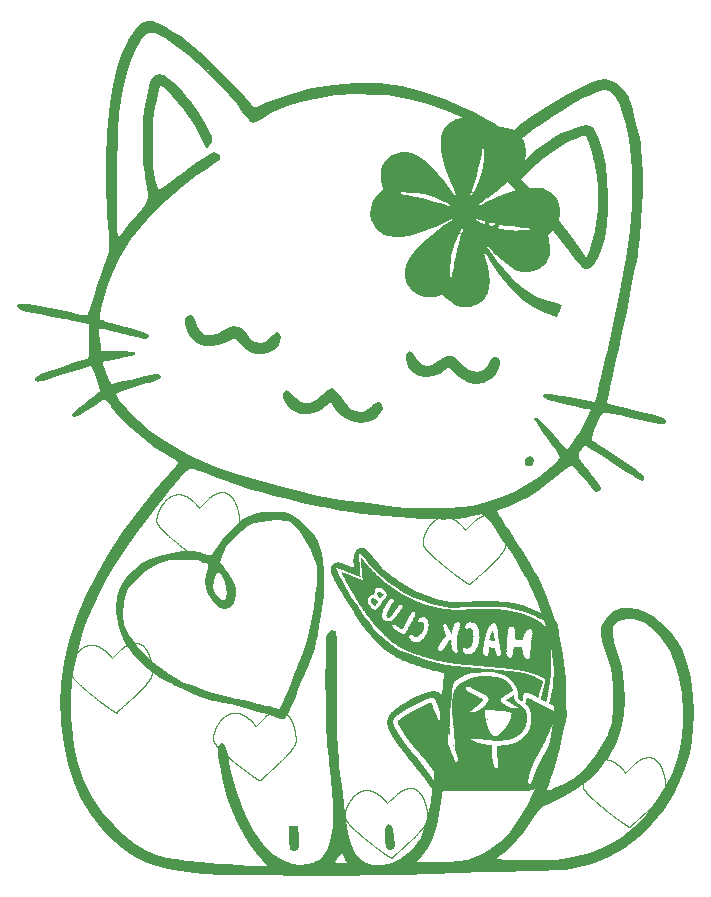
<source format=gbr>
%TF.GenerationSoftware,KiCad,Pcbnew,9.0.2*%
%TF.CreationDate,2025-07-04T00:45:15-07:00*%
%TF.ProjectId,FirstHCProject,46697273-7448-4435-9072-6f6a6563742e,rev?*%
%TF.SameCoordinates,Original*%
%TF.FileFunction,Legend,Bot*%
%TF.FilePolarity,Positive*%
%FSLAX46Y46*%
G04 Gerber Fmt 4.6, Leading zero omitted, Abs format (unit mm)*
G04 Created by KiCad (PCBNEW 9.0.2) date 2025-07-04 00:45:15*
%MOMM*%
%LPD*%
G01*
G04 APERTURE LIST*
%ADD10C,0.100000*%
%ADD11C,0.300000*%
%ADD12C,0.000000*%
G04 APERTURE END LIST*
D10*
X169472996Y-140977268D02*
X169473036Y-140975976D01*
X169473159Y-140974599D01*
X169473372Y-140973129D01*
X169473681Y-140971560D01*
X169474093Y-140969885D01*
X169474617Y-140968097D01*
X169475260Y-140966189D01*
X169476031Y-140964153D01*
X169476940Y-140961981D01*
X169477997Y-140959666D01*
X169479213Y-140957198D01*
X169480597Y-140954570D01*
X169482163Y-140951772D01*
X169483921Y-140948795D01*
X169485884Y-140945630D01*
X169488065Y-140942266D01*
X169490478Y-140938694D01*
X169493137Y-140934901D01*
X169496056Y-140930879D01*
X169499251Y-140926614D01*
X169502737Y-140922094D01*
X169506530Y-140917308D01*
X169510649Y-140912241D01*
X169515110Y-140906880D01*
X169519934Y-140901210D01*
X169525138Y-140895216D01*
X169530745Y-140888882D01*
X169536775Y-140882192D01*
X169543251Y-140875126D01*
X169550197Y-140867666D01*
X169557639Y-140859792D01*
X169565603Y-140851483D01*
X169574118Y-140842714D01*
X169583215Y-140833462D01*
X169592926Y-140823699D01*
X169603288Y-140813396D01*
X169614338Y-140802523D01*
X169626117Y-140791043D01*
X169638673Y-140778918D01*
X169652055Y-140766107D01*
X169666320Y-140752562D01*
X169681530Y-140738229D01*
X169697758Y-140723047D01*
X169715084Y-140706947D01*
X169733603Y-140689847D01*
X169753426Y-140671650D01*
X169774687Y-140652243D01*
X169797546Y-140631484D01*
X169822204Y-140609197D01*
X169848919Y-140585159D01*
X169878029Y-140559071D01*
X169910005Y-140530520D01*
X169945533Y-140498902D01*
X169985703Y-140463256D01*
X170032465Y-140421862D01*
X170090118Y-140370924D01*
X170155369Y-140313336D01*
X170239904Y-140238721D01*
X170283260Y-140200413D01*
X170327282Y-140161470D01*
X170371924Y-140121917D01*
X170417141Y-140081777D01*
X170462888Y-140041075D01*
X170485946Y-140020521D01*
X170509119Y-139999835D01*
X170532402Y-139979021D01*
X170555789Y-139958082D01*
X170579275Y-139937019D01*
X170602853Y-139915838D01*
X170626518Y-139894540D01*
X170650265Y-139873129D01*
X170674087Y-139851607D01*
X170697980Y-139829978D01*
X170721937Y-139808245D01*
X170745953Y-139786411D01*
X170770022Y-139764478D01*
X170794138Y-139742450D01*
X170818296Y-139720330D01*
X170842490Y-139698120D01*
X170866715Y-139675825D01*
X170890965Y-139653446D01*
X170915233Y-139630987D01*
X170939516Y-139608451D01*
X170963806Y-139585841D01*
X170988098Y-139563160D01*
X171012386Y-139540410D01*
X171036666Y-139517596D01*
X171060930Y-139494720D01*
X171085174Y-139471784D01*
X171109392Y-139448793D01*
X171133578Y-139425749D01*
X171157727Y-139402654D01*
X171181832Y-139379513D01*
X171205888Y-139356328D01*
X171229890Y-139333102D01*
X171253832Y-139309838D01*
X171277708Y-139286540D01*
X171301513Y-139263209D01*
X171325240Y-139239850D01*
X171348885Y-139216465D01*
X171372441Y-139193057D01*
X171384184Y-139181346D01*
X171395903Y-139169630D01*
X171407597Y-139157909D01*
X171419265Y-139146185D01*
X171430907Y-139134458D01*
X171442522Y-139122727D01*
X171454109Y-139110994D01*
X171465668Y-139099259D01*
X171477197Y-139087521D01*
X171488697Y-139075783D01*
X171500166Y-139064043D01*
X171511603Y-139052302D01*
X171523009Y-139040560D01*
X171534381Y-139028819D01*
X171545721Y-139017078D01*
X171557026Y-139005338D01*
X171568296Y-138993599D01*
X171579531Y-138981861D01*
X171590729Y-138970126D01*
X171601891Y-138958392D01*
X171613015Y-138946661D01*
X171624100Y-138934934D01*
X171635146Y-138923209D01*
X171646153Y-138911488D01*
X171657119Y-138899772D01*
X171668044Y-138888060D01*
X171678926Y-138876352D01*
X171689766Y-138864650D01*
X171700563Y-138852954D01*
X171711316Y-138841264D01*
X171722024Y-138829580D01*
X171732686Y-138817903D01*
X171743303Y-138806233D01*
X171753872Y-138794570D01*
X171764394Y-138782915D01*
X171774867Y-138771269D01*
X171785292Y-138759632D01*
X171795666Y-138748003D01*
X171805991Y-138736384D01*
X171816264Y-138724774D01*
X171826485Y-138713175D01*
X171836654Y-138701586D01*
X171846769Y-138690009D01*
X171856831Y-138678442D01*
X171866838Y-138666887D01*
X171876789Y-138655345D01*
X171886684Y-138643814D01*
X171896523Y-138632297D01*
X171906304Y-138620793D01*
X171916027Y-138609302D01*
X171925690Y-138597825D01*
X171935295Y-138586363D01*
X171944839Y-138574915D01*
X171954321Y-138563482D01*
X171963742Y-138552065D01*
X171973101Y-138540664D01*
X171982396Y-138529278D01*
X171991628Y-138517910D01*
X172000795Y-138506558D01*
X172009896Y-138495224D01*
X172018932Y-138483907D01*
X172027901Y-138472609D01*
X172036802Y-138461329D01*
X172045636Y-138450068D01*
X172054400Y-138438826D01*
X172063095Y-138427603D01*
X172071720Y-138416401D01*
X172080274Y-138405219D01*
X172088756Y-138394058D01*
X172097165Y-138382918D01*
X172105502Y-138371799D01*
X172113765Y-138360702D01*
X172121953Y-138349628D01*
X172130066Y-138338576D01*
X172138103Y-138327547D01*
X172146064Y-138316542D01*
X172153947Y-138305560D01*
X172161752Y-138294603D01*
X172169479Y-138283669D01*
X172177126Y-138272761D01*
X172184692Y-138261878D01*
X172192178Y-138251021D01*
X172199583Y-138240190D01*
X172206905Y-138229385D01*
X172214144Y-138218607D01*
X172221299Y-138207856D01*
X172228370Y-138197133D01*
X172235356Y-138186437D01*
X172242256Y-138175770D01*
X172249069Y-138165132D01*
X172255795Y-138154522D01*
X172262433Y-138143942D01*
X172268983Y-138133392D01*
X172275443Y-138122872D01*
X172281813Y-138112383D01*
X172288093Y-138101924D01*
X172294280Y-138091497D01*
X172300376Y-138081102D01*
X172306379Y-138070738D01*
X172312288Y-138060407D01*
X172318103Y-138050109D01*
X172323822Y-138039844D01*
X172329446Y-138029612D01*
X172334974Y-138019415D01*
X172340404Y-138009252D01*
X172345737Y-137999123D01*
X172350971Y-137989030D01*
X172356105Y-137978972D01*
X172361140Y-137968950D01*
X172366074Y-137958964D01*
X172370907Y-137949015D01*
X172375637Y-137939103D01*
X172380265Y-137929228D01*
X172384789Y-137919391D01*
X172389209Y-137909592D01*
X172391379Y-137904707D01*
X172393524Y-137899831D01*
X172395642Y-137894966D01*
X172397733Y-137890110D01*
X172399798Y-137885264D01*
X172401836Y-137880427D01*
X172403847Y-137875601D01*
X172405832Y-137870784D01*
X172407789Y-137865978D01*
X172409720Y-137861182D01*
X172411623Y-137856395D01*
X172413499Y-137851619D01*
X172415348Y-137846853D01*
X172417170Y-137842097D01*
X172418964Y-137837352D01*
X172420730Y-137832617D01*
X172422469Y-137827892D01*
X172424180Y-137823178D01*
X172425863Y-137818474D01*
X172427519Y-137813781D01*
X172429146Y-137809098D01*
X172430745Y-137804426D01*
X172432316Y-137799764D01*
X172433859Y-137795113D01*
X172435373Y-137790473D01*
X172436859Y-137785844D01*
X172438317Y-137781226D01*
X172439746Y-137776618D01*
X172441146Y-137772022D01*
X172442517Y-137767436D01*
X172443859Y-137762862D01*
X172445173Y-137758298D01*
X172446457Y-137753746D01*
X172447712Y-137749205D01*
X172448938Y-137744675D01*
X172450135Y-137740156D01*
X172451302Y-137735649D01*
X172452440Y-137731153D01*
X172453548Y-137726668D01*
X172454626Y-137722195D01*
X172455675Y-137717734D01*
X172456694Y-137713284D01*
X172457682Y-137708845D01*
X172458641Y-137704419D01*
X172459570Y-137700004D01*
X172460468Y-137695600D01*
X172461336Y-137691209D01*
X172462174Y-137686829D01*
X172462981Y-137682461D01*
X172463758Y-137678106D01*
X172464504Y-137673762D01*
X172465219Y-137669430D01*
X172465904Y-137665110D01*
X172466557Y-137660802D01*
X172467180Y-137656507D01*
X172467771Y-137652224D01*
X172468331Y-137647953D01*
X172468860Y-137643694D01*
X172469358Y-137639448D01*
X172469824Y-137635214D01*
X172470258Y-137630992D01*
X172470661Y-137626783D01*
X172471032Y-137622587D01*
X172471372Y-137618403D01*
X172471679Y-137614232D01*
X172471954Y-137610073D01*
X172472198Y-137605928D01*
X172472409Y-137601795D01*
X172472588Y-137597675D01*
X172472735Y-137593567D01*
X172472849Y-137589473D01*
X172472931Y-137585392D01*
X172472980Y-137581323D01*
X172472996Y-137577268D01*
X169872996Y-135577268D02*
X169072996Y-136377268D01*
X149318485Y-143586593D02*
X149318525Y-143585301D01*
X149318648Y-143583924D01*
X149318861Y-143582454D01*
X149319170Y-143580885D01*
X149319582Y-143579210D01*
X149320106Y-143577422D01*
X149320749Y-143575514D01*
X149321520Y-143573478D01*
X149322429Y-143571306D01*
X149323486Y-143568991D01*
X149324702Y-143566523D01*
X149326086Y-143563895D01*
X149327652Y-143561097D01*
X149329410Y-143558120D01*
X149331373Y-143554955D01*
X149333554Y-143551591D01*
X149335967Y-143548019D01*
X149338626Y-143544226D01*
X149341545Y-143540204D01*
X149344740Y-143535939D01*
X149348226Y-143531419D01*
X149352019Y-143526633D01*
X149356138Y-143521566D01*
X149360599Y-143516205D01*
X149365423Y-143510535D01*
X149370627Y-143504541D01*
X149376234Y-143498207D01*
X149382264Y-143491517D01*
X149388740Y-143484451D01*
X149395686Y-143476991D01*
X149403128Y-143469117D01*
X149411092Y-143460808D01*
X149419607Y-143452039D01*
X149428704Y-143442787D01*
X149438415Y-143433024D01*
X149448777Y-143422721D01*
X149459827Y-143411848D01*
X149471606Y-143400368D01*
X149484162Y-143388243D01*
X149497544Y-143375432D01*
X149511809Y-143361887D01*
X149527019Y-143347554D01*
X149543247Y-143332372D01*
X149560573Y-143316272D01*
X149579092Y-143299172D01*
X149598915Y-143280975D01*
X149620176Y-143261568D01*
X149643035Y-143240809D01*
X149667693Y-143218522D01*
X149694408Y-143194484D01*
X149723518Y-143168396D01*
X149755494Y-143139845D01*
X149791022Y-143108227D01*
X149831192Y-143072581D01*
X149877954Y-143031187D01*
X149935607Y-142980249D01*
X150000858Y-142922661D01*
X150085393Y-142848046D01*
X150128749Y-142809738D01*
X150172771Y-142770795D01*
X150217413Y-142731242D01*
X150262630Y-142691102D01*
X150308377Y-142650400D01*
X150331435Y-142629846D01*
X150354608Y-142609160D01*
X150377891Y-142588346D01*
X150401278Y-142567407D01*
X150424764Y-142546344D01*
X150448342Y-142525163D01*
X150472007Y-142503865D01*
X150495754Y-142482454D01*
X150519576Y-142460932D01*
X150543469Y-142439303D01*
X150567426Y-142417570D01*
X150591442Y-142395736D01*
X150615511Y-142373803D01*
X150639627Y-142351775D01*
X150663785Y-142329655D01*
X150687979Y-142307445D01*
X150712204Y-142285150D01*
X150736454Y-142262771D01*
X150760722Y-142240312D01*
X150785005Y-142217776D01*
X150809295Y-142195166D01*
X150833587Y-142172485D01*
X150857875Y-142149735D01*
X150882155Y-142126921D01*
X150906419Y-142104045D01*
X150930663Y-142081109D01*
X150954881Y-142058118D01*
X150979067Y-142035074D01*
X151003216Y-142011979D01*
X151027321Y-141988838D01*
X151051377Y-141965653D01*
X151075379Y-141942427D01*
X151099321Y-141919163D01*
X151123197Y-141895865D01*
X151147002Y-141872534D01*
X151170729Y-141849175D01*
X151194374Y-141825790D01*
X151217930Y-141802382D01*
X151229673Y-141790671D01*
X151241392Y-141778955D01*
X151253086Y-141767234D01*
X151264754Y-141755510D01*
X151276396Y-141743783D01*
X151288011Y-141732052D01*
X151299598Y-141720319D01*
X151311157Y-141708584D01*
X151322686Y-141696846D01*
X151334186Y-141685108D01*
X151345655Y-141673368D01*
X151357092Y-141661627D01*
X151368498Y-141649885D01*
X151379870Y-141638144D01*
X151391210Y-141626403D01*
X151402515Y-141614663D01*
X151413785Y-141602924D01*
X151425020Y-141591186D01*
X151436218Y-141579451D01*
X151447380Y-141567717D01*
X151458504Y-141555986D01*
X151469589Y-141544259D01*
X151480635Y-141532534D01*
X151491642Y-141520813D01*
X151502608Y-141509097D01*
X151513533Y-141497385D01*
X151524415Y-141485677D01*
X151535255Y-141473975D01*
X151546052Y-141462279D01*
X151556805Y-141450589D01*
X151567513Y-141438905D01*
X151578175Y-141427228D01*
X151588792Y-141415558D01*
X151599361Y-141403895D01*
X151609883Y-141392240D01*
X151620356Y-141380594D01*
X151630781Y-141368957D01*
X151641155Y-141357328D01*
X151651480Y-141345709D01*
X151661753Y-141334099D01*
X151671974Y-141322500D01*
X151682143Y-141310911D01*
X151692258Y-141299334D01*
X151702320Y-141287767D01*
X151712327Y-141276212D01*
X151722278Y-141264670D01*
X151732173Y-141253139D01*
X151742012Y-141241622D01*
X151751793Y-141230118D01*
X151761516Y-141218627D01*
X151771179Y-141207150D01*
X151780784Y-141195688D01*
X151790328Y-141184240D01*
X151799810Y-141172807D01*
X151809231Y-141161390D01*
X151818590Y-141149989D01*
X151827885Y-141138603D01*
X151837117Y-141127235D01*
X151846284Y-141115883D01*
X151855385Y-141104549D01*
X151864421Y-141093232D01*
X151873390Y-141081934D01*
X151882291Y-141070654D01*
X151891125Y-141059393D01*
X151899889Y-141048151D01*
X151908584Y-141036928D01*
X151917209Y-141025726D01*
X151925763Y-141014544D01*
X151934245Y-141003383D01*
X151942654Y-140992243D01*
X151950991Y-140981124D01*
X151959254Y-140970027D01*
X151967442Y-140958953D01*
X151975555Y-140947901D01*
X151983592Y-140936872D01*
X151991553Y-140925867D01*
X151999436Y-140914885D01*
X152007241Y-140903928D01*
X152014968Y-140892994D01*
X152022615Y-140882086D01*
X152030181Y-140871203D01*
X152037667Y-140860346D01*
X152045072Y-140849515D01*
X152052394Y-140838710D01*
X152059633Y-140827932D01*
X152066788Y-140817181D01*
X152073859Y-140806458D01*
X152080845Y-140795762D01*
X152087745Y-140785095D01*
X152094558Y-140774457D01*
X152101284Y-140763847D01*
X152107922Y-140753267D01*
X152114472Y-140742717D01*
X152120932Y-140732197D01*
X152127302Y-140721708D01*
X152133582Y-140711249D01*
X152139769Y-140700822D01*
X152145865Y-140690427D01*
X152151868Y-140680063D01*
X152157777Y-140669732D01*
X152163592Y-140659434D01*
X152169311Y-140649169D01*
X152174935Y-140638937D01*
X152180463Y-140628740D01*
X152185893Y-140618577D01*
X152191226Y-140608448D01*
X152196460Y-140598355D01*
X152201594Y-140588297D01*
X152206629Y-140578275D01*
X152211563Y-140568289D01*
X152216396Y-140558340D01*
X152221126Y-140548428D01*
X152225754Y-140538553D01*
X152230278Y-140528716D01*
X152234698Y-140518917D01*
X152236868Y-140514032D01*
X152239013Y-140509156D01*
X152241131Y-140504291D01*
X152243222Y-140499435D01*
X152245287Y-140494589D01*
X152247325Y-140489752D01*
X152249336Y-140484926D01*
X152251321Y-140480109D01*
X152253278Y-140475303D01*
X152255209Y-140470507D01*
X152257112Y-140465720D01*
X152258988Y-140460944D01*
X152260837Y-140456178D01*
X152262659Y-140451422D01*
X152264453Y-140446677D01*
X152266219Y-140441942D01*
X152267958Y-140437217D01*
X152269669Y-140432503D01*
X152271352Y-140427799D01*
X152273008Y-140423106D01*
X152274635Y-140418423D01*
X152276234Y-140413751D01*
X152277805Y-140409089D01*
X152279348Y-140404438D01*
X152280862Y-140399798D01*
X152282348Y-140395169D01*
X152283806Y-140390551D01*
X152285235Y-140385943D01*
X152286635Y-140381347D01*
X152288006Y-140376761D01*
X152289348Y-140372187D01*
X152290662Y-140367623D01*
X152291946Y-140363071D01*
X152293201Y-140358530D01*
X152294427Y-140354000D01*
X152295624Y-140349481D01*
X152296791Y-140344974D01*
X152297929Y-140340478D01*
X152299037Y-140335993D01*
X152300115Y-140331520D01*
X152301164Y-140327059D01*
X152302183Y-140322609D01*
X152303171Y-140318170D01*
X152304130Y-140313744D01*
X152305059Y-140309329D01*
X152305957Y-140304925D01*
X152306825Y-140300534D01*
X152307663Y-140296154D01*
X152308470Y-140291786D01*
X152309247Y-140287431D01*
X152309993Y-140283087D01*
X152310708Y-140278755D01*
X152311393Y-140274435D01*
X152312046Y-140270127D01*
X152312669Y-140265832D01*
X152313260Y-140261549D01*
X152313820Y-140257278D01*
X152314349Y-140253019D01*
X152314847Y-140248773D01*
X152315313Y-140244539D01*
X152315747Y-140240317D01*
X152316150Y-140236108D01*
X152316521Y-140231912D01*
X152316861Y-140227728D01*
X152317168Y-140223557D01*
X152317443Y-140219398D01*
X152317687Y-140215253D01*
X152317898Y-140211120D01*
X152318077Y-140207000D01*
X152318224Y-140202892D01*
X152318338Y-140198798D01*
X152318420Y-140194717D01*
X152318469Y-140190648D01*
X152318485Y-140186593D01*
X126015116Y-131281709D02*
X126015156Y-131280417D01*
X126015279Y-131279040D01*
X126015492Y-131277570D01*
X126015801Y-131276001D01*
X126016213Y-131274326D01*
X126016737Y-131272538D01*
X126017380Y-131270630D01*
X126018151Y-131268594D01*
X126019060Y-131266422D01*
X126020117Y-131264107D01*
X126021333Y-131261639D01*
X126022717Y-131259011D01*
X126024283Y-131256213D01*
X126026041Y-131253236D01*
X126028004Y-131250071D01*
X126030185Y-131246707D01*
X126032598Y-131243135D01*
X126035257Y-131239342D01*
X126038176Y-131235320D01*
X126041371Y-131231055D01*
X126044857Y-131226535D01*
X126048650Y-131221749D01*
X126052769Y-131216682D01*
X126057230Y-131211321D01*
X126062054Y-131205651D01*
X126067258Y-131199657D01*
X126072865Y-131193323D01*
X126078895Y-131186633D01*
X126085371Y-131179567D01*
X126092317Y-131172107D01*
X126099759Y-131164233D01*
X126107723Y-131155924D01*
X126116238Y-131147155D01*
X126125335Y-131137903D01*
X126135046Y-131128140D01*
X126145408Y-131117837D01*
X126156458Y-131106964D01*
X126168237Y-131095484D01*
X126180793Y-131083359D01*
X126194175Y-131070548D01*
X126208440Y-131057003D01*
X126223650Y-131042670D01*
X126239878Y-131027488D01*
X126257204Y-131011388D01*
X126275723Y-130994288D01*
X126295546Y-130976091D01*
X126316807Y-130956684D01*
X126339666Y-130935925D01*
X126364324Y-130913638D01*
X126391039Y-130889600D01*
X126420149Y-130863512D01*
X126452125Y-130834961D01*
X126487653Y-130803343D01*
X126527823Y-130767697D01*
X126574585Y-130726303D01*
X126632238Y-130675365D01*
X126697489Y-130617777D01*
X126782024Y-130543162D01*
X126825380Y-130504854D01*
X126869402Y-130465911D01*
X126914044Y-130426358D01*
X126959261Y-130386218D01*
X127005008Y-130345516D01*
X127028066Y-130324962D01*
X127051239Y-130304276D01*
X127074522Y-130283462D01*
X127097909Y-130262523D01*
X127121395Y-130241460D01*
X127144973Y-130220279D01*
X127168638Y-130198981D01*
X127192385Y-130177570D01*
X127216207Y-130156048D01*
X127240100Y-130134419D01*
X127264057Y-130112686D01*
X127288073Y-130090852D01*
X127312142Y-130068919D01*
X127336258Y-130046891D01*
X127360416Y-130024771D01*
X127384610Y-130002561D01*
X127408835Y-129980266D01*
X127433085Y-129957887D01*
X127457353Y-129935428D01*
X127481636Y-129912892D01*
X127505926Y-129890282D01*
X127530218Y-129867601D01*
X127554506Y-129844851D01*
X127578786Y-129822037D01*
X127603050Y-129799161D01*
X127627294Y-129776225D01*
X127651512Y-129753234D01*
X127675698Y-129730190D01*
X127699847Y-129707095D01*
X127723952Y-129683954D01*
X127748008Y-129660769D01*
X127772010Y-129637543D01*
X127795952Y-129614279D01*
X127819828Y-129590981D01*
X127843633Y-129567650D01*
X127867360Y-129544291D01*
X127891005Y-129520906D01*
X127914561Y-129497498D01*
X127926304Y-129485787D01*
X127938023Y-129474071D01*
X127949717Y-129462350D01*
X127961385Y-129450626D01*
X127973027Y-129438899D01*
X127984642Y-129427168D01*
X127996229Y-129415435D01*
X128007788Y-129403700D01*
X128019317Y-129391962D01*
X128030817Y-129380224D01*
X128042286Y-129368484D01*
X128053723Y-129356743D01*
X128065129Y-129345001D01*
X128076501Y-129333260D01*
X128087841Y-129321519D01*
X128099146Y-129309779D01*
X128110416Y-129298040D01*
X128121651Y-129286302D01*
X128132849Y-129274567D01*
X128144011Y-129262833D01*
X128155135Y-129251102D01*
X128166220Y-129239375D01*
X128177266Y-129227650D01*
X128188273Y-129215929D01*
X128199239Y-129204213D01*
X128210164Y-129192501D01*
X128221046Y-129180793D01*
X128231886Y-129169091D01*
X128242683Y-129157395D01*
X128253436Y-129145705D01*
X128264144Y-129134021D01*
X128274806Y-129122344D01*
X128285423Y-129110674D01*
X128295992Y-129099011D01*
X128306514Y-129087356D01*
X128316987Y-129075710D01*
X128327412Y-129064073D01*
X128337786Y-129052444D01*
X128348111Y-129040825D01*
X128358384Y-129029215D01*
X128368605Y-129017616D01*
X128378774Y-129006027D01*
X128388889Y-128994450D01*
X128398951Y-128982883D01*
X128408958Y-128971328D01*
X128418909Y-128959786D01*
X128428804Y-128948255D01*
X128438643Y-128936738D01*
X128448424Y-128925234D01*
X128458147Y-128913743D01*
X128467810Y-128902266D01*
X128477415Y-128890804D01*
X128486959Y-128879356D01*
X128496441Y-128867923D01*
X128505862Y-128856506D01*
X128515221Y-128845105D01*
X128524516Y-128833719D01*
X128533748Y-128822351D01*
X128542915Y-128810999D01*
X128552016Y-128799665D01*
X128561052Y-128788348D01*
X128570021Y-128777050D01*
X128578922Y-128765770D01*
X128587756Y-128754509D01*
X128596520Y-128743267D01*
X128605215Y-128732044D01*
X128613840Y-128720842D01*
X128622394Y-128709660D01*
X128630876Y-128698499D01*
X128639285Y-128687359D01*
X128647622Y-128676240D01*
X128655885Y-128665143D01*
X128664073Y-128654069D01*
X128672186Y-128643017D01*
X128680223Y-128631988D01*
X128688184Y-128620983D01*
X128696067Y-128610001D01*
X128703872Y-128599044D01*
X128711599Y-128588110D01*
X128719246Y-128577202D01*
X128726812Y-128566319D01*
X128734298Y-128555462D01*
X128741703Y-128544631D01*
X128749025Y-128533826D01*
X128756264Y-128523048D01*
X128763419Y-128512297D01*
X128770490Y-128501574D01*
X128777476Y-128490878D01*
X128784376Y-128480211D01*
X128791189Y-128469573D01*
X128797915Y-128458963D01*
X128804553Y-128448383D01*
X128811103Y-128437833D01*
X128817563Y-128427313D01*
X128823933Y-128416824D01*
X128830213Y-128406365D01*
X128836400Y-128395938D01*
X128842496Y-128385543D01*
X128848499Y-128375179D01*
X128854408Y-128364848D01*
X128860223Y-128354550D01*
X128865942Y-128344285D01*
X128871566Y-128334053D01*
X128877094Y-128323856D01*
X128882524Y-128313693D01*
X128887857Y-128303564D01*
X128893091Y-128293471D01*
X128898225Y-128283413D01*
X128903260Y-128273391D01*
X128908194Y-128263405D01*
X128913027Y-128253456D01*
X128917757Y-128243544D01*
X128922385Y-128233669D01*
X128926909Y-128223832D01*
X128931329Y-128214033D01*
X128933499Y-128209148D01*
X128935644Y-128204272D01*
X128937762Y-128199407D01*
X128939853Y-128194551D01*
X128941918Y-128189705D01*
X128943956Y-128184868D01*
X128945967Y-128180042D01*
X128947952Y-128175225D01*
X128949909Y-128170419D01*
X128951840Y-128165623D01*
X128953743Y-128160836D01*
X128955619Y-128156060D01*
X128957468Y-128151294D01*
X128959290Y-128146538D01*
X128961084Y-128141793D01*
X128962850Y-128137058D01*
X128964589Y-128132333D01*
X128966300Y-128127619D01*
X128967983Y-128122915D01*
X128969639Y-128118222D01*
X128971266Y-128113539D01*
X128972865Y-128108867D01*
X128974436Y-128104205D01*
X128975979Y-128099554D01*
X128977493Y-128094914D01*
X128978979Y-128090285D01*
X128980437Y-128085667D01*
X128981866Y-128081059D01*
X128983266Y-128076463D01*
X128984637Y-128071877D01*
X128985979Y-128067303D01*
X128987293Y-128062739D01*
X128988577Y-128058187D01*
X128989832Y-128053646D01*
X128991058Y-128049116D01*
X128992255Y-128044597D01*
X128993422Y-128040090D01*
X128994560Y-128035594D01*
X128995668Y-128031109D01*
X128996746Y-128026636D01*
X128997795Y-128022175D01*
X128998814Y-128017725D01*
X128999802Y-128013286D01*
X129000761Y-128008860D01*
X129001690Y-128004445D01*
X129002588Y-128000041D01*
X129003456Y-127995650D01*
X129004294Y-127991270D01*
X129005101Y-127986902D01*
X129005878Y-127982547D01*
X129006624Y-127978203D01*
X129007339Y-127973871D01*
X129008024Y-127969551D01*
X129008677Y-127965243D01*
X129009300Y-127960948D01*
X129009891Y-127956665D01*
X129010451Y-127952394D01*
X129010980Y-127948135D01*
X129011478Y-127943889D01*
X129011944Y-127939655D01*
X129012378Y-127935433D01*
X129012781Y-127931224D01*
X129013152Y-127927028D01*
X129013492Y-127922844D01*
X129013799Y-127918673D01*
X129014074Y-127914514D01*
X129014318Y-127910369D01*
X129014529Y-127906236D01*
X129014708Y-127902116D01*
X129014855Y-127898008D01*
X129014969Y-127893914D01*
X129015051Y-127889833D01*
X129015100Y-127885764D01*
X129015116Y-127881709D01*
X129015116Y-127881709D02*
X129015076Y-127867461D01*
X129014955Y-127852941D01*
X129014751Y-127838157D01*
X129014463Y-127823114D01*
X129014090Y-127807819D01*
X129013630Y-127792280D01*
X129013083Y-127776503D01*
X129012448Y-127760496D01*
X129011723Y-127744268D01*
X129011327Y-127736070D01*
X129010908Y-127727825D01*
X129010467Y-127719524D01*
X129010003Y-127711176D01*
X129009516Y-127702776D01*
X129009006Y-127694330D01*
X129008473Y-127685835D01*
X129007917Y-127677295D01*
X129007338Y-127668709D01*
X129006737Y-127660080D01*
X129006112Y-127651407D01*
X129005464Y-127642692D01*
X129004792Y-127633937D01*
X129004098Y-127625141D01*
X129003381Y-127616308D01*
X129002640Y-127607435D01*
X129001876Y-127598529D01*
X129001089Y-127589584D01*
X129000279Y-127580609D01*
X128999445Y-127571595D01*
X128998589Y-127562555D01*
X128997709Y-127553478D01*
X128996807Y-127544377D01*
X128995881Y-127535240D01*
X128994933Y-127526083D01*
X128993960Y-127516891D01*
X128992966Y-127507681D01*
X128991949Y-127498438D01*
X128990909Y-127489181D01*
X128989845Y-127479891D01*
X128988760Y-127470590D01*
X128987651Y-127461257D01*
X128986521Y-127451916D01*
X128985367Y-127442544D01*
X128984192Y-127433167D01*
X128982994Y-127423761D01*
X128981774Y-127414351D01*
X128980531Y-127404914D01*
X128979267Y-127395477D01*
X128977980Y-127386012D01*
X128976672Y-127376550D01*
X128975341Y-127367062D01*
X128973991Y-127357579D01*
X128972616Y-127348072D01*
X128971222Y-127338572D01*
X128969805Y-127329048D01*
X128968368Y-127319534D01*
X128966908Y-127309997D01*
X128965429Y-127300473D01*
X128963927Y-127290927D01*
X128962407Y-127281395D01*
X128960863Y-127271843D01*
X128959301Y-127262307D01*
X128957716Y-127252752D01*
X128956114Y-127243216D01*
X128954488Y-127233661D01*
X128952845Y-127224127D01*
X128951179Y-127214575D01*
X128949496Y-127205045D01*
X128947790Y-127195500D01*
X128946069Y-127185978D01*
X128944323Y-127176441D01*
X128942563Y-127166931D01*
X128940779Y-127157405D01*
X128938979Y-127147908D01*
X128937157Y-127138396D01*
X128935320Y-127128914D01*
X128933460Y-127119420D01*
X128931586Y-127109956D01*
X128929689Y-127100481D01*
X128927778Y-127091038D01*
X128925844Y-127081584D01*
X128923896Y-127072164D01*
X128921926Y-127062733D01*
X128919943Y-127053338D01*
X128917937Y-127043934D01*
X128915919Y-127034566D01*
X128913878Y-127025190D01*
X128911825Y-127015851D01*
X128909749Y-127006505D01*
X128907662Y-126997197D01*
X128905552Y-126987882D01*
X128903431Y-126978608D01*
X128901288Y-126969327D01*
X128899134Y-126960087D01*
X128896957Y-126950842D01*
X128894771Y-126941639D01*
X128892562Y-126932431D01*
X128890343Y-126923265D01*
X128888102Y-126914096D01*
X128885851Y-126904970D01*
X128883579Y-126895842D01*
X128881297Y-126886757D01*
X128878994Y-126877670D01*
X128876681Y-126868628D01*
X128874347Y-126859584D01*
X128872005Y-126850586D01*
X128869641Y-126841587D01*
X128867269Y-126832634D01*
X128864875Y-126823681D01*
X128862474Y-126814775D01*
X128860051Y-126805868D01*
X128857621Y-126797010D01*
X128855170Y-126788152D01*
X128852712Y-126779342D01*
X128850233Y-126770533D01*
X128847747Y-126761773D01*
X128845241Y-126753015D01*
X128842728Y-126744305D01*
X128840194Y-126735598D01*
X128837654Y-126726941D01*
X128835094Y-126718286D01*
X128832527Y-126709681D01*
X128829941Y-126701080D01*
X128827349Y-126692528D01*
X128824737Y-126683981D01*
X128822119Y-126675484D01*
X128819482Y-126666991D01*
X128816839Y-126658549D01*
X128814177Y-126650111D01*
X128811510Y-126641725D01*
X128808824Y-126633344D01*
X128806132Y-126625014D01*
X128803422Y-126616690D01*
X128800707Y-126608417D01*
X128797973Y-126600150D01*
X128795235Y-126591935D01*
X128792478Y-126583727D01*
X128789717Y-126575570D01*
X128786937Y-126567420D01*
X128784154Y-126559321D01*
X128781352Y-126551230D01*
X128778546Y-126543191D01*
X128775723Y-126535160D01*
X128772896Y-126527180D01*
X128770050Y-126519209D01*
X128767202Y-126511289D01*
X128764335Y-126503378D01*
X128761466Y-126495519D01*
X128758579Y-126487668D01*
X128755690Y-126479870D01*
X128752782Y-126472081D01*
X128749872Y-126464343D01*
X128746945Y-126456615D01*
X128744016Y-126448939D01*
X128741068Y-126441273D01*
X128738120Y-126433658D01*
X128735153Y-126426053D01*
X128732186Y-126418501D01*
X128729200Y-126410958D01*
X128726214Y-126403467D01*
X128723210Y-126395987D01*
X128720206Y-126388559D01*
X128717184Y-126381141D01*
X128714161Y-126373775D01*
X128711121Y-126366419D01*
X128708081Y-126359116D01*
X128705024Y-126351823D01*
X128701966Y-126344582D01*
X128698892Y-126337352D01*
X128695817Y-126330174D01*
X128692726Y-126323007D01*
X128689634Y-126315891D01*
X128686526Y-126308787D01*
X128683419Y-126301734D01*
X128680294Y-126294693D01*
X128677171Y-126287703D01*
X128674031Y-126280725D01*
X128670891Y-126273798D01*
X128667735Y-126266883D01*
X128664580Y-126260018D01*
X128661409Y-126253167D01*
X128658239Y-126246365D01*
X128655053Y-126239576D01*
X128651868Y-126232837D01*
X128648667Y-126226111D01*
X128645467Y-126219435D01*
X128642252Y-126212772D01*
X128639037Y-126206158D01*
X128635808Y-126199558D01*
X128632579Y-126193007D01*
X128629336Y-126186469D01*
X128626094Y-126179981D01*
X128622836Y-126173506D01*
X128619581Y-126167079D01*
X128616310Y-126160667D01*
X128613041Y-126154303D01*
X128609757Y-126147953D01*
X128606475Y-126141651D01*
X128603178Y-126135364D01*
X128599883Y-126129124D01*
X128596573Y-126122898D01*
X128593266Y-126116720D01*
X128589943Y-126110557D01*
X128586623Y-126104440D01*
X128583289Y-126098338D01*
X128579957Y-126092283D01*
X128576610Y-126086243D01*
X128573266Y-126080249D01*
X128569908Y-126074271D01*
X128566552Y-126068338D01*
X128563182Y-126062421D01*
X128559815Y-126056549D01*
X128556434Y-126050693D01*
X128553055Y-126044882D01*
X128549663Y-126039086D01*
X128546273Y-126033336D01*
X128542870Y-126027601D01*
X128539469Y-126021911D01*
X128536055Y-126016236D01*
X128532643Y-126010606D01*
X128529218Y-126004992D01*
X128525797Y-125999421D01*
X128522361Y-125993867D01*
X128518929Y-125988356D01*
X128515484Y-125982862D01*
X128512041Y-125977410D01*
X128508586Y-125971975D01*
X128505133Y-125966583D01*
X128501668Y-125961207D01*
X128498206Y-125955874D01*
X128494730Y-125950556D01*
X128491259Y-125945282D01*
X128487774Y-125940023D01*
X128484293Y-125934807D01*
X128480798Y-125929607D01*
X128477308Y-125924448D01*
X128473804Y-125919307D01*
X128470304Y-125914206D01*
X128466792Y-125909122D01*
X128463283Y-125904079D01*
X128459761Y-125899052D01*
X128456244Y-125894066D01*
X128452713Y-125889097D01*
X128449187Y-125884168D01*
X128445648Y-125879256D01*
X128442112Y-125874384D01*
X128438565Y-125869529D01*
X128435021Y-125864713D01*
X128431465Y-125859914D01*
X128427913Y-125855154D01*
X128424349Y-125850411D01*
X128420788Y-125845708D01*
X128417216Y-125841021D01*
X128413647Y-125836372D01*
X128410067Y-125831741D01*
X128406490Y-125827148D01*
X128402902Y-125822572D01*
X128399317Y-125818033D01*
X128395721Y-125813512D01*
X128392128Y-125809028D01*
X128388524Y-125804562D01*
X128384924Y-125800133D01*
X128381312Y-125795721D01*
X128377705Y-125791345D01*
X128374085Y-125786987D01*
X128370470Y-125782666D01*
X128366843Y-125778361D01*
X128363221Y-125774093D01*
X128359586Y-125769842D01*
X128355956Y-125765627D01*
X128352315Y-125761430D01*
X128348677Y-125757267D01*
X128345029Y-125753123D01*
X128341384Y-125749013D01*
X128337728Y-125744921D01*
X128334077Y-125740863D01*
X128330413Y-125736823D01*
X128326755Y-125732818D01*
X128323085Y-125728829D01*
X128319419Y-125724876D01*
X128315742Y-125720939D01*
X128312069Y-125717036D01*
X128308385Y-125713151D01*
X128304705Y-125709300D01*
X128301015Y-125705466D01*
X128297328Y-125701665D01*
X128293631Y-125697881D01*
X128289937Y-125694131D01*
X128286233Y-125690398D01*
X128282533Y-125686698D01*
X128278822Y-125683015D01*
X128275115Y-125679365D01*
X128271397Y-125675732D01*
X128267683Y-125672131D01*
X128263959Y-125668547D01*
X128260239Y-125664996D01*
X128256508Y-125661462D01*
X128252781Y-125657959D01*
X128249043Y-125654474D01*
X128245310Y-125651020D01*
X128241566Y-125647583D01*
X128237826Y-125644178D01*
X128234075Y-125640790D01*
X128230328Y-125637432D01*
X128226571Y-125634092D01*
X128222818Y-125630782D01*
X128219054Y-125627490D01*
X128215294Y-125624228D01*
X128211524Y-125620984D01*
X128207757Y-125617769D01*
X128203981Y-125614571D01*
X128200207Y-125611403D01*
X128196424Y-125608253D01*
X128192645Y-125605132D01*
X128188855Y-125602028D01*
X128185069Y-125598954D01*
X128181272Y-125595897D01*
X128177480Y-125592868D01*
X128173677Y-125589857D01*
X128169877Y-125586874D01*
X128166068Y-125583910D01*
X128162262Y-125580973D01*
X128158446Y-125578053D01*
X128154633Y-125575162D01*
X128150811Y-125572288D01*
X128146991Y-125569441D01*
X128143162Y-125566613D01*
X128139336Y-125563811D01*
X128135500Y-125561027D01*
X128131668Y-125558271D01*
X128127825Y-125555532D01*
X128123986Y-125552819D01*
X128120136Y-125550124D01*
X128116290Y-125547456D01*
X128112434Y-125544806D01*
X128108581Y-125542181D01*
X128104718Y-125539575D01*
X128100858Y-125536994D01*
X128096988Y-125534432D01*
X128093121Y-125531894D01*
X128089245Y-125529375D01*
X128085371Y-125526881D01*
X128081487Y-125524405D01*
X128077606Y-125521955D01*
X128073716Y-125519522D01*
X128069828Y-125517114D01*
X128065930Y-125514724D01*
X128062035Y-125512358D01*
X128058130Y-125510011D01*
X128054227Y-125507688D01*
X128050315Y-125505383D01*
X128046405Y-125503102D01*
X128042486Y-125500839D01*
X128038569Y-125498601D01*
X128034643Y-125496380D01*
X128030718Y-125494183D01*
X128026784Y-125492004D01*
X128022852Y-125489849D01*
X128018910Y-125487712D01*
X128014970Y-125485598D01*
X128011021Y-125483502D01*
X128007074Y-125481430D01*
X128003117Y-125479376D01*
X127999162Y-125477344D01*
X127995197Y-125475331D01*
X127991234Y-125473341D01*
X127987262Y-125471368D01*
X127983290Y-125469419D01*
X127979310Y-125467487D01*
X127975331Y-125465578D01*
X127971343Y-125463687D01*
X127967355Y-125461819D01*
X127963359Y-125459968D01*
X127959363Y-125458140D01*
X127955358Y-125456330D01*
X127951354Y-125454542D01*
X127947341Y-125452772D01*
X127943329Y-125451025D01*
X127939307Y-125449295D01*
X127935286Y-125447587D01*
X127931256Y-125445897D01*
X127927226Y-125444229D01*
X127923187Y-125442579D01*
X127919149Y-125440950D01*
X127915101Y-125439340D01*
X127911053Y-125437751D01*
X127906997Y-125436180D01*
X127902940Y-125434631D01*
X127898875Y-125433099D01*
X127894809Y-125431589D01*
X127890734Y-125430097D01*
X127886659Y-125428626D01*
X127882575Y-125427174D01*
X127878490Y-125425742D01*
X127874397Y-125424329D01*
X127870303Y-125422936D01*
X127866200Y-125421562D01*
X127862096Y-125420208D01*
X127857984Y-125418873D01*
X127853870Y-125417558D01*
X127849747Y-125416262D01*
X127845624Y-125414986D01*
X127841491Y-125413728D01*
X127837357Y-125412491D01*
X127833215Y-125411272D01*
X127829071Y-125410074D01*
X127824918Y-125408894D01*
X127820764Y-125407735D01*
X127816601Y-125406593D01*
X127812436Y-125405472D01*
X127808262Y-125404370D01*
X127804086Y-125403287D01*
X127799902Y-125402223D01*
X127795715Y-125401180D01*
X127791520Y-125400154D01*
X127787323Y-125399149D01*
X127783117Y-125398162D01*
X127778908Y-125397195D01*
X127774691Y-125396247D01*
X127770471Y-125395319D01*
X127766242Y-125394409D01*
X127762011Y-125393519D01*
X127757771Y-125392648D01*
X127753528Y-125391797D01*
X127749276Y-125390964D01*
X127745021Y-125390151D01*
X127740758Y-125389357D01*
X127736491Y-125388583D01*
X127732216Y-125387828D01*
X127727937Y-125387092D01*
X127723650Y-125386375D01*
X127719358Y-125385677D01*
X127715059Y-125384999D01*
X127710755Y-125384340D01*
X127706443Y-125383701D01*
X127702127Y-125383081D01*
X127697802Y-125382479D01*
X127693473Y-125381898D01*
X127689136Y-125381336D01*
X127684794Y-125380793D01*
X127680444Y-125380269D01*
X127676089Y-125379765D01*
X127671725Y-125379280D01*
X127667357Y-125378815D01*
X127662980Y-125378369D01*
X127658598Y-125377942D01*
X127654208Y-125377535D01*
X127649813Y-125377148D01*
X127645409Y-125376780D01*
X127641000Y-125376431D01*
X127636582Y-125376102D01*
X127632159Y-125375793D01*
X127627727Y-125375503D01*
X127623290Y-125375233D01*
X127618844Y-125374982D01*
X127614393Y-125374751D01*
X127609932Y-125374540D01*
X127605466Y-125374348D01*
X127600992Y-125374176D01*
X127596511Y-125374024D01*
X127592021Y-125373892D01*
X127587525Y-125373779D01*
X127583021Y-125373687D01*
X127578510Y-125373614D01*
X127573991Y-125373561D01*
X127569465Y-125373528D01*
X127564930Y-125373515D01*
X127560389Y-125373522D01*
X127555839Y-125373549D01*
X127551282Y-125373596D01*
X127546716Y-125373664D01*
X127542143Y-125373751D01*
X127537562Y-125373859D01*
X127532973Y-125373986D01*
X127528375Y-125374134D01*
X127523770Y-125374303D01*
X127519157Y-125374491D01*
X127514535Y-125374700D01*
X127509905Y-125374930D01*
X127505267Y-125375180D01*
X127500621Y-125375450D01*
X127495966Y-125375741D01*
X127491303Y-125376052D01*
X127486631Y-125376385D01*
X127481951Y-125376737D01*
X127477262Y-125377111D01*
X127472565Y-125377505D01*
X127467859Y-125377920D01*
X127463144Y-125378356D01*
X127458420Y-125378813D01*
X127453688Y-125379291D01*
X127448947Y-125379790D01*
X127444197Y-125380310D01*
X127439438Y-125380851D01*
X127434671Y-125381413D01*
X127429894Y-125381997D01*
X127425108Y-125382602D01*
X127420312Y-125383228D01*
X127415508Y-125383875D01*
X127410695Y-125384544D01*
X127405872Y-125385234D01*
X127401040Y-125385946D01*
X127396199Y-125386680D01*
X127391348Y-125387435D01*
X127386488Y-125388212D01*
X127381617Y-125389011D01*
X127376739Y-125389832D01*
X127371849Y-125390674D01*
X127366951Y-125391539D01*
X127362042Y-125392425D01*
X127357125Y-125393334D01*
X127352197Y-125394265D01*
X127347260Y-125395218D01*
X127342311Y-125396193D01*
X127337355Y-125397191D01*
X127332387Y-125398211D01*
X127327410Y-125399254D01*
X127322422Y-125400319D01*
X127317425Y-125401407D01*
X127312416Y-125402517D01*
X127307399Y-125403650D01*
X127302370Y-125404807D01*
X127297332Y-125405986D01*
X127292283Y-125407188D01*
X127287224Y-125408413D01*
X127282154Y-125409661D01*
X127277074Y-125410932D01*
X127271983Y-125412227D01*
X127266882Y-125413545D01*
X127256648Y-125416251D01*
X127246370Y-125419052D01*
X127236049Y-125421948D01*
X127225685Y-125424939D01*
X127215277Y-125428026D01*
X127204824Y-125431210D01*
X127194326Y-125434492D01*
X127183783Y-125437871D01*
X127173195Y-125441350D01*
X127162561Y-125444928D01*
X127151881Y-125448606D01*
X127141154Y-125452385D01*
X127130380Y-125456266D01*
X127119558Y-125460249D01*
X127108689Y-125464334D01*
X127097772Y-125468524D01*
X127086807Y-125472818D01*
X127075792Y-125477218D01*
X127064729Y-125481723D01*
X127053616Y-125486335D01*
X127042453Y-125491055D01*
X127031240Y-125495883D01*
X127019976Y-125500820D01*
X127008661Y-125505868D01*
X126997295Y-125511025D01*
X126985877Y-125516295D01*
X126974408Y-125521676D01*
X126962886Y-125527171D01*
X126951311Y-125532780D01*
X126939683Y-125538504D01*
X126928002Y-125544343D01*
X126916267Y-125550299D01*
X126904478Y-125556372D01*
X126892634Y-125562564D01*
X126880735Y-125568875D01*
X126868782Y-125575306D01*
X126856773Y-125581857D01*
X126844708Y-125588531D01*
X126832587Y-125595327D01*
X126820409Y-125602247D01*
X126808175Y-125609292D01*
X126795883Y-125616462D01*
X126783534Y-125623758D01*
X126771127Y-125631182D01*
X126758661Y-125638734D01*
X126746138Y-125646416D01*
X126733555Y-125654227D01*
X126720913Y-125662170D01*
X126708211Y-125670245D01*
X126695450Y-125678453D01*
X126682629Y-125686795D01*
X126669746Y-125695273D01*
X126656804Y-125703886D01*
X126643799Y-125712636D01*
X126630734Y-125721525D01*
X126617606Y-125730552D01*
X126604417Y-125739720D01*
X126591165Y-125749029D01*
X126577850Y-125758479D01*
X126564472Y-125768074D01*
X126551030Y-125777812D01*
X126537525Y-125787695D01*
X126523956Y-125797725D01*
X126510322Y-125807902D01*
X126496624Y-125818228D01*
X126482860Y-125828703D01*
X126469031Y-125839328D01*
X126455137Y-125850106D01*
X126441176Y-125861036D01*
X126427150Y-125872119D01*
X126415116Y-125881709D01*
X169072996Y-136377268D02*
X169066298Y-136368760D01*
X169059605Y-136360289D01*
X169052921Y-136351863D01*
X169046241Y-136343474D01*
X169039572Y-136335130D01*
X169032906Y-136326823D01*
X169026250Y-136318561D01*
X169019598Y-136310335D01*
X169012956Y-136302153D01*
X169006318Y-136294008D01*
X168999691Y-136285906D01*
X168993067Y-136277841D01*
X168986453Y-136269820D01*
X168979843Y-136261835D01*
X168973243Y-136253894D01*
X168966647Y-136245988D01*
X168960061Y-136238126D01*
X168953479Y-136230299D01*
X168946907Y-136222515D01*
X168940339Y-136214767D01*
X168933780Y-136207062D01*
X168927226Y-136199392D01*
X168920682Y-136191765D01*
X168914142Y-136184172D01*
X168907611Y-136176622D01*
X168901085Y-136169107D01*
X168894568Y-136161634D01*
X168888056Y-136154196D01*
X168881553Y-136146800D01*
X168875054Y-136139438D01*
X168868566Y-136132118D01*
X168862081Y-136124833D01*
X168855606Y-136117588D01*
X168849135Y-136110378D01*
X168842674Y-136103209D01*
X168836217Y-136096074D01*
X168829770Y-136088980D01*
X168823326Y-136081920D01*
X168816893Y-136074901D01*
X168810463Y-136067915D01*
X168804044Y-136060969D01*
X168797628Y-136054057D01*
X168791222Y-136047185D01*
X168784820Y-136040347D01*
X168778428Y-136033548D01*
X168772040Y-136026783D01*
X168765661Y-136020057D01*
X168759287Y-136013365D01*
X168752922Y-136006711D01*
X168746561Y-136000091D01*
X168740210Y-135993510D01*
X168733863Y-135986961D01*
X168727526Y-135980452D01*
X168721192Y-135973975D01*
X168714869Y-135967536D01*
X168708549Y-135961130D01*
X168702239Y-135954762D01*
X168695933Y-135948427D01*
X168689636Y-135942130D01*
X168683344Y-135935865D01*
X168677061Y-135929637D01*
X168670782Y-135923442D01*
X168664513Y-135917284D01*
X168658247Y-135911159D01*
X168651991Y-135905070D01*
X168645739Y-135899013D01*
X168639497Y-135892994D01*
X168633259Y-135887006D01*
X168627030Y-135881054D01*
X168620805Y-135875134D01*
X168614589Y-135869251D01*
X168608378Y-135863399D01*
X168602176Y-135857583D01*
X168595978Y-135851799D01*
X168589789Y-135846051D01*
X168583605Y-135840333D01*
X168577429Y-135834652D01*
X168571258Y-135829001D01*
X168565096Y-135823386D01*
X168558938Y-135817801D01*
X168552789Y-135812252D01*
X168546644Y-135806734D01*
X168540509Y-135801250D01*
X168534378Y-135795797D01*
X168528255Y-135790379D01*
X168522137Y-135784992D01*
X168516028Y-135779639D01*
X168509923Y-135774316D01*
X168503827Y-135769027D01*
X168497735Y-135763768D01*
X168491652Y-135758544D01*
X168485573Y-135753350D01*
X168479504Y-135748189D01*
X168473438Y-135743058D01*
X168467381Y-135737961D01*
X168461328Y-135732893D01*
X168455285Y-135727859D01*
X168449245Y-135722855D01*
X168443214Y-135717884D01*
X168437187Y-135712941D01*
X168431169Y-135708032D01*
X168425156Y-135703153D01*
X168419151Y-135698306D01*
X168413150Y-135693488D01*
X168407157Y-135688702D01*
X168401169Y-135683946D01*
X168395190Y-135679222D01*
X168389214Y-135674526D01*
X168383248Y-135669863D01*
X168377285Y-135665228D01*
X168371331Y-135660626D01*
X168365381Y-135656051D01*
X168359439Y-135651509D01*
X168353502Y-135646995D01*
X168347573Y-135642512D01*
X168341649Y-135638058D01*
X168335732Y-135633634D01*
X168329820Y-135629239D01*
X168323916Y-135624875D01*
X168318016Y-135620539D01*
X168312125Y-135616234D01*
X168306238Y-135611957D01*
X168300359Y-135607710D01*
X168294484Y-135603491D01*
X168288617Y-135599302D01*
X168282755Y-135595141D01*
X168276900Y-135591010D01*
X168271050Y-135586907D01*
X168265208Y-135582833D01*
X168259370Y-135578787D01*
X168253540Y-135574771D01*
X168247714Y-135570782D01*
X168241896Y-135566823D01*
X168236082Y-135562890D01*
X168230276Y-135558987D01*
X168224475Y-135555111D01*
X168218681Y-135551264D01*
X168212891Y-135547444D01*
X168207109Y-135543653D01*
X168201331Y-135539889D01*
X168195561Y-135536153D01*
X168189795Y-135532444D01*
X168184037Y-135528764D01*
X168178283Y-135525110D01*
X168172536Y-135521484D01*
X168166794Y-135517885D01*
X168161059Y-135514314D01*
X168155329Y-135510770D01*
X168149605Y-135507253D01*
X168143886Y-135503762D01*
X168138175Y-135500299D01*
X168132467Y-135496863D01*
X168126767Y-135493454D01*
X168121071Y-135490070D01*
X168115382Y-135486714D01*
X168109698Y-135483384D01*
X168104020Y-135480082D01*
X168098347Y-135476804D01*
X168092681Y-135473554D01*
X168087019Y-135470330D01*
X168081364Y-135467132D01*
X168075714Y-135463960D01*
X168070070Y-135460814D01*
X168064430Y-135457694D01*
X168058798Y-135454601D01*
X168053169Y-135451532D01*
X168047548Y-135448490D01*
X168041930Y-135445473D01*
X168036319Y-135442482D01*
X168030713Y-135439516D01*
X168025113Y-135436577D01*
X168019517Y-135433662D01*
X168013928Y-135430773D01*
X168008343Y-135427908D01*
X168002765Y-135425070D01*
X167997191Y-135422256D01*
X167991623Y-135419467D01*
X167986059Y-135416704D01*
X167980502Y-135413965D01*
X167974949Y-135411251D01*
X167969402Y-135408562D01*
X167963860Y-135405898D01*
X167958323Y-135403258D01*
X167952791Y-135400643D01*
X167947265Y-135398053D01*
X167941743Y-135395486D01*
X167936228Y-135392945D01*
X167930716Y-135390428D01*
X167925210Y-135387935D01*
X167919709Y-135385466D01*
X167914213Y-135383021D01*
X167908722Y-135380601D01*
X167903236Y-135378204D01*
X167897755Y-135375832D01*
X167892279Y-135373483D01*
X167886807Y-135371158D01*
X167881341Y-135368857D01*
X167875880Y-135366580D01*
X167870423Y-135364327D01*
X167864972Y-135362097D01*
X167859525Y-135359890D01*
X167854083Y-135357707D01*
X167848645Y-135355548D01*
X167843213Y-135353412D01*
X167837785Y-135351299D01*
X167832362Y-135349210D01*
X167826943Y-135347144D01*
X167821530Y-135345100D01*
X167816121Y-135343081D01*
X167810716Y-135341084D01*
X167805316Y-135339110D01*
X167799921Y-135337159D01*
X167794530Y-135335231D01*
X167789144Y-135333325D01*
X167783762Y-135331443D01*
X167778385Y-135329583D01*
X167773012Y-135327746D01*
X167767643Y-135325932D01*
X167762279Y-135324140D01*
X167756920Y-135322371D01*
X167751564Y-135320624D01*
X167746213Y-135318899D01*
X167740867Y-135317197D01*
X167735525Y-135315518D01*
X167730186Y-135313860D01*
X167724853Y-135312225D01*
X167719523Y-135310612D01*
X167714198Y-135309021D01*
X167708876Y-135307452D01*
X167703560Y-135305906D01*
X167698246Y-135304381D01*
X167692938Y-135302878D01*
X167687633Y-135301397D01*
X167682332Y-135299939D01*
X167677035Y-135298501D01*
X167671743Y-135297086D01*
X167666454Y-135295692D01*
X167661169Y-135294321D01*
X167655888Y-135292970D01*
X167650612Y-135291642D01*
X167645338Y-135290335D01*
X167640069Y-135289049D01*
X167634803Y-135287785D01*
X167629542Y-135286543D01*
X167624284Y-135285322D01*
X167619031Y-135284122D01*
X167613780Y-135282943D01*
X167608534Y-135281786D01*
X167603290Y-135280650D01*
X167598051Y-135279536D01*
X167592815Y-135278442D01*
X167587584Y-135277370D01*
X167582354Y-135276319D01*
X167577130Y-135275289D01*
X167571908Y-135274280D01*
X167566691Y-135273292D01*
X167561476Y-135272325D01*
X167556265Y-135271379D01*
X167551057Y-135270454D01*
X167545854Y-135269550D01*
X167540652Y-135268666D01*
X167535455Y-135267804D01*
X167530260Y-135266962D01*
X167525070Y-135266141D01*
X167519882Y-135265341D01*
X167514698Y-135264562D01*
X167509516Y-135263803D01*
X167504339Y-135263065D01*
X167499163Y-135262347D01*
X167493993Y-135261650D01*
X167483659Y-135260318D01*
X167473337Y-135259068D01*
X167463027Y-135257900D01*
X167452730Y-135256813D01*
X167442443Y-135255808D01*
X167432169Y-135254885D01*
X167421905Y-135254042D01*
X167411653Y-135253281D01*
X167401411Y-135252600D01*
X167391180Y-135252001D01*
X167380959Y-135251481D01*
X167370749Y-135251043D01*
X167360548Y-135250685D01*
X167350357Y-135250406D01*
X167340176Y-135250209D01*
X167330005Y-135250091D01*
X167319842Y-135250053D01*
X167309689Y-135250095D01*
X167299544Y-135250217D01*
X167289408Y-135250418D01*
X167279281Y-135250700D01*
X167269162Y-135251061D01*
X167259050Y-135251502D01*
X167248947Y-135252022D01*
X167238851Y-135252622D01*
X167228763Y-135253301D01*
X167218682Y-135254060D01*
X167208609Y-135254899D01*
X167198542Y-135255817D01*
X167188482Y-135256814D01*
X167178429Y-135257892D01*
X167168382Y-135259049D01*
X167158341Y-135260285D01*
X167148306Y-135261602D01*
X167138278Y-135262998D01*
X167128255Y-135264474D01*
X167118238Y-135266030D01*
X167108226Y-135267665D01*
X167098220Y-135269381D01*
X167088218Y-135271178D01*
X167078222Y-135273054D01*
X167068231Y-135275011D01*
X167058244Y-135277048D01*
X167048262Y-135279166D01*
X167038284Y-135281364D01*
X167028311Y-135283643D01*
X167018342Y-135286004D01*
X167008377Y-135288445D01*
X166998416Y-135290968D01*
X166988459Y-135293572D01*
X166978506Y-135296258D01*
X166968556Y-135299025D01*
X166958610Y-135301875D01*
X166948667Y-135304807D01*
X166938727Y-135307820D01*
X166928791Y-135310917D01*
X166918858Y-135314096D01*
X166908928Y-135317358D01*
X166899002Y-135320703D01*
X166889078Y-135324131D01*
X166879157Y-135327643D01*
X166869238Y-135331239D01*
X166859323Y-135334918D01*
X166849410Y-135338682D01*
X166839500Y-135342530D01*
X166829593Y-135346463D01*
X166819688Y-135350481D01*
X166809786Y-135354584D01*
X166799887Y-135358772D01*
X166789990Y-135363046D01*
X166780095Y-135367406D01*
X166770203Y-135371853D01*
X166760314Y-135376385D01*
X166750427Y-135381004D01*
X166740543Y-135385711D01*
X166730662Y-135390504D01*
X166720783Y-135395385D01*
X166710907Y-135400354D01*
X166701033Y-135405411D01*
X166691163Y-135410556D01*
X166681295Y-135415790D01*
X166671430Y-135421113D01*
X166661568Y-135426525D01*
X166651709Y-135432026D01*
X166641853Y-135437617D01*
X166632001Y-135443298D01*
X166622152Y-135449069D01*
X166612306Y-135454931D01*
X166602464Y-135460884D01*
X166592626Y-135466928D01*
X166582791Y-135473063D01*
X166572961Y-135479290D01*
X166563135Y-135485609D01*
X166553313Y-135492020D01*
X166543495Y-135498524D01*
X166533683Y-135505120D01*
X166523875Y-135511809D01*
X166514072Y-135518592D01*
X166504274Y-135525468D01*
X166494482Y-135532437D01*
X166484696Y-135539501D01*
X166474916Y-135546659D01*
X166465142Y-135553911D01*
X166455374Y-135561258D01*
X166445613Y-135568700D01*
X166435859Y-135576237D01*
X166426113Y-135583870D01*
X166416374Y-135591598D01*
X166406643Y-135599421D01*
X166396920Y-135607341D01*
X166387206Y-135615356D01*
X166377501Y-135623468D01*
X166367805Y-135631676D01*
X166358118Y-135639980D01*
X166348442Y-135648381D01*
X166338776Y-135656879D01*
X166329121Y-135665474D01*
X166319477Y-135674166D01*
X166309845Y-135682954D01*
X166300225Y-135691840D01*
X166290617Y-135700823D01*
X166281023Y-135709903D01*
X166271442Y-135719081D01*
X166261875Y-135728355D01*
X166252322Y-135737727D01*
X166242785Y-135747196D01*
X166233263Y-135756762D01*
X166223757Y-135766425D01*
X166214267Y-135776185D01*
X166204795Y-135786042D01*
X166195341Y-135795996D01*
X166185905Y-135806047D01*
X166176488Y-135816194D01*
X166167090Y-135826437D01*
X166157713Y-135836776D01*
X166148357Y-135847211D01*
X166139022Y-135857742D01*
X166129710Y-135868368D01*
X166120420Y-135879089D01*
X166111154Y-135889905D01*
X166101913Y-135900815D01*
X166092697Y-135911818D01*
X166083506Y-135922915D01*
X166074343Y-135934106D01*
X166065207Y-135945388D01*
X166056099Y-135956763D01*
X166047020Y-135968229D01*
X166037971Y-135979786D01*
X166028953Y-135991433D01*
X166019966Y-136003170D01*
X166011012Y-136014995D01*
X166002092Y-136026909D01*
X165993206Y-136038910D01*
X165984355Y-136050997D01*
X165975540Y-136063170D01*
X165966763Y-136075428D01*
X165958024Y-136087770D01*
X165949323Y-136100195D01*
X165940663Y-136112702D01*
X165932045Y-136125289D01*
X165923468Y-136137956D01*
X165914934Y-136150702D01*
X165906445Y-136163525D01*
X165898002Y-136176424D01*
X165889604Y-136189398D01*
X165881255Y-136202446D01*
X165872954Y-136215565D01*
X165864702Y-136228755D01*
X165856502Y-136242014D01*
X165848354Y-136255341D01*
X165840259Y-136268733D01*
X165832219Y-136282190D01*
X165824234Y-136295709D01*
X165816306Y-136309289D01*
X165808436Y-136322928D01*
X165800625Y-136336624D01*
X165792875Y-136350376D01*
X165785186Y-136364180D01*
X165777560Y-136378035D01*
X165769999Y-136391940D01*
X165762503Y-136405891D01*
X165755073Y-136419887D01*
X165747712Y-136433926D01*
X165740419Y-136448004D01*
X165733197Y-136462120D01*
X165726046Y-136476271D01*
X165718969Y-136490455D01*
X165711965Y-136504670D01*
X165705037Y-136518912D01*
X165698186Y-136533178D01*
X165691412Y-136547467D01*
X165684718Y-136561776D01*
X165678103Y-136576101D01*
X165671571Y-136590440D01*
X165665121Y-136604790D01*
X165658755Y-136619149D01*
X165652474Y-136633512D01*
X165646279Y-136647877D01*
X165640171Y-136662241D01*
X165634152Y-136676601D01*
X165631176Y-136683781D01*
X165628223Y-136690954D01*
X165625292Y-136698128D01*
X165622384Y-136705297D01*
X165619499Y-136712464D01*
X165616637Y-136719626D01*
X165613798Y-136726785D01*
X165610983Y-136733938D01*
X165608190Y-136741087D01*
X165605422Y-136748230D01*
X165602677Y-136755368D01*
X165599957Y-136762498D01*
X165597259Y-136769623D01*
X165594586Y-136776740D01*
X165591937Y-136783851D01*
X165589313Y-136790952D01*
X165586713Y-136798046D01*
X165584137Y-136805131D01*
X165581586Y-136812207D01*
X165579059Y-136819274D01*
X165576557Y-136826330D01*
X165574080Y-136833376D01*
X165571629Y-136840411D01*
X165569202Y-136847435D01*
X165566800Y-136854447D01*
X165564423Y-136861448D01*
X165562073Y-136868435D01*
X165559747Y-136875411D01*
X165557447Y-136882371D01*
X165555172Y-136889320D01*
X165552923Y-136896253D01*
X165550700Y-136903173D01*
X165548503Y-136910076D01*
X165546331Y-136916967D01*
X165544186Y-136923838D01*
X165542065Y-136930697D01*
X165539972Y-136937535D01*
X165537904Y-136944361D01*
X165535864Y-136951165D01*
X165533848Y-136957955D01*
X165531860Y-136964723D01*
X165529896Y-136971477D01*
X165527961Y-136978207D01*
X165526050Y-136984922D01*
X165524168Y-136991613D01*
X165522310Y-136998289D01*
X165520480Y-137004939D01*
X165518675Y-137011574D01*
X165516898Y-137018181D01*
X165515146Y-137024773D01*
X165513423Y-137031337D01*
X165511724Y-137037885D01*
X165510053Y-137044403D01*
X165508408Y-137050905D01*
X165506790Y-137057376D01*
X165505198Y-137063831D01*
X165503634Y-137070255D01*
X165502094Y-137076661D01*
X165500583Y-137083035D01*
X165499097Y-137089391D01*
X165497639Y-137095714D01*
X165496205Y-137102019D01*
X165494800Y-137108290D01*
X165493420Y-137114543D01*
X165492068Y-137120760D01*
X165490740Y-137126959D01*
X165489441Y-137133121D01*
X165488166Y-137139265D01*
X165486919Y-137145372D01*
X165485696Y-137151459D01*
X165484502Y-137157509D01*
X165483331Y-137163539D01*
X165482189Y-137169530D01*
X165481070Y-137175502D01*
X165479980Y-137181434D01*
X165478913Y-137187346D01*
X165477875Y-137193218D01*
X165476860Y-137199069D01*
X165475872Y-137204880D01*
X165474908Y-137210670D01*
X165473972Y-137216418D01*
X165473059Y-137222146D01*
X165472173Y-137227831D01*
X165471311Y-137233495D01*
X165470475Y-137239116D01*
X165469663Y-137244716D01*
X165468878Y-137250272D01*
X165468115Y-137255808D01*
X165467379Y-137261298D01*
X165466666Y-137266768D01*
X165465979Y-137272192D01*
X165465315Y-137277596D01*
X165464677Y-137282953D01*
X165464062Y-137288289D01*
X165463472Y-137293579D01*
X165462904Y-137298848D01*
X165462362Y-137304070D01*
X165461842Y-137309270D01*
X165461347Y-137314423D01*
X165460874Y-137319555D01*
X165460425Y-137324639D01*
X165459999Y-137329702D01*
X165459596Y-137334716D01*
X165459216Y-137339709D01*
X165458859Y-137344654D01*
X165458524Y-137349577D01*
X165458213Y-137354452D01*
X165457922Y-137359305D01*
X165457655Y-137364109D01*
X165457409Y-137368892D01*
X165457186Y-137373626D01*
X165456984Y-137378337D01*
X165456803Y-137383000D01*
X165456644Y-137387641D01*
X165456507Y-137392233D01*
X165456390Y-137396803D01*
X165456294Y-137401324D01*
X165456219Y-137405822D01*
X165456165Y-137410272D01*
X165456131Y-137414700D01*
X165456118Y-137419079D01*
X165456125Y-137423435D01*
X165456151Y-137427743D01*
X165456198Y-137432028D01*
X165456264Y-137436265D01*
X165456350Y-137440479D01*
X165456454Y-137444645D01*
X165456579Y-137448789D01*
X165456722Y-137452884D01*
X165456884Y-137456957D01*
X165457064Y-137460982D01*
X165457264Y-137464984D01*
X165457481Y-137468939D01*
X165457717Y-137472871D01*
X165457970Y-137476755D01*
X165458242Y-137480617D01*
X165458530Y-137484432D01*
X165458837Y-137488225D01*
X165459160Y-137491970D01*
X165459502Y-137495694D01*
X165459859Y-137499370D01*
X165460234Y-137503024D01*
X165460625Y-137506632D01*
X165461033Y-137510218D01*
X165461457Y-137513758D01*
X165461898Y-137517276D01*
X165462353Y-137520747D01*
X165462826Y-137524198D01*
X165463313Y-137527602D01*
X165463817Y-137530986D01*
X165464334Y-137534324D01*
X165464869Y-137537640D01*
X165465416Y-137540912D01*
X165465980Y-137544162D01*
X165466557Y-137547369D01*
X165467151Y-137550554D01*
X165467757Y-137553695D01*
X165468379Y-137556815D01*
X165469013Y-137559892D01*
X165469663Y-137562948D01*
X165470324Y-137565961D01*
X165471002Y-137568953D01*
X165471690Y-137571903D01*
X165472394Y-137574832D01*
X165472996Y-137577268D01*
X133388448Y-118540918D02*
X133388488Y-118539626D01*
X133388611Y-118538249D01*
X133388824Y-118536779D01*
X133389133Y-118535210D01*
X133389545Y-118533535D01*
X133390069Y-118531747D01*
X133390712Y-118529839D01*
X133391483Y-118527803D01*
X133392392Y-118525631D01*
X133393449Y-118523316D01*
X133394665Y-118520848D01*
X133396049Y-118518220D01*
X133397615Y-118515422D01*
X133399373Y-118512445D01*
X133401336Y-118509280D01*
X133403517Y-118505916D01*
X133405930Y-118502344D01*
X133408589Y-118498551D01*
X133411508Y-118494529D01*
X133414703Y-118490264D01*
X133418189Y-118485744D01*
X133421982Y-118480958D01*
X133426101Y-118475891D01*
X133430562Y-118470530D01*
X133435386Y-118464860D01*
X133440590Y-118458866D01*
X133446197Y-118452532D01*
X133452227Y-118445842D01*
X133458703Y-118438776D01*
X133465649Y-118431316D01*
X133473091Y-118423442D01*
X133481055Y-118415133D01*
X133489570Y-118406364D01*
X133498667Y-118397112D01*
X133508378Y-118387349D01*
X133518740Y-118377046D01*
X133529790Y-118366173D01*
X133541569Y-118354693D01*
X133554125Y-118342568D01*
X133567507Y-118329757D01*
X133581772Y-118316212D01*
X133596982Y-118301879D01*
X133613210Y-118286697D01*
X133630536Y-118270597D01*
X133649055Y-118253497D01*
X133668878Y-118235300D01*
X133690139Y-118215893D01*
X133712998Y-118195134D01*
X133737656Y-118172847D01*
X133764371Y-118148809D01*
X133793481Y-118122721D01*
X133825457Y-118094170D01*
X133860985Y-118062552D01*
X133901155Y-118026906D01*
X133947917Y-117985512D01*
X134005570Y-117934574D01*
X134070821Y-117876986D01*
X134155356Y-117802371D01*
X134198712Y-117764063D01*
X134242734Y-117725120D01*
X134287376Y-117685567D01*
X134332593Y-117645427D01*
X134378340Y-117604725D01*
X134401398Y-117584171D01*
X134424571Y-117563485D01*
X134447854Y-117542671D01*
X134471241Y-117521732D01*
X134494727Y-117500669D01*
X134518305Y-117479488D01*
X134541970Y-117458190D01*
X134565717Y-117436779D01*
X134589539Y-117415257D01*
X134613432Y-117393628D01*
X134637389Y-117371895D01*
X134661405Y-117350061D01*
X134685474Y-117328128D01*
X134709590Y-117306100D01*
X134733748Y-117283980D01*
X134757942Y-117261770D01*
X134782167Y-117239475D01*
X134806417Y-117217096D01*
X134830685Y-117194637D01*
X134854968Y-117172101D01*
X134879258Y-117149491D01*
X134903550Y-117126810D01*
X134927838Y-117104060D01*
X134952118Y-117081246D01*
X134976382Y-117058370D01*
X135000626Y-117035434D01*
X135024844Y-117012443D01*
X135049030Y-116989399D01*
X135073179Y-116966304D01*
X135097284Y-116943163D01*
X135121340Y-116919978D01*
X135145342Y-116896752D01*
X135169284Y-116873488D01*
X135193160Y-116850190D01*
X135216965Y-116826859D01*
X135240692Y-116803500D01*
X135264337Y-116780115D01*
X135287893Y-116756707D01*
X135299636Y-116744996D01*
X135311355Y-116733280D01*
X135323049Y-116721559D01*
X135334717Y-116709835D01*
X135346359Y-116698108D01*
X135357974Y-116686377D01*
X135369561Y-116674644D01*
X135381120Y-116662909D01*
X135392649Y-116651171D01*
X135404149Y-116639433D01*
X135415618Y-116627693D01*
X135427055Y-116615952D01*
X135438461Y-116604210D01*
X135449833Y-116592469D01*
X135461173Y-116580728D01*
X135472478Y-116568988D01*
X135483748Y-116557249D01*
X135494983Y-116545511D01*
X135506181Y-116533776D01*
X135517343Y-116522042D01*
X135528467Y-116510311D01*
X135539552Y-116498584D01*
X135550598Y-116486859D01*
X135561605Y-116475138D01*
X135572571Y-116463422D01*
X135583496Y-116451710D01*
X135594378Y-116440002D01*
X135605218Y-116428300D01*
X135616015Y-116416604D01*
X135626768Y-116404914D01*
X135637476Y-116393230D01*
X135648138Y-116381553D01*
X135658755Y-116369883D01*
X135669324Y-116358220D01*
X135679846Y-116346565D01*
X135690319Y-116334919D01*
X135700744Y-116323282D01*
X135711118Y-116311653D01*
X135721443Y-116300034D01*
X135731716Y-116288424D01*
X135741937Y-116276825D01*
X135752106Y-116265236D01*
X135762221Y-116253659D01*
X135772283Y-116242092D01*
X135782290Y-116230537D01*
X135792241Y-116218995D01*
X135802136Y-116207464D01*
X135811975Y-116195947D01*
X135821756Y-116184443D01*
X135831479Y-116172952D01*
X135841142Y-116161475D01*
X135850747Y-116150013D01*
X135860291Y-116138565D01*
X135869773Y-116127132D01*
X135879194Y-116115715D01*
X135888553Y-116104314D01*
X135897848Y-116092928D01*
X135907080Y-116081560D01*
X135916247Y-116070208D01*
X135925348Y-116058874D01*
X135934384Y-116047557D01*
X135943353Y-116036259D01*
X135952254Y-116024979D01*
X135961088Y-116013718D01*
X135969852Y-116002476D01*
X135978547Y-115991253D01*
X135987172Y-115980051D01*
X135995726Y-115968869D01*
X136004208Y-115957708D01*
X136012617Y-115946568D01*
X136020954Y-115935449D01*
X136029217Y-115924352D01*
X136037405Y-115913278D01*
X136045518Y-115902226D01*
X136053555Y-115891197D01*
X136061516Y-115880192D01*
X136069399Y-115869210D01*
X136077204Y-115858253D01*
X136084931Y-115847319D01*
X136092578Y-115836411D01*
X136100144Y-115825528D01*
X136107630Y-115814671D01*
X136115035Y-115803840D01*
X136122357Y-115793035D01*
X136129596Y-115782257D01*
X136136751Y-115771506D01*
X136143822Y-115760783D01*
X136150808Y-115750087D01*
X136157708Y-115739420D01*
X136164521Y-115728782D01*
X136171247Y-115718172D01*
X136177885Y-115707592D01*
X136184435Y-115697042D01*
X136190895Y-115686522D01*
X136197265Y-115676033D01*
X136203545Y-115665574D01*
X136209732Y-115655147D01*
X136215828Y-115644752D01*
X136221831Y-115634388D01*
X136227740Y-115624057D01*
X136233555Y-115613759D01*
X136239274Y-115603494D01*
X136244898Y-115593262D01*
X136250426Y-115583065D01*
X136255856Y-115572902D01*
X136261189Y-115562773D01*
X136266423Y-115552680D01*
X136271557Y-115542622D01*
X136276592Y-115532600D01*
X136281526Y-115522614D01*
X136286359Y-115512665D01*
X136291089Y-115502753D01*
X136295717Y-115492878D01*
X136300241Y-115483041D01*
X136304661Y-115473242D01*
X136306831Y-115468357D01*
X136308976Y-115463481D01*
X136311094Y-115458616D01*
X136313185Y-115453760D01*
X136315250Y-115448914D01*
X136317288Y-115444077D01*
X136319299Y-115439251D01*
X136321284Y-115434434D01*
X136323241Y-115429628D01*
X136325172Y-115424832D01*
X136327075Y-115420045D01*
X136328951Y-115415269D01*
X136330800Y-115410503D01*
X136332622Y-115405747D01*
X136334416Y-115401002D01*
X136336182Y-115396267D01*
X136337921Y-115391542D01*
X136339632Y-115386828D01*
X136341315Y-115382124D01*
X136342971Y-115377431D01*
X136344598Y-115372748D01*
X136346197Y-115368076D01*
X136347768Y-115363414D01*
X136349311Y-115358763D01*
X136350825Y-115354123D01*
X136352311Y-115349494D01*
X136353769Y-115344876D01*
X136355198Y-115340268D01*
X136356598Y-115335672D01*
X136357969Y-115331086D01*
X136359311Y-115326512D01*
X136360625Y-115321948D01*
X136361909Y-115317396D01*
X136363164Y-115312855D01*
X136364390Y-115308325D01*
X136365587Y-115303806D01*
X136366754Y-115299299D01*
X136367892Y-115294803D01*
X136369000Y-115290318D01*
X136370078Y-115285845D01*
X136371127Y-115281384D01*
X136372146Y-115276934D01*
X136373134Y-115272495D01*
X136374093Y-115268069D01*
X136375022Y-115263654D01*
X136375920Y-115259250D01*
X136376788Y-115254859D01*
X136377626Y-115250479D01*
X136378433Y-115246111D01*
X136379210Y-115241756D01*
X136379956Y-115237412D01*
X136380671Y-115233080D01*
X136381356Y-115228760D01*
X136382009Y-115224452D01*
X136382632Y-115220157D01*
X136383223Y-115215874D01*
X136383783Y-115211603D01*
X136384312Y-115207344D01*
X136384810Y-115203098D01*
X136385276Y-115198864D01*
X136385710Y-115194642D01*
X136386113Y-115190433D01*
X136386484Y-115186237D01*
X136386824Y-115182053D01*
X136387131Y-115177882D01*
X136387406Y-115173723D01*
X136387650Y-115169578D01*
X136387861Y-115165445D01*
X136388040Y-115161325D01*
X136388187Y-115157217D01*
X136388301Y-115153123D01*
X136388383Y-115149042D01*
X136388432Y-115144973D01*
X136388448Y-115140918D01*
X158929261Y-117022786D02*
X158929221Y-117008538D01*
X158929100Y-116994018D01*
X158928896Y-116979234D01*
X158928608Y-116964191D01*
X158928235Y-116948896D01*
X158927775Y-116933357D01*
X158927228Y-116917580D01*
X158926593Y-116901573D01*
X158925868Y-116885345D01*
X158925472Y-116877147D01*
X158925053Y-116868902D01*
X158924612Y-116860601D01*
X158924148Y-116852253D01*
X158923661Y-116843853D01*
X158923151Y-116835407D01*
X158922618Y-116826912D01*
X158922062Y-116818372D01*
X158921483Y-116809786D01*
X158920882Y-116801157D01*
X158920257Y-116792484D01*
X158919609Y-116783769D01*
X158918937Y-116775014D01*
X158918243Y-116766218D01*
X158917526Y-116757385D01*
X158916785Y-116748512D01*
X158916021Y-116739606D01*
X158915234Y-116730661D01*
X158914424Y-116721686D01*
X158913590Y-116712672D01*
X158912734Y-116703632D01*
X158911854Y-116694555D01*
X158910952Y-116685454D01*
X158910026Y-116676317D01*
X158909078Y-116667160D01*
X158908105Y-116657968D01*
X158907111Y-116648758D01*
X158906094Y-116639515D01*
X158905054Y-116630258D01*
X158903990Y-116620968D01*
X158902905Y-116611667D01*
X158901796Y-116602334D01*
X158900666Y-116592993D01*
X158899512Y-116583621D01*
X158898337Y-116574244D01*
X158897139Y-116564838D01*
X158895919Y-116555428D01*
X158894676Y-116545991D01*
X158893412Y-116536554D01*
X158892125Y-116527089D01*
X158890817Y-116517627D01*
X158889486Y-116508139D01*
X158888136Y-116498656D01*
X158886761Y-116489149D01*
X158885367Y-116479649D01*
X158883950Y-116470125D01*
X158882513Y-116460611D01*
X158881053Y-116451074D01*
X158879574Y-116441550D01*
X158878072Y-116432004D01*
X158876552Y-116422472D01*
X158875008Y-116412920D01*
X158873446Y-116403384D01*
X158871861Y-116393829D01*
X158870259Y-116384293D01*
X158868633Y-116374738D01*
X158866990Y-116365204D01*
X158865324Y-116355652D01*
X158863641Y-116346122D01*
X158861935Y-116336577D01*
X158860214Y-116327055D01*
X158858468Y-116317518D01*
X158856708Y-116308008D01*
X158854924Y-116298482D01*
X158853124Y-116288985D01*
X158851302Y-116279473D01*
X158849465Y-116269991D01*
X158847605Y-116260497D01*
X158845731Y-116251033D01*
X158843834Y-116241558D01*
X158841923Y-116232115D01*
X158839989Y-116222661D01*
X158838041Y-116213241D01*
X158836071Y-116203810D01*
X158834088Y-116194415D01*
X158832082Y-116185011D01*
X158830064Y-116175643D01*
X158828023Y-116166267D01*
X158825970Y-116156928D01*
X158823894Y-116147582D01*
X158821807Y-116138274D01*
X158819697Y-116128959D01*
X158817576Y-116119685D01*
X158815433Y-116110404D01*
X158813279Y-116101164D01*
X158811102Y-116091919D01*
X158808916Y-116082716D01*
X158806707Y-116073508D01*
X158804488Y-116064342D01*
X158802247Y-116055173D01*
X158799996Y-116046047D01*
X158797724Y-116036919D01*
X158795442Y-116027834D01*
X158793139Y-116018747D01*
X158790826Y-116009705D01*
X158788492Y-116000661D01*
X158786150Y-115991663D01*
X158783786Y-115982664D01*
X158781414Y-115973711D01*
X158779020Y-115964758D01*
X158776619Y-115955852D01*
X158774196Y-115946945D01*
X158771766Y-115938087D01*
X158769315Y-115929229D01*
X158766857Y-115920419D01*
X158764378Y-115911610D01*
X158761892Y-115902850D01*
X158759386Y-115894092D01*
X158756873Y-115885382D01*
X158754339Y-115876675D01*
X158751799Y-115868018D01*
X158749239Y-115859363D01*
X158746672Y-115850758D01*
X158744086Y-115842157D01*
X158741494Y-115833605D01*
X158738882Y-115825058D01*
X158736264Y-115816561D01*
X158733627Y-115808068D01*
X158730984Y-115799626D01*
X158728322Y-115791188D01*
X158725655Y-115782802D01*
X158722969Y-115774421D01*
X158720277Y-115766091D01*
X158717567Y-115757767D01*
X158714852Y-115749494D01*
X158712118Y-115741227D01*
X158709380Y-115733012D01*
X158706623Y-115724804D01*
X158703862Y-115716647D01*
X158701082Y-115708497D01*
X158698299Y-115700398D01*
X158695497Y-115692307D01*
X158692691Y-115684268D01*
X158689868Y-115676237D01*
X158687041Y-115668257D01*
X158684195Y-115660286D01*
X158681347Y-115652366D01*
X158678480Y-115644455D01*
X158675611Y-115636596D01*
X158672724Y-115628745D01*
X158669835Y-115620947D01*
X158666927Y-115613158D01*
X158664017Y-115605420D01*
X158661090Y-115597692D01*
X158658161Y-115590016D01*
X158655213Y-115582350D01*
X158652265Y-115574735D01*
X158649298Y-115567130D01*
X158646331Y-115559578D01*
X158643345Y-115552035D01*
X158640359Y-115544544D01*
X158637355Y-115537064D01*
X158634351Y-115529636D01*
X158631329Y-115522218D01*
X158628306Y-115514852D01*
X158625266Y-115507496D01*
X158622226Y-115500193D01*
X158619169Y-115492900D01*
X158616111Y-115485659D01*
X158613037Y-115478429D01*
X158609962Y-115471251D01*
X158606871Y-115464084D01*
X158603779Y-115456968D01*
X158600671Y-115449864D01*
X158597564Y-115442811D01*
X158594439Y-115435770D01*
X158591316Y-115428780D01*
X158588176Y-115421802D01*
X158585036Y-115414875D01*
X158581880Y-115407960D01*
X158578725Y-115401095D01*
X158575554Y-115394244D01*
X158572384Y-115387442D01*
X158569198Y-115380653D01*
X158566013Y-115373914D01*
X158562812Y-115367188D01*
X158559612Y-115360512D01*
X158556397Y-115353849D01*
X158553182Y-115347235D01*
X158549953Y-115340635D01*
X158546724Y-115334084D01*
X158543481Y-115327546D01*
X158540239Y-115321058D01*
X158536981Y-115314583D01*
X158533726Y-115308156D01*
X158530455Y-115301744D01*
X158527186Y-115295380D01*
X158523902Y-115289030D01*
X158520620Y-115282728D01*
X158517323Y-115276441D01*
X158514028Y-115270201D01*
X158510718Y-115263975D01*
X158507411Y-115257797D01*
X158504088Y-115251634D01*
X158500768Y-115245517D01*
X158497434Y-115239415D01*
X158494102Y-115233360D01*
X158490755Y-115227320D01*
X158487411Y-115221326D01*
X158484053Y-115215348D01*
X158480697Y-115209415D01*
X158477327Y-115203498D01*
X158473960Y-115197626D01*
X158470579Y-115191770D01*
X158467200Y-115185959D01*
X158463808Y-115180163D01*
X158460418Y-115174413D01*
X158457015Y-115168678D01*
X158453614Y-115162988D01*
X158450200Y-115157313D01*
X158446788Y-115151683D01*
X158443363Y-115146069D01*
X158439942Y-115140498D01*
X158436506Y-115134944D01*
X158433074Y-115129433D01*
X158429629Y-115123939D01*
X158426186Y-115118487D01*
X158422731Y-115113052D01*
X158419278Y-115107660D01*
X158415813Y-115102284D01*
X158412351Y-115096951D01*
X158408875Y-115091633D01*
X158405404Y-115086359D01*
X158401919Y-115081100D01*
X158398438Y-115075884D01*
X158394943Y-115070684D01*
X158391453Y-115065525D01*
X158387949Y-115060384D01*
X158384449Y-115055283D01*
X158380937Y-115050199D01*
X158377428Y-115045156D01*
X158373906Y-115040129D01*
X158370389Y-115035143D01*
X158366858Y-115030174D01*
X158363332Y-115025245D01*
X158359793Y-115020333D01*
X158356257Y-115015461D01*
X158352710Y-115010606D01*
X158349166Y-115005790D01*
X158345610Y-115000991D01*
X158342058Y-114996231D01*
X158338494Y-114991488D01*
X158334933Y-114986785D01*
X158331361Y-114982098D01*
X158327792Y-114977449D01*
X158324212Y-114972818D01*
X158320635Y-114968225D01*
X158317047Y-114963649D01*
X158313462Y-114959110D01*
X158309866Y-114954589D01*
X158306273Y-114950105D01*
X158302669Y-114945639D01*
X158299069Y-114941210D01*
X158295457Y-114936798D01*
X158291850Y-114932422D01*
X158288230Y-114928064D01*
X158284615Y-114923743D01*
X158280988Y-114919438D01*
X158277366Y-114915170D01*
X158273731Y-114910919D01*
X158270101Y-114906704D01*
X158266460Y-114902507D01*
X158262822Y-114898344D01*
X158259174Y-114894200D01*
X158255529Y-114890090D01*
X158251873Y-114885998D01*
X158248222Y-114881940D01*
X158244558Y-114877900D01*
X158240900Y-114873895D01*
X158237230Y-114869906D01*
X158233564Y-114865953D01*
X158229887Y-114862016D01*
X158226214Y-114858113D01*
X158222530Y-114854228D01*
X158218850Y-114850377D01*
X158215160Y-114846543D01*
X158211473Y-114842742D01*
X158207776Y-114838958D01*
X158204082Y-114835208D01*
X158200378Y-114831475D01*
X158196678Y-114827775D01*
X158192967Y-114824092D01*
X158189260Y-114820442D01*
X158185542Y-114816809D01*
X158181828Y-114813208D01*
X158178104Y-114809624D01*
X158174384Y-114806073D01*
X158170653Y-114802539D01*
X158166926Y-114799036D01*
X158163188Y-114795551D01*
X158159455Y-114792097D01*
X158155711Y-114788660D01*
X158151971Y-114785255D01*
X158148220Y-114781867D01*
X158144473Y-114778509D01*
X158140716Y-114775169D01*
X158136963Y-114771859D01*
X158133199Y-114768567D01*
X158129439Y-114765305D01*
X158125669Y-114762061D01*
X158121902Y-114758846D01*
X158118126Y-114755648D01*
X158114352Y-114752480D01*
X158110569Y-114749330D01*
X158106790Y-114746209D01*
X158103000Y-114743105D01*
X158099214Y-114740031D01*
X158095417Y-114736974D01*
X158091625Y-114733945D01*
X158087822Y-114730934D01*
X158084022Y-114727951D01*
X158080213Y-114724987D01*
X158076407Y-114722050D01*
X158072591Y-114719130D01*
X158068778Y-114716239D01*
X158064956Y-114713365D01*
X158061136Y-114710518D01*
X158057307Y-114707690D01*
X158053481Y-114704888D01*
X158049645Y-114702104D01*
X158045813Y-114699348D01*
X158041970Y-114696609D01*
X158038131Y-114693896D01*
X158034281Y-114691201D01*
X158030435Y-114688533D01*
X158026579Y-114685883D01*
X158022726Y-114683258D01*
X158018863Y-114680652D01*
X158015003Y-114678071D01*
X158011133Y-114675509D01*
X158007266Y-114672971D01*
X158003390Y-114670452D01*
X157999516Y-114667958D01*
X157995632Y-114665482D01*
X157991751Y-114663032D01*
X157987861Y-114660599D01*
X157983973Y-114658191D01*
X157980075Y-114655801D01*
X157976180Y-114653435D01*
X157972275Y-114651088D01*
X157968372Y-114648765D01*
X157964460Y-114646460D01*
X157960550Y-114644179D01*
X157956631Y-114641916D01*
X157952714Y-114639678D01*
X157948788Y-114637457D01*
X157944863Y-114635260D01*
X157940929Y-114633081D01*
X157936997Y-114630926D01*
X157933055Y-114628789D01*
X157929115Y-114626675D01*
X157925166Y-114624579D01*
X157921219Y-114622507D01*
X157917262Y-114620453D01*
X157913307Y-114618421D01*
X157909342Y-114616408D01*
X157905379Y-114614418D01*
X157901407Y-114612445D01*
X157897435Y-114610496D01*
X157893455Y-114608564D01*
X157889476Y-114606655D01*
X157885488Y-114604764D01*
X157881500Y-114602896D01*
X157877504Y-114601045D01*
X157873508Y-114599217D01*
X157869503Y-114597407D01*
X157865499Y-114595619D01*
X157861486Y-114593849D01*
X157857474Y-114592102D01*
X157853452Y-114590372D01*
X157849431Y-114588664D01*
X157845401Y-114586974D01*
X157841371Y-114585306D01*
X157837332Y-114583656D01*
X157833294Y-114582027D01*
X157829246Y-114580417D01*
X157825198Y-114578828D01*
X157821142Y-114577257D01*
X157817085Y-114575708D01*
X157813020Y-114574176D01*
X157808954Y-114572666D01*
X157804879Y-114571174D01*
X157800804Y-114569703D01*
X157796720Y-114568251D01*
X157792635Y-114566819D01*
X157788542Y-114565406D01*
X157784448Y-114564013D01*
X157780345Y-114562639D01*
X157776241Y-114561285D01*
X157772129Y-114559950D01*
X157768015Y-114558635D01*
X157763892Y-114557339D01*
X157759769Y-114556063D01*
X157755636Y-114554805D01*
X157751502Y-114553568D01*
X157747360Y-114552349D01*
X157743216Y-114551151D01*
X157739063Y-114549971D01*
X157734909Y-114548812D01*
X157730746Y-114547670D01*
X157726581Y-114546549D01*
X157722407Y-114545447D01*
X157718231Y-114544364D01*
X157714047Y-114543300D01*
X157709860Y-114542257D01*
X157705665Y-114541231D01*
X157701468Y-114540226D01*
X157697262Y-114539239D01*
X157693053Y-114538272D01*
X157688836Y-114537324D01*
X157684616Y-114536396D01*
X157680387Y-114535486D01*
X157676156Y-114534596D01*
X157671916Y-114533725D01*
X157667673Y-114532874D01*
X157663421Y-114532041D01*
X157659166Y-114531228D01*
X157654903Y-114530434D01*
X157650636Y-114529660D01*
X157646361Y-114528905D01*
X157642082Y-114528169D01*
X157637795Y-114527452D01*
X157633503Y-114526754D01*
X157629204Y-114526076D01*
X157624900Y-114525417D01*
X157620588Y-114524778D01*
X157616272Y-114524158D01*
X157611947Y-114523556D01*
X157607618Y-114522975D01*
X157603281Y-114522413D01*
X157598939Y-114521870D01*
X157594589Y-114521346D01*
X157590234Y-114520842D01*
X157585870Y-114520357D01*
X157581502Y-114519892D01*
X157577125Y-114519446D01*
X157572743Y-114519019D01*
X157568353Y-114518612D01*
X157563958Y-114518225D01*
X157559554Y-114517857D01*
X157555145Y-114517508D01*
X157550727Y-114517179D01*
X157546304Y-114516870D01*
X157541872Y-114516580D01*
X157537435Y-114516310D01*
X157532989Y-114516059D01*
X157528538Y-114515828D01*
X157524077Y-114515617D01*
X157519611Y-114515425D01*
X157515137Y-114515253D01*
X157510656Y-114515101D01*
X157506166Y-114514969D01*
X157501670Y-114514856D01*
X157497166Y-114514764D01*
X157492655Y-114514691D01*
X157488136Y-114514638D01*
X157483610Y-114514605D01*
X157479075Y-114514592D01*
X157474534Y-114514599D01*
X157469984Y-114514626D01*
X157465427Y-114514673D01*
X157460861Y-114514741D01*
X157456288Y-114514828D01*
X157451707Y-114514936D01*
X157447118Y-114515063D01*
X157442520Y-114515211D01*
X157437915Y-114515380D01*
X157433302Y-114515568D01*
X157428680Y-114515777D01*
X157424050Y-114516007D01*
X157419412Y-114516257D01*
X157414766Y-114516527D01*
X157410111Y-114516818D01*
X157405448Y-114517129D01*
X157400776Y-114517462D01*
X157396096Y-114517814D01*
X157391407Y-114518188D01*
X157386710Y-114518582D01*
X157382004Y-114518997D01*
X157377289Y-114519433D01*
X157372565Y-114519890D01*
X157367833Y-114520368D01*
X157363092Y-114520867D01*
X157358342Y-114521387D01*
X157353583Y-114521928D01*
X157348816Y-114522490D01*
X157344039Y-114523074D01*
X157339253Y-114523679D01*
X157334457Y-114524305D01*
X157329653Y-114524952D01*
X157324840Y-114525621D01*
X157320017Y-114526311D01*
X157315185Y-114527023D01*
X157310344Y-114527757D01*
X157305493Y-114528512D01*
X157300633Y-114529289D01*
X157295762Y-114530088D01*
X157290884Y-114530909D01*
X157285994Y-114531751D01*
X157281096Y-114532616D01*
X157276187Y-114533502D01*
X157271270Y-114534411D01*
X157266342Y-114535342D01*
X157261405Y-114536295D01*
X157256456Y-114537270D01*
X157251500Y-114538268D01*
X157246532Y-114539288D01*
X157241555Y-114540331D01*
X157236567Y-114541396D01*
X157231570Y-114542484D01*
X157226561Y-114543594D01*
X157221544Y-114544727D01*
X157216515Y-114545884D01*
X157211477Y-114547063D01*
X157206428Y-114548265D01*
X157201369Y-114549490D01*
X157196299Y-114550738D01*
X157191219Y-114552009D01*
X157186128Y-114553304D01*
X157181027Y-114554622D01*
X157170793Y-114557328D01*
X157160515Y-114560129D01*
X157150194Y-114563025D01*
X157139830Y-114566016D01*
X157129422Y-114569103D01*
X157118969Y-114572287D01*
X157108471Y-114575569D01*
X157097928Y-114578948D01*
X157087340Y-114582427D01*
X157076706Y-114586005D01*
X157066026Y-114589683D01*
X157055299Y-114593462D01*
X157044525Y-114597343D01*
X157033703Y-114601326D01*
X157022834Y-114605411D01*
X157011917Y-114609601D01*
X157000952Y-114613895D01*
X156989937Y-114618295D01*
X156978874Y-114622800D01*
X156967761Y-114627412D01*
X156956598Y-114632132D01*
X156945385Y-114636960D01*
X156934121Y-114641897D01*
X156922806Y-114646945D01*
X156911440Y-114652102D01*
X156900022Y-114657372D01*
X156888553Y-114662753D01*
X156877031Y-114668248D01*
X156865456Y-114673857D01*
X156853828Y-114679581D01*
X156842147Y-114685420D01*
X156830412Y-114691376D01*
X156818623Y-114697449D01*
X156806779Y-114703641D01*
X156794880Y-114709952D01*
X156782927Y-114716383D01*
X156770918Y-114722934D01*
X156758853Y-114729608D01*
X156746732Y-114736404D01*
X156734554Y-114743324D01*
X156722320Y-114750369D01*
X156710028Y-114757539D01*
X156697679Y-114764835D01*
X156685272Y-114772259D01*
X156672806Y-114779811D01*
X156660283Y-114787493D01*
X156647700Y-114795304D01*
X156635058Y-114803247D01*
X156622356Y-114811322D01*
X156609595Y-114819530D01*
X156596774Y-114827872D01*
X156583891Y-114836350D01*
X156570949Y-114844963D01*
X156557944Y-114853713D01*
X156544879Y-114862602D01*
X156531751Y-114871629D01*
X156518562Y-114880797D01*
X156505310Y-114890106D01*
X156491995Y-114899556D01*
X156478617Y-114909151D01*
X156465175Y-114918889D01*
X156451670Y-114928772D01*
X156438101Y-114938802D01*
X156424467Y-114948979D01*
X156410769Y-114959305D01*
X156397005Y-114969780D01*
X156383176Y-114980405D01*
X156369282Y-114991183D01*
X156355321Y-115002113D01*
X156341295Y-115013196D01*
X156329261Y-115022786D01*
X172472996Y-137577268D02*
X172472956Y-137563020D01*
X172472835Y-137548500D01*
X172472631Y-137533716D01*
X172472343Y-137518673D01*
X172471970Y-137503378D01*
X172471510Y-137487839D01*
X172470963Y-137472062D01*
X172470328Y-137456055D01*
X172469603Y-137439827D01*
X172469207Y-137431629D01*
X172468788Y-137423384D01*
X172468347Y-137415083D01*
X172467883Y-137406735D01*
X172467396Y-137398335D01*
X172466886Y-137389889D01*
X172466353Y-137381394D01*
X172465797Y-137372854D01*
X172465218Y-137364268D01*
X172464617Y-137355639D01*
X172463992Y-137346966D01*
X172463344Y-137338251D01*
X172462672Y-137329496D01*
X172461978Y-137320700D01*
X172461261Y-137311867D01*
X172460520Y-137302994D01*
X172459756Y-137294088D01*
X172458969Y-137285143D01*
X172458159Y-137276168D01*
X172457325Y-137267154D01*
X172456469Y-137258114D01*
X172455589Y-137249037D01*
X172454687Y-137239936D01*
X172453761Y-137230799D01*
X172452813Y-137221642D01*
X172451840Y-137212450D01*
X172450846Y-137203240D01*
X172449829Y-137193997D01*
X172448789Y-137184740D01*
X172447725Y-137175450D01*
X172446640Y-137166149D01*
X172445531Y-137156816D01*
X172444401Y-137147475D01*
X172443247Y-137138103D01*
X172442072Y-137128726D01*
X172440874Y-137119320D01*
X172439654Y-137109910D01*
X172438411Y-137100473D01*
X172437147Y-137091036D01*
X172435860Y-137081571D01*
X172434552Y-137072109D01*
X172433221Y-137062621D01*
X172431871Y-137053138D01*
X172430496Y-137043631D01*
X172429102Y-137034131D01*
X172427685Y-137024607D01*
X172426248Y-137015093D01*
X172424788Y-137005556D01*
X172423309Y-136996032D01*
X172421807Y-136986486D01*
X172420287Y-136976954D01*
X172418743Y-136967402D01*
X172417181Y-136957866D01*
X172415596Y-136948311D01*
X172413994Y-136938775D01*
X172412368Y-136929220D01*
X172410725Y-136919686D01*
X172409059Y-136910134D01*
X172407376Y-136900604D01*
X172405670Y-136891059D01*
X172403949Y-136881537D01*
X172402203Y-136872000D01*
X172400443Y-136862490D01*
X172398659Y-136852964D01*
X172396859Y-136843467D01*
X172395037Y-136833955D01*
X172393200Y-136824473D01*
X172391340Y-136814979D01*
X172389466Y-136805515D01*
X172387569Y-136796040D01*
X172385658Y-136786597D01*
X172383724Y-136777143D01*
X172381776Y-136767723D01*
X172379806Y-136758292D01*
X172377823Y-136748897D01*
X172375817Y-136739493D01*
X172373799Y-136730125D01*
X172371758Y-136720749D01*
X172369705Y-136711410D01*
X172367629Y-136702064D01*
X172365542Y-136692756D01*
X172363432Y-136683441D01*
X172361311Y-136674167D01*
X172359168Y-136664886D01*
X172357014Y-136655646D01*
X172354837Y-136646401D01*
X172352651Y-136637198D01*
X172350442Y-136627990D01*
X172348223Y-136618824D01*
X172345982Y-136609655D01*
X172343731Y-136600529D01*
X172341459Y-136591401D01*
X172339177Y-136582316D01*
X172336874Y-136573229D01*
X172334561Y-136564187D01*
X172332227Y-136555143D01*
X172329885Y-136546145D01*
X172327521Y-136537146D01*
X172325149Y-136528193D01*
X172322755Y-136519240D01*
X172320354Y-136510334D01*
X172317931Y-136501427D01*
X172315501Y-136492569D01*
X172313050Y-136483711D01*
X172310592Y-136474901D01*
X172308113Y-136466092D01*
X172305627Y-136457332D01*
X172303121Y-136448574D01*
X172300608Y-136439864D01*
X172298074Y-136431157D01*
X172295534Y-136422500D01*
X172292974Y-136413845D01*
X172290407Y-136405240D01*
X172287821Y-136396639D01*
X172285229Y-136388087D01*
X172282617Y-136379540D01*
X172279999Y-136371043D01*
X172277362Y-136362550D01*
X172274719Y-136354108D01*
X172272057Y-136345670D01*
X172269390Y-136337284D01*
X172266704Y-136328903D01*
X172264012Y-136320573D01*
X172261302Y-136312249D01*
X172258587Y-136303976D01*
X172255853Y-136295709D01*
X172253115Y-136287494D01*
X172250358Y-136279286D01*
X172247597Y-136271129D01*
X172244817Y-136262979D01*
X172242034Y-136254880D01*
X172239232Y-136246789D01*
X172236426Y-136238750D01*
X172233603Y-136230719D01*
X172230776Y-136222739D01*
X172227930Y-136214768D01*
X172225082Y-136206848D01*
X172222215Y-136198937D01*
X172219346Y-136191078D01*
X172216459Y-136183227D01*
X172213570Y-136175429D01*
X172210662Y-136167640D01*
X172207752Y-136159902D01*
X172204825Y-136152174D01*
X172201896Y-136144498D01*
X172198948Y-136136832D01*
X172196000Y-136129217D01*
X172193033Y-136121612D01*
X172190066Y-136114060D01*
X172187080Y-136106517D01*
X172184094Y-136099026D01*
X172181090Y-136091546D01*
X172178086Y-136084118D01*
X172175064Y-136076700D01*
X172172041Y-136069334D01*
X172169001Y-136061978D01*
X172165961Y-136054675D01*
X172162904Y-136047382D01*
X172159846Y-136040141D01*
X172156772Y-136032911D01*
X172153697Y-136025733D01*
X172150606Y-136018566D01*
X172147514Y-136011450D01*
X172144406Y-136004346D01*
X172141299Y-135997293D01*
X172138174Y-135990252D01*
X172135051Y-135983262D01*
X172131911Y-135976284D01*
X172128771Y-135969357D01*
X172125615Y-135962442D01*
X172122460Y-135955577D01*
X172119289Y-135948726D01*
X172116119Y-135941924D01*
X172112933Y-135935135D01*
X172109748Y-135928396D01*
X172106547Y-135921670D01*
X172103347Y-135914994D01*
X172100132Y-135908331D01*
X172096917Y-135901717D01*
X172093688Y-135895117D01*
X172090459Y-135888566D01*
X172087216Y-135882028D01*
X172083974Y-135875540D01*
X172080716Y-135869065D01*
X172077461Y-135862638D01*
X172074190Y-135856226D01*
X172070921Y-135849862D01*
X172067637Y-135843512D01*
X172064355Y-135837210D01*
X172061058Y-135830923D01*
X172057763Y-135824683D01*
X172054453Y-135818457D01*
X172051146Y-135812279D01*
X172047823Y-135806116D01*
X172044503Y-135799999D01*
X172041169Y-135793897D01*
X172037837Y-135787842D01*
X172034490Y-135781802D01*
X172031146Y-135775808D01*
X172027788Y-135769830D01*
X172024432Y-135763897D01*
X172021062Y-135757980D01*
X172017695Y-135752108D01*
X172014314Y-135746252D01*
X172010935Y-135740441D01*
X172007543Y-135734645D01*
X172004153Y-135728895D01*
X172000750Y-135723160D01*
X171997349Y-135717470D01*
X171993935Y-135711795D01*
X171990523Y-135706165D01*
X171987098Y-135700551D01*
X171983677Y-135694980D01*
X171980241Y-135689426D01*
X171976809Y-135683915D01*
X171973364Y-135678421D01*
X171969921Y-135672969D01*
X171966466Y-135667534D01*
X171963013Y-135662142D01*
X171959548Y-135656766D01*
X171956086Y-135651433D01*
X171952610Y-135646115D01*
X171949139Y-135640841D01*
X171945654Y-135635582D01*
X171942173Y-135630366D01*
X171938678Y-135625166D01*
X171935188Y-135620007D01*
X171931684Y-135614866D01*
X171928184Y-135609765D01*
X171924672Y-135604681D01*
X171921163Y-135599638D01*
X171917641Y-135594611D01*
X171914124Y-135589625D01*
X171910593Y-135584656D01*
X171907067Y-135579727D01*
X171903528Y-135574815D01*
X171899992Y-135569943D01*
X171896445Y-135565088D01*
X171892901Y-135560272D01*
X171889345Y-135555473D01*
X171885793Y-135550713D01*
X171882229Y-135545970D01*
X171878668Y-135541267D01*
X171875096Y-135536580D01*
X171871527Y-135531931D01*
X171867947Y-135527300D01*
X171864370Y-135522707D01*
X171860782Y-135518131D01*
X171857197Y-135513592D01*
X171853601Y-135509071D01*
X171850008Y-135504587D01*
X171846404Y-135500121D01*
X171842804Y-135495692D01*
X171839192Y-135491280D01*
X171835585Y-135486904D01*
X171831965Y-135482546D01*
X171828350Y-135478225D01*
X171824723Y-135473920D01*
X171821101Y-135469652D01*
X171817466Y-135465401D01*
X171813836Y-135461186D01*
X171810195Y-135456989D01*
X171806557Y-135452826D01*
X171802909Y-135448682D01*
X171799264Y-135444572D01*
X171795608Y-135440480D01*
X171791957Y-135436422D01*
X171788293Y-135432382D01*
X171784635Y-135428377D01*
X171780965Y-135424388D01*
X171777299Y-135420435D01*
X171773622Y-135416498D01*
X171769949Y-135412595D01*
X171766265Y-135408710D01*
X171762585Y-135404859D01*
X171758895Y-135401025D01*
X171755208Y-135397224D01*
X171751511Y-135393440D01*
X171747817Y-135389690D01*
X171744113Y-135385957D01*
X171740413Y-135382257D01*
X171736702Y-135378574D01*
X171732995Y-135374924D01*
X171729277Y-135371291D01*
X171725563Y-135367690D01*
X171721839Y-135364106D01*
X171718119Y-135360555D01*
X171714388Y-135357021D01*
X171710661Y-135353518D01*
X171706923Y-135350033D01*
X171703190Y-135346579D01*
X171699446Y-135343142D01*
X171695706Y-135339737D01*
X171691955Y-135336349D01*
X171688208Y-135332991D01*
X171684451Y-135329651D01*
X171680698Y-135326341D01*
X171676934Y-135323049D01*
X171673174Y-135319787D01*
X171669404Y-135316543D01*
X171665637Y-135313328D01*
X171661861Y-135310130D01*
X171658087Y-135306962D01*
X171654304Y-135303812D01*
X171650525Y-135300691D01*
X171646735Y-135297587D01*
X171642949Y-135294513D01*
X171639152Y-135291456D01*
X171635360Y-135288427D01*
X171631557Y-135285416D01*
X171627757Y-135282433D01*
X171623948Y-135279469D01*
X171620142Y-135276532D01*
X171616326Y-135273612D01*
X171612513Y-135270721D01*
X171608691Y-135267847D01*
X171604871Y-135265000D01*
X171601042Y-135262172D01*
X171597216Y-135259370D01*
X171593380Y-135256586D01*
X171589548Y-135253830D01*
X171585705Y-135251091D01*
X171581866Y-135248378D01*
X171578016Y-135245683D01*
X171574170Y-135243015D01*
X171570314Y-135240365D01*
X171566461Y-135237740D01*
X171562598Y-135235134D01*
X171558738Y-135232553D01*
X171554868Y-135229991D01*
X171551001Y-135227453D01*
X171547125Y-135224934D01*
X171543251Y-135222440D01*
X171539367Y-135219964D01*
X171535486Y-135217514D01*
X171531596Y-135215081D01*
X171527708Y-135212673D01*
X171523810Y-135210283D01*
X171519915Y-135207917D01*
X171516010Y-135205570D01*
X171512107Y-135203247D01*
X171508195Y-135200942D01*
X171504285Y-135198661D01*
X171500366Y-135196398D01*
X171496449Y-135194160D01*
X171492523Y-135191939D01*
X171488598Y-135189742D01*
X171484664Y-135187563D01*
X171480732Y-135185408D01*
X171476790Y-135183271D01*
X171472850Y-135181157D01*
X171468901Y-135179061D01*
X171464954Y-135176989D01*
X171460997Y-135174935D01*
X171457042Y-135172903D01*
X171453077Y-135170890D01*
X171449114Y-135168900D01*
X171445142Y-135166927D01*
X171441170Y-135164978D01*
X171437190Y-135163046D01*
X171433211Y-135161137D01*
X171429223Y-135159246D01*
X171425235Y-135157378D01*
X171421239Y-135155527D01*
X171417243Y-135153699D01*
X171413238Y-135151889D01*
X171409234Y-135150101D01*
X171405221Y-135148331D01*
X171401209Y-135146584D01*
X171397187Y-135144854D01*
X171393166Y-135143146D01*
X171389136Y-135141456D01*
X171385106Y-135139788D01*
X171381067Y-135138138D01*
X171377029Y-135136509D01*
X171372981Y-135134899D01*
X171368933Y-135133310D01*
X171364877Y-135131739D01*
X171360820Y-135130190D01*
X171356755Y-135128658D01*
X171352689Y-135127148D01*
X171348614Y-135125656D01*
X171344539Y-135124185D01*
X171340455Y-135122733D01*
X171336370Y-135121301D01*
X171332277Y-135119888D01*
X171328183Y-135118495D01*
X171324080Y-135117121D01*
X171319976Y-135115767D01*
X171315864Y-135114432D01*
X171311750Y-135113117D01*
X171307627Y-135111821D01*
X171303504Y-135110545D01*
X171299371Y-135109287D01*
X171295237Y-135108050D01*
X171291095Y-135106831D01*
X171286951Y-135105633D01*
X171282798Y-135104453D01*
X171278644Y-135103294D01*
X171274481Y-135102152D01*
X171270316Y-135101031D01*
X171266142Y-135099929D01*
X171261966Y-135098846D01*
X171257782Y-135097782D01*
X171253595Y-135096739D01*
X171249400Y-135095713D01*
X171245203Y-135094708D01*
X171240997Y-135093721D01*
X171236788Y-135092754D01*
X171232571Y-135091806D01*
X171228351Y-135090878D01*
X171224122Y-135089968D01*
X171219891Y-135089078D01*
X171215651Y-135088207D01*
X171211408Y-135087356D01*
X171207156Y-135086523D01*
X171202901Y-135085710D01*
X171198638Y-135084916D01*
X171194371Y-135084142D01*
X171190096Y-135083387D01*
X171185817Y-135082651D01*
X171181530Y-135081934D01*
X171177238Y-135081236D01*
X171172939Y-135080558D01*
X171168635Y-135079899D01*
X171164323Y-135079260D01*
X171160007Y-135078640D01*
X171155682Y-135078038D01*
X171151353Y-135077457D01*
X171147016Y-135076895D01*
X171142674Y-135076352D01*
X171138324Y-135075828D01*
X171133969Y-135075324D01*
X171129605Y-135074839D01*
X171125237Y-135074374D01*
X171120860Y-135073928D01*
X171116478Y-135073501D01*
X171112088Y-135073094D01*
X171107693Y-135072707D01*
X171103289Y-135072339D01*
X171098880Y-135071990D01*
X171094462Y-135071661D01*
X171090039Y-135071352D01*
X171085607Y-135071062D01*
X171081170Y-135070792D01*
X171076724Y-135070541D01*
X171072273Y-135070310D01*
X171067812Y-135070099D01*
X171063346Y-135069907D01*
X171058872Y-135069735D01*
X171054391Y-135069583D01*
X171049901Y-135069451D01*
X171045405Y-135069338D01*
X171040901Y-135069246D01*
X171036390Y-135069173D01*
X171031871Y-135069120D01*
X171027345Y-135069087D01*
X171022810Y-135069074D01*
X171018269Y-135069081D01*
X171013719Y-135069108D01*
X171009162Y-135069155D01*
X171004596Y-135069223D01*
X171000023Y-135069310D01*
X170995442Y-135069418D01*
X170990853Y-135069545D01*
X170986255Y-135069693D01*
X170981650Y-135069862D01*
X170977037Y-135070050D01*
X170972415Y-135070259D01*
X170967785Y-135070489D01*
X170963147Y-135070739D01*
X170958501Y-135071009D01*
X170953846Y-135071300D01*
X170949183Y-135071611D01*
X170944511Y-135071944D01*
X170939831Y-135072296D01*
X170935142Y-135072670D01*
X170930445Y-135073064D01*
X170925739Y-135073479D01*
X170921024Y-135073915D01*
X170916300Y-135074372D01*
X170911568Y-135074850D01*
X170906827Y-135075349D01*
X170902077Y-135075869D01*
X170897318Y-135076410D01*
X170892551Y-135076972D01*
X170887774Y-135077556D01*
X170882988Y-135078161D01*
X170878192Y-135078787D01*
X170873388Y-135079434D01*
X170868575Y-135080103D01*
X170863752Y-135080793D01*
X170858920Y-135081505D01*
X170854079Y-135082239D01*
X170849228Y-135082994D01*
X170844368Y-135083771D01*
X170839497Y-135084570D01*
X170834619Y-135085391D01*
X170829729Y-135086233D01*
X170824831Y-135087098D01*
X170819922Y-135087984D01*
X170815005Y-135088893D01*
X170810077Y-135089824D01*
X170805140Y-135090777D01*
X170800191Y-135091752D01*
X170795235Y-135092750D01*
X170790267Y-135093770D01*
X170785290Y-135094813D01*
X170780302Y-135095878D01*
X170775305Y-135096966D01*
X170770296Y-135098076D01*
X170765279Y-135099209D01*
X170760250Y-135100366D01*
X170755212Y-135101545D01*
X170750163Y-135102747D01*
X170745104Y-135103972D01*
X170740034Y-135105220D01*
X170734954Y-135106491D01*
X170729863Y-135107786D01*
X170724762Y-135109104D01*
X170714528Y-135111810D01*
X170704250Y-135114611D01*
X170693929Y-135117507D01*
X170683565Y-135120498D01*
X170673157Y-135123585D01*
X170662704Y-135126769D01*
X170652206Y-135130051D01*
X170641663Y-135133430D01*
X170631075Y-135136909D01*
X170620441Y-135140487D01*
X170609761Y-135144165D01*
X170599034Y-135147944D01*
X170588260Y-135151825D01*
X170577438Y-135155808D01*
X170566569Y-135159893D01*
X170555652Y-135164083D01*
X170544687Y-135168377D01*
X170533672Y-135172777D01*
X170522609Y-135177282D01*
X170511496Y-135181894D01*
X170500333Y-135186614D01*
X170489120Y-135191442D01*
X170477856Y-135196379D01*
X170466541Y-135201427D01*
X170455175Y-135206584D01*
X170443757Y-135211854D01*
X170432288Y-135217235D01*
X170420766Y-135222730D01*
X170409191Y-135228339D01*
X170397563Y-135234063D01*
X170385882Y-135239902D01*
X170374147Y-135245858D01*
X170362358Y-135251931D01*
X170350514Y-135258123D01*
X170338615Y-135264434D01*
X170326662Y-135270865D01*
X170314653Y-135277416D01*
X170302588Y-135284090D01*
X170290467Y-135290886D01*
X170278289Y-135297806D01*
X170266055Y-135304851D01*
X170253763Y-135312021D01*
X170241414Y-135319317D01*
X170229007Y-135326741D01*
X170216541Y-135334293D01*
X170204018Y-135341975D01*
X170191435Y-135349786D01*
X170178793Y-135357729D01*
X170166091Y-135365804D01*
X170153330Y-135374012D01*
X170140509Y-135382354D01*
X170127626Y-135390832D01*
X170114684Y-135399445D01*
X170101679Y-135408195D01*
X170088614Y-135417084D01*
X170075486Y-135426111D01*
X170062297Y-135435279D01*
X170049045Y-135444588D01*
X170035730Y-135454038D01*
X170022352Y-135463633D01*
X170008910Y-135473371D01*
X169995405Y-135483254D01*
X169981836Y-135493284D01*
X169968202Y-135503461D01*
X169954504Y-135513787D01*
X169940740Y-135524262D01*
X169926911Y-135534887D01*
X169913017Y-135545665D01*
X169899056Y-135556595D01*
X169885030Y-135567678D01*
X169872996Y-135577268D01*
X122015116Y-127881709D02*
X122016427Y-127886789D01*
X122017847Y-127891970D01*
X122019379Y-127897254D01*
X122021024Y-127902642D01*
X122022786Y-127908138D01*
X122024667Y-127913742D01*
X122026669Y-127919458D01*
X122028797Y-127925286D01*
X122031051Y-127931229D01*
X122033436Y-127937290D01*
X122035954Y-127943469D01*
X122038608Y-127949770D01*
X122041401Y-127956194D01*
X122044336Y-127962744D01*
X122047416Y-127969421D01*
X122050644Y-127976228D01*
X122054023Y-127983166D01*
X122057557Y-127990239D01*
X122061248Y-127997447D01*
X122065101Y-128004794D01*
X122069117Y-128012281D01*
X122073301Y-128019911D01*
X122077655Y-128027685D01*
X122082184Y-128035607D01*
X122086891Y-128043678D01*
X122091778Y-128051900D01*
X122096851Y-128060276D01*
X122102111Y-128068807D01*
X122107563Y-128077497D01*
X122113210Y-128086347D01*
X122119056Y-128095360D01*
X122125105Y-128104538D01*
X122131360Y-128113882D01*
X122137824Y-128123397D01*
X122144502Y-128133082D01*
X122151397Y-128142942D01*
X122158513Y-128152978D01*
X122165854Y-128163192D01*
X122173424Y-128173588D01*
X122181226Y-128184166D01*
X122189264Y-128194929D01*
X122197543Y-128205880D01*
X122206065Y-128217021D01*
X122214835Y-128228355D01*
X122223857Y-128239882D01*
X122233134Y-128251606D01*
X122242671Y-128263529D01*
X122252472Y-128275654D01*
X122262540Y-128287982D01*
X122272879Y-128300515D01*
X122283493Y-128313256D01*
X122294387Y-128326208D01*
X122305564Y-128339371D01*
X122317028Y-128352750D01*
X122328784Y-128366345D01*
X122340834Y-128380158D01*
X122353183Y-128394193D01*
X122365835Y-128408451D01*
X122378794Y-128422933D01*
X122392064Y-128437643D01*
X122405648Y-128452583D01*
X122419551Y-128467753D01*
X122433776Y-128483157D01*
X122448327Y-128498796D01*
X122463208Y-128514672D01*
X122478422Y-128530787D01*
X122493974Y-128547142D01*
X122509867Y-128563740D01*
X122526104Y-128580583D01*
X122542690Y-128597671D01*
X122559627Y-128615007D01*
X122576920Y-128632592D01*
X122594571Y-128650427D01*
X122612584Y-128668515D01*
X122630963Y-128686856D01*
X122649710Y-128705452D01*
X122668829Y-128724304D01*
X122688322Y-128743413D01*
X122708193Y-128762781D01*
X122728445Y-128782407D01*
X122749080Y-128802294D01*
X122770100Y-128822442D01*
X122791509Y-128842851D01*
X122813309Y-128863522D01*
X122835502Y-128884456D01*
X122858090Y-128905652D01*
X122881076Y-128927112D01*
X122904460Y-128948835D01*
X122928244Y-128970821D01*
X122952431Y-128993070D01*
X122977021Y-129015581D01*
X123002016Y-129038354D01*
X123027415Y-129061388D01*
X123053221Y-129084683D01*
X123079433Y-129108236D01*
X123106051Y-129132048D01*
X123133075Y-129156115D01*
X123160505Y-129180438D01*
X123188341Y-129205012D01*
X123216581Y-129229838D01*
X123245223Y-129254910D01*
X123274267Y-129280229D01*
X123303710Y-129305789D01*
X123333550Y-129331588D01*
X123363784Y-129357622D01*
X123394408Y-129383888D01*
X123425421Y-129410380D01*
X123456816Y-129437096D01*
X123488590Y-129464028D01*
X123520739Y-129491173D01*
X123553255Y-129518525D01*
X123586134Y-129546077D01*
X123619368Y-129573823D01*
X123652951Y-129601756D01*
X123686875Y-129629869D01*
X123721131Y-129658153D01*
X123755710Y-129686602D01*
X123790604Y-129715205D01*
X123825801Y-129743954D01*
X123861290Y-129772839D01*
X123897060Y-129801850D01*
X123933099Y-129830975D01*
X123969392Y-129860205D01*
X124005927Y-129889525D01*
X124042687Y-129918926D01*
X124079658Y-129948392D01*
X124116823Y-129977912D01*
X124154165Y-130007470D01*
X124191666Y-130037052D01*
X124229307Y-130066643D01*
X124267068Y-130096227D01*
X124304929Y-130125788D01*
X124342868Y-130155309D01*
X124380862Y-130184773D01*
X124418890Y-130214162D01*
X124456928Y-130243457D01*
X124494950Y-130272640D01*
X124532932Y-130301692D01*
X124570848Y-130330593D01*
X124608672Y-130359323D01*
X124646376Y-130387863D01*
X124665184Y-130402062D01*
X124683934Y-130416192D01*
X124702656Y-130430276D01*
X124721317Y-130444289D01*
X124739939Y-130458249D01*
X124758497Y-130472135D01*
X124777006Y-130485959D01*
X124795446Y-130499708D01*
X124813827Y-130513387D01*
X124832135Y-130526987D01*
X124850373Y-130540511D01*
X124868536Y-130553953D01*
X124886618Y-130567311D01*
X124904620Y-130580585D01*
X124922530Y-130593767D01*
X124940358Y-130606863D01*
X124958083Y-130619859D01*
X124975723Y-130632768D01*
X124993249Y-130645568D01*
X125010686Y-130658279D01*
X125027998Y-130670875D01*
X125045220Y-130683379D01*
X125062305Y-130695760D01*
X125079297Y-130708049D01*
X125096143Y-130720208D01*
X125112893Y-130732271D01*
X125129487Y-130744199D01*
X125145981Y-130756030D01*
X125162310Y-130767718D01*
X125178537Y-130779308D01*
X125194589Y-130790750D01*
X125210537Y-130802092D01*
X125226302Y-130813279D01*
X125241960Y-130824366D01*
X125257426Y-130835293D01*
X125272784Y-130846119D01*
X125287942Y-130856779D01*
X125302989Y-130867337D01*
X125317829Y-130877725D01*
X125332557Y-130888010D01*
X125347071Y-130898122D01*
X125361472Y-130908130D01*
X125375652Y-130917960D01*
X125389717Y-130927686D01*
X125403555Y-130937232D01*
X125417278Y-130946673D01*
X125430770Y-130955930D01*
X125444144Y-130965083D01*
X125457283Y-130974051D01*
X125470304Y-130982914D01*
X125483085Y-130991589D01*
X125495749Y-131000160D01*
X125508169Y-131008543D01*
X125520471Y-131016821D01*
X125532527Y-131024910D01*
X125544465Y-131032895D01*
X125556155Y-131040690D01*
X125567728Y-131048383D01*
X125579050Y-131055886D01*
X125590255Y-131063286D01*
X125601210Y-131070497D01*
X125612047Y-131077608D01*
X125622634Y-131084529D01*
X125633105Y-131091351D01*
X125643326Y-131097986D01*
X125653431Y-131104522D01*
X125663286Y-131110873D01*
X125673028Y-131117126D01*
X125682521Y-131123196D01*
X125691901Y-131129170D01*
X125701035Y-131134963D01*
X125710058Y-131140662D01*
X125718836Y-131146183D01*
X125727505Y-131151611D01*
X125735932Y-131156864D01*
X125744251Y-131162026D01*
X125752332Y-131167017D01*
X125760307Y-131171918D01*
X125768047Y-131176652D01*
X125775683Y-131181298D01*
X125783089Y-131185781D01*
X125790392Y-131190178D01*
X125797468Y-131194415D01*
X125804445Y-131198569D01*
X125811200Y-131202568D01*
X125817856Y-131206485D01*
X125824296Y-131210251D01*
X125830641Y-131213938D01*
X125836773Y-131217478D01*
X125842812Y-131220942D01*
X125848645Y-131224264D01*
X125854387Y-131227511D01*
X125859928Y-131230621D01*
X125865380Y-131233658D01*
X125870637Y-131236564D01*
X125875808Y-131239399D01*
X125880790Y-131242107D01*
X125885688Y-131244747D01*
X125890403Y-131247266D01*
X125895037Y-131249718D01*
X125899492Y-131252053D01*
X125903871Y-131254325D01*
X125908077Y-131256485D01*
X125912208Y-131258583D01*
X125916172Y-131260575D01*
X125920065Y-131262508D01*
X125923797Y-131264338D01*
X125927460Y-131266112D01*
X125930968Y-131267789D01*
X125934410Y-131269412D01*
X125937703Y-131270943D01*
X125940932Y-131272421D01*
X125944019Y-131273813D01*
X125947044Y-131275154D01*
X125949933Y-131276413D01*
X125952763Y-131277624D01*
X125955463Y-131278758D01*
X125958107Y-131279846D01*
X125960626Y-131280861D01*
X125963091Y-131281832D01*
X125965437Y-131282735D01*
X125967732Y-131283597D01*
X125969914Y-131284395D01*
X125972047Y-131285153D01*
X125974073Y-131285852D01*
X125976053Y-131286514D01*
X125977930Y-131287120D01*
X125979763Y-131287691D01*
X125981500Y-131288210D01*
X125983195Y-131288696D01*
X125984799Y-131289135D01*
X125986364Y-131289542D01*
X125987842Y-131289906D01*
X125989283Y-131290240D01*
X125990643Y-131290535D01*
X125991968Y-131290801D01*
X125993217Y-131291031D01*
X125994432Y-131291235D01*
X125995577Y-131291407D01*
X125996690Y-131291553D01*
X125997737Y-131291670D01*
X125998754Y-131291763D01*
X125999709Y-131291831D01*
X126000637Y-131291876D01*
X126001508Y-131291899D01*
X126002352Y-131291900D01*
X126003144Y-131291882D01*
X126003911Y-131291843D01*
X126004629Y-131291787D01*
X126005324Y-131291713D01*
X126005975Y-131291623D01*
X126006604Y-131291515D01*
X126007193Y-131291394D01*
X126007761Y-131291257D01*
X126008292Y-131291108D01*
X126008804Y-131290943D01*
X126009283Y-131290768D01*
X126009743Y-131290578D01*
X126010173Y-131290378D01*
X126010586Y-131290165D01*
X126010973Y-131289942D01*
X126011343Y-131289706D01*
X126011689Y-131289461D01*
X126012019Y-131289204D01*
X126012327Y-131288937D01*
X126012620Y-131288657D01*
X126012894Y-131288367D01*
X126013153Y-131288065D01*
X126013394Y-131287752D01*
X126013620Y-131287426D01*
X126014024Y-131286738D01*
X126014366Y-131285995D01*
X126014648Y-131285193D01*
X126014866Y-131284326D01*
X126015018Y-131283389D01*
X126015102Y-131282374D01*
X126015116Y-131281709D01*
X156329261Y-115022786D02*
X155529261Y-115822786D01*
X133788448Y-113140918D02*
X132988448Y-113940918D01*
X134170000Y-133630000D02*
X134171311Y-133635080D01*
X134172731Y-133640261D01*
X134174263Y-133645545D01*
X134175908Y-133650933D01*
X134177670Y-133656429D01*
X134179551Y-133662033D01*
X134181553Y-133667749D01*
X134183681Y-133673577D01*
X134185935Y-133679520D01*
X134188320Y-133685581D01*
X134190838Y-133691760D01*
X134193492Y-133698061D01*
X134196285Y-133704485D01*
X134199220Y-133711035D01*
X134202300Y-133717712D01*
X134205528Y-133724519D01*
X134208907Y-133731457D01*
X134212441Y-133738530D01*
X134216132Y-133745738D01*
X134219985Y-133753085D01*
X134224001Y-133760572D01*
X134228185Y-133768202D01*
X134232539Y-133775976D01*
X134237068Y-133783898D01*
X134241775Y-133791969D01*
X134246662Y-133800191D01*
X134251735Y-133808567D01*
X134256995Y-133817098D01*
X134262447Y-133825788D01*
X134268094Y-133834638D01*
X134273940Y-133843651D01*
X134279989Y-133852829D01*
X134286244Y-133862173D01*
X134292708Y-133871688D01*
X134299386Y-133881373D01*
X134306281Y-133891233D01*
X134313397Y-133901269D01*
X134320738Y-133911483D01*
X134328308Y-133921879D01*
X134336110Y-133932457D01*
X134344148Y-133943220D01*
X134352427Y-133954171D01*
X134360949Y-133965312D01*
X134369719Y-133976646D01*
X134378741Y-133988173D01*
X134388018Y-133999897D01*
X134397555Y-134011820D01*
X134407356Y-134023945D01*
X134417424Y-134036273D01*
X134427763Y-134048806D01*
X134438377Y-134061547D01*
X134449271Y-134074499D01*
X134460448Y-134087662D01*
X134471912Y-134101041D01*
X134483668Y-134114636D01*
X134495718Y-134128449D01*
X134508067Y-134142484D01*
X134520719Y-134156742D01*
X134533678Y-134171224D01*
X134546948Y-134185934D01*
X134560532Y-134200874D01*
X134574435Y-134216044D01*
X134588660Y-134231448D01*
X134603211Y-134247087D01*
X134618092Y-134262963D01*
X134633306Y-134279078D01*
X134648858Y-134295433D01*
X134664751Y-134312031D01*
X134680988Y-134328874D01*
X134697574Y-134345962D01*
X134714511Y-134363298D01*
X134731804Y-134380883D01*
X134749455Y-134398718D01*
X134767468Y-134416806D01*
X134785847Y-134435147D01*
X134804594Y-134453743D01*
X134823713Y-134472595D01*
X134843206Y-134491704D01*
X134863077Y-134511072D01*
X134883329Y-134530698D01*
X134903964Y-134550585D01*
X134924984Y-134570733D01*
X134946393Y-134591142D01*
X134968193Y-134611813D01*
X134990386Y-134632747D01*
X135012974Y-134653943D01*
X135035960Y-134675403D01*
X135059344Y-134697126D01*
X135083128Y-134719112D01*
X135107315Y-134741361D01*
X135131905Y-134763872D01*
X135156900Y-134786645D01*
X135182299Y-134809679D01*
X135208105Y-134832974D01*
X135234317Y-134856527D01*
X135260935Y-134880339D01*
X135287959Y-134904406D01*
X135315389Y-134928729D01*
X135343225Y-134953303D01*
X135371465Y-134978129D01*
X135400107Y-135003201D01*
X135429151Y-135028520D01*
X135458594Y-135054080D01*
X135488434Y-135079879D01*
X135518668Y-135105913D01*
X135549292Y-135132179D01*
X135580305Y-135158671D01*
X135611700Y-135185387D01*
X135643474Y-135212319D01*
X135675623Y-135239464D01*
X135708139Y-135266816D01*
X135741018Y-135294368D01*
X135774252Y-135322114D01*
X135807835Y-135350047D01*
X135841759Y-135378160D01*
X135876015Y-135406444D01*
X135910594Y-135434893D01*
X135945488Y-135463496D01*
X135980685Y-135492245D01*
X136016174Y-135521130D01*
X136051944Y-135550141D01*
X136087983Y-135579266D01*
X136124276Y-135608496D01*
X136160811Y-135637816D01*
X136197571Y-135667217D01*
X136234542Y-135696683D01*
X136271707Y-135726203D01*
X136309049Y-135755761D01*
X136346550Y-135785343D01*
X136384191Y-135814934D01*
X136421952Y-135844518D01*
X136459813Y-135874079D01*
X136497752Y-135903600D01*
X136535746Y-135933064D01*
X136573774Y-135962453D01*
X136611812Y-135991748D01*
X136649834Y-136020931D01*
X136687816Y-136049983D01*
X136725732Y-136078884D01*
X136763556Y-136107614D01*
X136801260Y-136136154D01*
X136820068Y-136150353D01*
X136838818Y-136164483D01*
X136857540Y-136178567D01*
X136876201Y-136192580D01*
X136894823Y-136206540D01*
X136913381Y-136220426D01*
X136931890Y-136234250D01*
X136950330Y-136247999D01*
X136968711Y-136261678D01*
X136987019Y-136275278D01*
X137005257Y-136288802D01*
X137023420Y-136302244D01*
X137041502Y-136315602D01*
X137059504Y-136328876D01*
X137077414Y-136342058D01*
X137095242Y-136355154D01*
X137112967Y-136368150D01*
X137130607Y-136381059D01*
X137148133Y-136393859D01*
X137165570Y-136406570D01*
X137182882Y-136419166D01*
X137200104Y-136431670D01*
X137217189Y-136444051D01*
X137234181Y-136456340D01*
X137251027Y-136468499D01*
X137267777Y-136480562D01*
X137284371Y-136492490D01*
X137300865Y-136504321D01*
X137317194Y-136516009D01*
X137333421Y-136527599D01*
X137349473Y-136539041D01*
X137365421Y-136550383D01*
X137381186Y-136561570D01*
X137396844Y-136572657D01*
X137412310Y-136583584D01*
X137427668Y-136594410D01*
X137442826Y-136605070D01*
X137457873Y-136615628D01*
X137472713Y-136626016D01*
X137487441Y-136636301D01*
X137501955Y-136646413D01*
X137516356Y-136656421D01*
X137530536Y-136666251D01*
X137544601Y-136675977D01*
X137558439Y-136685523D01*
X137572162Y-136694964D01*
X137585654Y-136704221D01*
X137599028Y-136713374D01*
X137612167Y-136722342D01*
X137625188Y-136731205D01*
X137637969Y-136739880D01*
X137650633Y-136748451D01*
X137663053Y-136756834D01*
X137675355Y-136765112D01*
X137687411Y-136773201D01*
X137699349Y-136781186D01*
X137711039Y-136788981D01*
X137722612Y-136796674D01*
X137733934Y-136804177D01*
X137745139Y-136811577D01*
X137756094Y-136818788D01*
X137766931Y-136825899D01*
X137777518Y-136832820D01*
X137787989Y-136839642D01*
X137798210Y-136846277D01*
X137808315Y-136852813D01*
X137818170Y-136859164D01*
X137827912Y-136865417D01*
X137837405Y-136871487D01*
X137846785Y-136877461D01*
X137855919Y-136883254D01*
X137864942Y-136888953D01*
X137873720Y-136894474D01*
X137882389Y-136899902D01*
X137890816Y-136905155D01*
X137899135Y-136910317D01*
X137907216Y-136915308D01*
X137915191Y-136920209D01*
X137922931Y-136924943D01*
X137930567Y-136929589D01*
X137937973Y-136934072D01*
X137945276Y-136938469D01*
X137952352Y-136942706D01*
X137959329Y-136946860D01*
X137966084Y-136950859D01*
X137972740Y-136954776D01*
X137979180Y-136958542D01*
X137985525Y-136962229D01*
X137991657Y-136965769D01*
X137997696Y-136969233D01*
X138003529Y-136972555D01*
X138009271Y-136975802D01*
X138014812Y-136978912D01*
X138020264Y-136981949D01*
X138025521Y-136984855D01*
X138030692Y-136987690D01*
X138035674Y-136990398D01*
X138040572Y-136993038D01*
X138045287Y-136995557D01*
X138049921Y-136998009D01*
X138054376Y-137000344D01*
X138058755Y-137002616D01*
X138062961Y-137004776D01*
X138067092Y-137006874D01*
X138071056Y-137008866D01*
X138074949Y-137010799D01*
X138078681Y-137012629D01*
X138082344Y-137014403D01*
X138085852Y-137016080D01*
X138089294Y-137017703D01*
X138092587Y-137019234D01*
X138095816Y-137020712D01*
X138098903Y-137022104D01*
X138101928Y-137023445D01*
X138104817Y-137024704D01*
X138107647Y-137025915D01*
X138110347Y-137027049D01*
X138112991Y-137028137D01*
X138115510Y-137029152D01*
X138117975Y-137030123D01*
X138120321Y-137031026D01*
X138122616Y-137031888D01*
X138124798Y-137032686D01*
X138126931Y-137033444D01*
X138128957Y-137034143D01*
X138130937Y-137034805D01*
X138132814Y-137035411D01*
X138134647Y-137035982D01*
X138136384Y-137036501D01*
X138138079Y-137036987D01*
X138139683Y-137037426D01*
X138141248Y-137037833D01*
X138142726Y-137038197D01*
X138144167Y-137038531D01*
X138145527Y-137038826D01*
X138146852Y-137039092D01*
X138148101Y-137039322D01*
X138149316Y-137039526D01*
X138150461Y-137039698D01*
X138151574Y-137039844D01*
X138152621Y-137039961D01*
X138153638Y-137040054D01*
X138154593Y-137040122D01*
X138155521Y-137040167D01*
X138156392Y-137040190D01*
X138157236Y-137040191D01*
X138158028Y-137040173D01*
X138158795Y-137040134D01*
X138159513Y-137040078D01*
X138160208Y-137040004D01*
X138160859Y-137039914D01*
X138161488Y-137039806D01*
X138162077Y-137039685D01*
X138162645Y-137039548D01*
X138163176Y-137039399D01*
X138163688Y-137039234D01*
X138164167Y-137039059D01*
X138164627Y-137038869D01*
X138165057Y-137038669D01*
X138165470Y-137038456D01*
X138165857Y-137038233D01*
X138166227Y-137037997D01*
X138166573Y-137037752D01*
X138166903Y-137037495D01*
X138167211Y-137037228D01*
X138167504Y-137036948D01*
X138167778Y-137036658D01*
X138168037Y-137036356D01*
X138168278Y-137036043D01*
X138168504Y-137035717D01*
X138168908Y-137035029D01*
X138169250Y-137034286D01*
X138169532Y-137033484D01*
X138169750Y-137032617D01*
X138169902Y-137031680D01*
X138169986Y-137030665D01*
X138170000Y-137030000D01*
X138570000Y-131630000D02*
X137770000Y-132430000D01*
X151929261Y-117022786D02*
X151930572Y-117027866D01*
X151931992Y-117033047D01*
X151933524Y-117038331D01*
X151935169Y-117043719D01*
X151936931Y-117049215D01*
X151938812Y-117054819D01*
X151940814Y-117060535D01*
X151942942Y-117066363D01*
X151945196Y-117072306D01*
X151947581Y-117078367D01*
X151950099Y-117084546D01*
X151952753Y-117090847D01*
X151955546Y-117097271D01*
X151958481Y-117103821D01*
X151961561Y-117110498D01*
X151964789Y-117117305D01*
X151968168Y-117124243D01*
X151971702Y-117131316D01*
X151975393Y-117138524D01*
X151979246Y-117145871D01*
X151983262Y-117153358D01*
X151987446Y-117160988D01*
X151991800Y-117168762D01*
X151996329Y-117176684D01*
X152001036Y-117184755D01*
X152005923Y-117192977D01*
X152010996Y-117201353D01*
X152016256Y-117209884D01*
X152021708Y-117218574D01*
X152027355Y-117227424D01*
X152033201Y-117236437D01*
X152039250Y-117245615D01*
X152045505Y-117254959D01*
X152051969Y-117264474D01*
X152058647Y-117274159D01*
X152065542Y-117284019D01*
X152072658Y-117294055D01*
X152079999Y-117304269D01*
X152087569Y-117314665D01*
X152095371Y-117325243D01*
X152103409Y-117336006D01*
X152111688Y-117346957D01*
X152120210Y-117358098D01*
X152128980Y-117369432D01*
X152138002Y-117380959D01*
X152147279Y-117392683D01*
X152156816Y-117404606D01*
X152166617Y-117416731D01*
X152176685Y-117429059D01*
X152187024Y-117441592D01*
X152197638Y-117454333D01*
X152208532Y-117467285D01*
X152219709Y-117480448D01*
X152231173Y-117493827D01*
X152242929Y-117507422D01*
X152254979Y-117521235D01*
X152267328Y-117535270D01*
X152279980Y-117549528D01*
X152292939Y-117564010D01*
X152306209Y-117578720D01*
X152319793Y-117593660D01*
X152333696Y-117608830D01*
X152347921Y-117624234D01*
X152362472Y-117639873D01*
X152377353Y-117655749D01*
X152392567Y-117671864D01*
X152408119Y-117688219D01*
X152424012Y-117704817D01*
X152440249Y-117721660D01*
X152456835Y-117738748D01*
X152473772Y-117756084D01*
X152491065Y-117773669D01*
X152508716Y-117791504D01*
X152526729Y-117809592D01*
X152545108Y-117827933D01*
X152563855Y-117846529D01*
X152582974Y-117865381D01*
X152602467Y-117884490D01*
X152622338Y-117903858D01*
X152642590Y-117923484D01*
X152663225Y-117943371D01*
X152684245Y-117963519D01*
X152705654Y-117983928D01*
X152727454Y-118004599D01*
X152749647Y-118025533D01*
X152772235Y-118046729D01*
X152795221Y-118068189D01*
X152818605Y-118089912D01*
X152842389Y-118111898D01*
X152866576Y-118134147D01*
X152891166Y-118156658D01*
X152916161Y-118179431D01*
X152941560Y-118202465D01*
X152967366Y-118225760D01*
X152993578Y-118249313D01*
X153020196Y-118273125D01*
X153047220Y-118297192D01*
X153074650Y-118321515D01*
X153102486Y-118346089D01*
X153130726Y-118370915D01*
X153159368Y-118395987D01*
X153188412Y-118421306D01*
X153217855Y-118446866D01*
X153247695Y-118472665D01*
X153277929Y-118498699D01*
X153308553Y-118524965D01*
X153339566Y-118551457D01*
X153370961Y-118578173D01*
X153402735Y-118605105D01*
X153434884Y-118632250D01*
X153467400Y-118659602D01*
X153500279Y-118687154D01*
X153533513Y-118714900D01*
X153567096Y-118742833D01*
X153601020Y-118770946D01*
X153635276Y-118799230D01*
X153669855Y-118827679D01*
X153704749Y-118856282D01*
X153739946Y-118885031D01*
X153775435Y-118913916D01*
X153811205Y-118942927D01*
X153847244Y-118972052D01*
X153883537Y-119001282D01*
X153920072Y-119030602D01*
X153956832Y-119060003D01*
X153993803Y-119089469D01*
X154030968Y-119118989D01*
X154068310Y-119148547D01*
X154105811Y-119178129D01*
X154143452Y-119207720D01*
X154181213Y-119237304D01*
X154219074Y-119266865D01*
X154257013Y-119296386D01*
X154295007Y-119325850D01*
X154333035Y-119355239D01*
X154371073Y-119384534D01*
X154409095Y-119413717D01*
X154447077Y-119442769D01*
X154484993Y-119471670D01*
X154522817Y-119500400D01*
X154560521Y-119528940D01*
X154579329Y-119543139D01*
X154598079Y-119557269D01*
X154616801Y-119571353D01*
X154635462Y-119585366D01*
X154654084Y-119599326D01*
X154672642Y-119613212D01*
X154691151Y-119627036D01*
X154709591Y-119640785D01*
X154727972Y-119654464D01*
X154746280Y-119668064D01*
X154764518Y-119681588D01*
X154782681Y-119695030D01*
X154800763Y-119708388D01*
X154818765Y-119721662D01*
X154836675Y-119734844D01*
X154854503Y-119747940D01*
X154872228Y-119760936D01*
X154889868Y-119773845D01*
X154907394Y-119786645D01*
X154924831Y-119799356D01*
X154942143Y-119811952D01*
X154959365Y-119824456D01*
X154976450Y-119836837D01*
X154993442Y-119849126D01*
X155010288Y-119861285D01*
X155027038Y-119873348D01*
X155043632Y-119885276D01*
X155060126Y-119897107D01*
X155076455Y-119908795D01*
X155092682Y-119920385D01*
X155108734Y-119931827D01*
X155124682Y-119943169D01*
X155140447Y-119954356D01*
X155156105Y-119965443D01*
X155171571Y-119976370D01*
X155186929Y-119987196D01*
X155202087Y-119997856D01*
X155217134Y-120008414D01*
X155231974Y-120018802D01*
X155246702Y-120029087D01*
X155261216Y-120039199D01*
X155275617Y-120049207D01*
X155289797Y-120059037D01*
X155303862Y-120068763D01*
X155317700Y-120078309D01*
X155331423Y-120087750D01*
X155344915Y-120097007D01*
X155358289Y-120106160D01*
X155371428Y-120115128D01*
X155384449Y-120123991D01*
X155397230Y-120132666D01*
X155409894Y-120141237D01*
X155422314Y-120149620D01*
X155434616Y-120157898D01*
X155446672Y-120165987D01*
X155458610Y-120173972D01*
X155470300Y-120181767D01*
X155481873Y-120189460D01*
X155493195Y-120196963D01*
X155504400Y-120204363D01*
X155515355Y-120211574D01*
X155526192Y-120218685D01*
X155536779Y-120225606D01*
X155547250Y-120232428D01*
X155557471Y-120239063D01*
X155567576Y-120245599D01*
X155577431Y-120251950D01*
X155587173Y-120258203D01*
X155596666Y-120264273D01*
X155606046Y-120270247D01*
X155615180Y-120276040D01*
X155624203Y-120281739D01*
X155632981Y-120287260D01*
X155641650Y-120292688D01*
X155650077Y-120297941D01*
X155658396Y-120303103D01*
X155666477Y-120308094D01*
X155674452Y-120312995D01*
X155682192Y-120317729D01*
X155689828Y-120322375D01*
X155697234Y-120326858D01*
X155704537Y-120331255D01*
X155711613Y-120335492D01*
X155718590Y-120339646D01*
X155725345Y-120343645D01*
X155732001Y-120347562D01*
X155738441Y-120351328D01*
X155744786Y-120355015D01*
X155750918Y-120358555D01*
X155756957Y-120362019D01*
X155762790Y-120365341D01*
X155768532Y-120368588D01*
X155774073Y-120371698D01*
X155779525Y-120374735D01*
X155784782Y-120377641D01*
X155789953Y-120380476D01*
X155794935Y-120383184D01*
X155799833Y-120385824D01*
X155804548Y-120388343D01*
X155809182Y-120390795D01*
X155813637Y-120393130D01*
X155818016Y-120395402D01*
X155822222Y-120397562D01*
X155826353Y-120399660D01*
X155830317Y-120401652D01*
X155834210Y-120403585D01*
X155837942Y-120405415D01*
X155841605Y-120407189D01*
X155845113Y-120408866D01*
X155848555Y-120410489D01*
X155851848Y-120412020D01*
X155855077Y-120413498D01*
X155858164Y-120414890D01*
X155861189Y-120416231D01*
X155864078Y-120417490D01*
X155866908Y-120418701D01*
X155869608Y-120419835D01*
X155872252Y-120420923D01*
X155874771Y-120421938D01*
X155877236Y-120422909D01*
X155879582Y-120423812D01*
X155881877Y-120424674D01*
X155884059Y-120425472D01*
X155886192Y-120426230D01*
X155888218Y-120426929D01*
X155890198Y-120427591D01*
X155892075Y-120428197D01*
X155893908Y-120428768D01*
X155895645Y-120429287D01*
X155897340Y-120429773D01*
X155898944Y-120430212D01*
X155900509Y-120430619D01*
X155901987Y-120430983D01*
X155903428Y-120431317D01*
X155904788Y-120431612D01*
X155906113Y-120431878D01*
X155907362Y-120432108D01*
X155908577Y-120432312D01*
X155909722Y-120432484D01*
X155910835Y-120432630D01*
X155911882Y-120432747D01*
X155912899Y-120432840D01*
X155913854Y-120432908D01*
X155914782Y-120432953D01*
X155915653Y-120432976D01*
X155916497Y-120432977D01*
X155917289Y-120432959D01*
X155918056Y-120432920D01*
X155918774Y-120432864D01*
X155919469Y-120432790D01*
X155920120Y-120432700D01*
X155920749Y-120432592D01*
X155921338Y-120432471D01*
X155921906Y-120432334D01*
X155922437Y-120432185D01*
X155922949Y-120432020D01*
X155923428Y-120431845D01*
X155923888Y-120431655D01*
X155924318Y-120431455D01*
X155924731Y-120431242D01*
X155925118Y-120431019D01*
X155925488Y-120430783D01*
X155925834Y-120430538D01*
X155926164Y-120430281D01*
X155926472Y-120430014D01*
X155926765Y-120429734D01*
X155927039Y-120429444D01*
X155927298Y-120429142D01*
X155927539Y-120428829D01*
X155927765Y-120428503D01*
X155928169Y-120427815D01*
X155928511Y-120427072D01*
X155928793Y-120426270D01*
X155929011Y-120425403D01*
X155929163Y-120424466D01*
X155929247Y-120423451D01*
X155929261Y-120422786D01*
X132988448Y-113940918D02*
X132981750Y-113932410D01*
X132975057Y-113923939D01*
X132968373Y-113915513D01*
X132961693Y-113907124D01*
X132955024Y-113898780D01*
X132948358Y-113890473D01*
X132941702Y-113882211D01*
X132935050Y-113873985D01*
X132928408Y-113865803D01*
X132921770Y-113857658D01*
X132915143Y-113849556D01*
X132908519Y-113841491D01*
X132901905Y-113833470D01*
X132895295Y-113825485D01*
X132888695Y-113817544D01*
X132882099Y-113809638D01*
X132875513Y-113801776D01*
X132868931Y-113793949D01*
X132862359Y-113786165D01*
X132855791Y-113778417D01*
X132849232Y-113770712D01*
X132842678Y-113763042D01*
X132836134Y-113755415D01*
X132829594Y-113747822D01*
X132823063Y-113740272D01*
X132816537Y-113732757D01*
X132810020Y-113725284D01*
X132803508Y-113717846D01*
X132797005Y-113710450D01*
X132790506Y-113703088D01*
X132784018Y-113695768D01*
X132777533Y-113688483D01*
X132771058Y-113681238D01*
X132764587Y-113674028D01*
X132758126Y-113666859D01*
X132751669Y-113659724D01*
X132745222Y-113652630D01*
X132738778Y-113645570D01*
X132732345Y-113638551D01*
X132725915Y-113631565D01*
X132719496Y-113624619D01*
X132713080Y-113617707D01*
X132706674Y-113610835D01*
X132700272Y-113603997D01*
X132693880Y-113597198D01*
X132687492Y-113590433D01*
X132681113Y-113583707D01*
X132674739Y-113577015D01*
X132668374Y-113570361D01*
X132662013Y-113563741D01*
X132655662Y-113557160D01*
X132649315Y-113550611D01*
X132642978Y-113544102D01*
X132636644Y-113537625D01*
X132630321Y-113531186D01*
X132624001Y-113524780D01*
X132617691Y-113518412D01*
X132611385Y-113512077D01*
X132605088Y-113505780D01*
X132598796Y-113499515D01*
X132592513Y-113493287D01*
X132586234Y-113487092D01*
X132579965Y-113480934D01*
X132573699Y-113474809D01*
X132567443Y-113468720D01*
X132561191Y-113462663D01*
X132554949Y-113456644D01*
X132548711Y-113450656D01*
X132542482Y-113444704D01*
X132536257Y-113438784D01*
X132530041Y-113432901D01*
X132523830Y-113427049D01*
X132517628Y-113421233D01*
X132511430Y-113415449D01*
X132505241Y-113409701D01*
X132499057Y-113403983D01*
X132492881Y-113398302D01*
X132486710Y-113392651D01*
X132480548Y-113387036D01*
X132474390Y-113381451D01*
X132468241Y-113375902D01*
X132462096Y-113370384D01*
X132455961Y-113364900D01*
X132449830Y-113359447D01*
X132443707Y-113354029D01*
X132437589Y-113348642D01*
X132431480Y-113343289D01*
X132425375Y-113337966D01*
X132419279Y-113332677D01*
X132413187Y-113327418D01*
X132407104Y-113322194D01*
X132401025Y-113317000D01*
X132394956Y-113311839D01*
X132388890Y-113306708D01*
X132382833Y-113301611D01*
X132376780Y-113296543D01*
X132370737Y-113291509D01*
X132364697Y-113286505D01*
X132358666Y-113281534D01*
X132352639Y-113276591D01*
X132346621Y-113271682D01*
X132340608Y-113266803D01*
X132334603Y-113261956D01*
X132328602Y-113257138D01*
X132322609Y-113252352D01*
X132316621Y-113247596D01*
X132310642Y-113242872D01*
X132304666Y-113238176D01*
X132298700Y-113233513D01*
X132292737Y-113228878D01*
X132286783Y-113224276D01*
X132280833Y-113219701D01*
X132274891Y-113215159D01*
X132268954Y-113210645D01*
X132263025Y-113206162D01*
X132257101Y-113201708D01*
X132251184Y-113197284D01*
X132245272Y-113192889D01*
X132239368Y-113188525D01*
X132233468Y-113184189D01*
X132227577Y-113179884D01*
X132221690Y-113175607D01*
X132215811Y-113171360D01*
X132209936Y-113167141D01*
X132204069Y-113162952D01*
X132198207Y-113158791D01*
X132192352Y-113154660D01*
X132186502Y-113150557D01*
X132180660Y-113146483D01*
X132174822Y-113142437D01*
X132168992Y-113138421D01*
X132163166Y-113134432D01*
X132157348Y-113130473D01*
X132151534Y-113126540D01*
X132145728Y-113122637D01*
X132139927Y-113118761D01*
X132134133Y-113114914D01*
X132128343Y-113111094D01*
X132122561Y-113107303D01*
X132116783Y-113103539D01*
X132111013Y-113099803D01*
X132105247Y-113096094D01*
X132099489Y-113092414D01*
X132093735Y-113088760D01*
X132087988Y-113085134D01*
X132082246Y-113081535D01*
X132076511Y-113077964D01*
X132070781Y-113074420D01*
X132065057Y-113070903D01*
X132059338Y-113067412D01*
X132053627Y-113063949D01*
X132047919Y-113060513D01*
X132042219Y-113057104D01*
X132036523Y-113053720D01*
X132030834Y-113050364D01*
X132025150Y-113047034D01*
X132019472Y-113043732D01*
X132013799Y-113040454D01*
X132008133Y-113037204D01*
X132002471Y-113033980D01*
X131996816Y-113030782D01*
X131991166Y-113027610D01*
X131985522Y-113024464D01*
X131979882Y-113021344D01*
X131974250Y-113018251D01*
X131968621Y-113015182D01*
X131963000Y-113012140D01*
X131957382Y-113009123D01*
X131951771Y-113006132D01*
X131946165Y-113003166D01*
X131940565Y-113000227D01*
X131934969Y-112997312D01*
X131929380Y-112994423D01*
X131923795Y-112991558D01*
X131918217Y-112988720D01*
X131912643Y-112985906D01*
X131907075Y-112983117D01*
X131901511Y-112980354D01*
X131895954Y-112977615D01*
X131890401Y-112974901D01*
X131884854Y-112972212D01*
X131879312Y-112969548D01*
X131873775Y-112966908D01*
X131868243Y-112964293D01*
X131862717Y-112961703D01*
X131857195Y-112959136D01*
X131851680Y-112956595D01*
X131846168Y-112954078D01*
X131840662Y-112951585D01*
X131835161Y-112949116D01*
X131829665Y-112946671D01*
X131824174Y-112944251D01*
X131818688Y-112941854D01*
X131813207Y-112939482D01*
X131807731Y-112937133D01*
X131802259Y-112934808D01*
X131796793Y-112932507D01*
X131791332Y-112930230D01*
X131785875Y-112927977D01*
X131780424Y-112925747D01*
X131774977Y-112923540D01*
X131769535Y-112921357D01*
X131764097Y-112919198D01*
X131758665Y-112917062D01*
X131753237Y-112914949D01*
X131747814Y-112912860D01*
X131742395Y-112910794D01*
X131736982Y-112908750D01*
X131731573Y-112906731D01*
X131726168Y-112904734D01*
X131720768Y-112902760D01*
X131715373Y-112900809D01*
X131709982Y-112898881D01*
X131704596Y-112896975D01*
X131699214Y-112895093D01*
X131693837Y-112893233D01*
X131688464Y-112891396D01*
X131683095Y-112889582D01*
X131677731Y-112887790D01*
X131672372Y-112886021D01*
X131667016Y-112884274D01*
X131661665Y-112882549D01*
X131656319Y-112880847D01*
X131650977Y-112879168D01*
X131645638Y-112877510D01*
X131640305Y-112875875D01*
X131634975Y-112874262D01*
X131629650Y-112872671D01*
X131624328Y-112871102D01*
X131619012Y-112869556D01*
X131613698Y-112868031D01*
X131608390Y-112866528D01*
X131603085Y-112865047D01*
X131597784Y-112863589D01*
X131592487Y-112862151D01*
X131587195Y-112860736D01*
X131581906Y-112859342D01*
X131576621Y-112857971D01*
X131571340Y-112856620D01*
X131566064Y-112855292D01*
X131560790Y-112853985D01*
X131555521Y-112852699D01*
X131550255Y-112851435D01*
X131544994Y-112850193D01*
X131539736Y-112848972D01*
X131534483Y-112847772D01*
X131529232Y-112846593D01*
X131523986Y-112845436D01*
X131518742Y-112844300D01*
X131513503Y-112843186D01*
X131508267Y-112842092D01*
X131503036Y-112841020D01*
X131497806Y-112839969D01*
X131492582Y-112838939D01*
X131487360Y-112837930D01*
X131482143Y-112836942D01*
X131476928Y-112835975D01*
X131471717Y-112835029D01*
X131466509Y-112834104D01*
X131461306Y-112833200D01*
X131456104Y-112832316D01*
X131450907Y-112831454D01*
X131445712Y-112830612D01*
X131440522Y-112829791D01*
X131435334Y-112828991D01*
X131430150Y-112828212D01*
X131424968Y-112827453D01*
X131419791Y-112826715D01*
X131414615Y-112825997D01*
X131409445Y-112825300D01*
X131399111Y-112823968D01*
X131388789Y-112822718D01*
X131378479Y-112821550D01*
X131368182Y-112820463D01*
X131357895Y-112819458D01*
X131347621Y-112818535D01*
X131337357Y-112817692D01*
X131327105Y-112816931D01*
X131316863Y-112816250D01*
X131306632Y-112815651D01*
X131296411Y-112815131D01*
X131286201Y-112814693D01*
X131276000Y-112814335D01*
X131265809Y-112814056D01*
X131255628Y-112813859D01*
X131245457Y-112813741D01*
X131235294Y-112813703D01*
X131225141Y-112813745D01*
X131214996Y-112813867D01*
X131204860Y-112814068D01*
X131194733Y-112814350D01*
X131184614Y-112814711D01*
X131174502Y-112815152D01*
X131164399Y-112815672D01*
X131154303Y-112816272D01*
X131144215Y-112816951D01*
X131134134Y-112817710D01*
X131124061Y-112818549D01*
X131113994Y-112819467D01*
X131103934Y-112820464D01*
X131093881Y-112821542D01*
X131083834Y-112822699D01*
X131073793Y-112823935D01*
X131063758Y-112825252D01*
X131053730Y-112826648D01*
X131043707Y-112828124D01*
X131033690Y-112829680D01*
X131023678Y-112831315D01*
X131013672Y-112833031D01*
X131003670Y-112834828D01*
X130993674Y-112836704D01*
X130983683Y-112838661D01*
X130973696Y-112840698D01*
X130963714Y-112842816D01*
X130953736Y-112845014D01*
X130943763Y-112847293D01*
X130933794Y-112849654D01*
X130923829Y-112852095D01*
X130913868Y-112854618D01*
X130903911Y-112857222D01*
X130893958Y-112859908D01*
X130884008Y-112862675D01*
X130874062Y-112865525D01*
X130864119Y-112868457D01*
X130854179Y-112871470D01*
X130844243Y-112874567D01*
X130834310Y-112877746D01*
X130824380Y-112881008D01*
X130814454Y-112884353D01*
X130804530Y-112887781D01*
X130794609Y-112891293D01*
X130784690Y-112894889D01*
X130774775Y-112898568D01*
X130764862Y-112902332D01*
X130754952Y-112906180D01*
X130745045Y-112910113D01*
X130735140Y-112914131D01*
X130725238Y-112918234D01*
X130715339Y-112922422D01*
X130705442Y-112926696D01*
X130695547Y-112931056D01*
X130685655Y-112935503D01*
X130675766Y-112940035D01*
X130665879Y-112944654D01*
X130655995Y-112949361D01*
X130646114Y-112954154D01*
X130636235Y-112959035D01*
X130626359Y-112964004D01*
X130616485Y-112969061D01*
X130606615Y-112974206D01*
X130596747Y-112979440D01*
X130586882Y-112984763D01*
X130577020Y-112990175D01*
X130567161Y-112995676D01*
X130557305Y-113001267D01*
X130547453Y-113006948D01*
X130537604Y-113012719D01*
X130527758Y-113018581D01*
X130517916Y-113024534D01*
X130508078Y-113030578D01*
X130498243Y-113036713D01*
X130488413Y-113042940D01*
X130478587Y-113049259D01*
X130468765Y-113055670D01*
X130458947Y-113062174D01*
X130449135Y-113068770D01*
X130439327Y-113075459D01*
X130429524Y-113082242D01*
X130419726Y-113089118D01*
X130409934Y-113096087D01*
X130400148Y-113103151D01*
X130390368Y-113110309D01*
X130380594Y-113117561D01*
X130370826Y-113124908D01*
X130361065Y-113132350D01*
X130351311Y-113139887D01*
X130341565Y-113147520D01*
X130331826Y-113155248D01*
X130322095Y-113163071D01*
X130312372Y-113170991D01*
X130302658Y-113179006D01*
X130292953Y-113187118D01*
X130283257Y-113195326D01*
X130273570Y-113203630D01*
X130263894Y-113212031D01*
X130254228Y-113220529D01*
X130244573Y-113229124D01*
X130234929Y-113237816D01*
X130225297Y-113246604D01*
X130215677Y-113255490D01*
X130206069Y-113264473D01*
X130196475Y-113273553D01*
X130186894Y-113282731D01*
X130177327Y-113292005D01*
X130167774Y-113301377D01*
X130158237Y-113310846D01*
X130148715Y-113320412D01*
X130139209Y-113330075D01*
X130129719Y-113339835D01*
X130120247Y-113349692D01*
X130110793Y-113359646D01*
X130101357Y-113369697D01*
X130091940Y-113379844D01*
X130082542Y-113390087D01*
X130073165Y-113400426D01*
X130063809Y-113410861D01*
X130054474Y-113421392D01*
X130045162Y-113432018D01*
X130035872Y-113442739D01*
X130026606Y-113453555D01*
X130017365Y-113464465D01*
X130008149Y-113475468D01*
X129998958Y-113486565D01*
X129989795Y-113497756D01*
X129980659Y-113509038D01*
X129971551Y-113520413D01*
X129962472Y-113531879D01*
X129953423Y-113543436D01*
X129944405Y-113555083D01*
X129935418Y-113566820D01*
X129926464Y-113578645D01*
X129917544Y-113590559D01*
X129908658Y-113602560D01*
X129899807Y-113614647D01*
X129890992Y-113626820D01*
X129882215Y-113639078D01*
X129873476Y-113651420D01*
X129864775Y-113663845D01*
X129856115Y-113676352D01*
X129847497Y-113688939D01*
X129838920Y-113701606D01*
X129830386Y-113714352D01*
X129821897Y-113727175D01*
X129813454Y-113740074D01*
X129805056Y-113753048D01*
X129796707Y-113766096D01*
X129788406Y-113779215D01*
X129780154Y-113792405D01*
X129771954Y-113805664D01*
X129763806Y-113818991D01*
X129755711Y-113832383D01*
X129747671Y-113845840D01*
X129739686Y-113859359D01*
X129731758Y-113872939D01*
X129723888Y-113886578D01*
X129716077Y-113900274D01*
X129708327Y-113914026D01*
X129700638Y-113927830D01*
X129693012Y-113941685D01*
X129685451Y-113955590D01*
X129677955Y-113969541D01*
X129670525Y-113983537D01*
X129663164Y-113997576D01*
X129655871Y-114011654D01*
X129648649Y-114025770D01*
X129641498Y-114039921D01*
X129634421Y-114054105D01*
X129627417Y-114068320D01*
X129620489Y-114082562D01*
X129613638Y-114096828D01*
X129606864Y-114111117D01*
X129600170Y-114125426D01*
X129593555Y-114139751D01*
X129587023Y-114154090D01*
X129580573Y-114168440D01*
X129574207Y-114182799D01*
X129567926Y-114197162D01*
X129561731Y-114211527D01*
X129555623Y-114225891D01*
X129549604Y-114240251D01*
X129546628Y-114247431D01*
X129543675Y-114254604D01*
X129540744Y-114261778D01*
X129537836Y-114268947D01*
X129534951Y-114276114D01*
X129532089Y-114283276D01*
X129529250Y-114290435D01*
X129526435Y-114297588D01*
X129523642Y-114304737D01*
X129520874Y-114311880D01*
X129518129Y-114319018D01*
X129515409Y-114326148D01*
X129512711Y-114333273D01*
X129510038Y-114340390D01*
X129507389Y-114347501D01*
X129504765Y-114354602D01*
X129502165Y-114361696D01*
X129499589Y-114368781D01*
X129497038Y-114375857D01*
X129494511Y-114382924D01*
X129492009Y-114389980D01*
X129489532Y-114397026D01*
X129487081Y-114404061D01*
X129484654Y-114411085D01*
X129482252Y-114418097D01*
X129479875Y-114425098D01*
X129477525Y-114432085D01*
X129475199Y-114439061D01*
X129472899Y-114446021D01*
X129470624Y-114452970D01*
X129468375Y-114459903D01*
X129466152Y-114466823D01*
X129463955Y-114473726D01*
X129461783Y-114480617D01*
X129459638Y-114487488D01*
X129457517Y-114494347D01*
X129455424Y-114501185D01*
X129453356Y-114508011D01*
X129451316Y-114514815D01*
X129449300Y-114521605D01*
X129447312Y-114528373D01*
X129445348Y-114535127D01*
X129443413Y-114541857D01*
X129441502Y-114548572D01*
X129439620Y-114555263D01*
X129437762Y-114561939D01*
X129435932Y-114568589D01*
X129434127Y-114575224D01*
X129432350Y-114581831D01*
X129430598Y-114588423D01*
X129428875Y-114594987D01*
X129427176Y-114601535D01*
X129425505Y-114608053D01*
X129423860Y-114614555D01*
X129422242Y-114621026D01*
X129420650Y-114627481D01*
X129419086Y-114633905D01*
X129417546Y-114640311D01*
X129416035Y-114646685D01*
X129414549Y-114653041D01*
X129413091Y-114659364D01*
X129411657Y-114665669D01*
X129410252Y-114671940D01*
X129408872Y-114678193D01*
X129407520Y-114684410D01*
X129406192Y-114690609D01*
X129404893Y-114696771D01*
X129403618Y-114702915D01*
X129402371Y-114709022D01*
X129401148Y-114715109D01*
X129399954Y-114721159D01*
X129398783Y-114727189D01*
X129397641Y-114733180D01*
X129396522Y-114739152D01*
X129395432Y-114745084D01*
X129394365Y-114750996D01*
X129393327Y-114756868D01*
X129392312Y-114762719D01*
X129391324Y-114768530D01*
X129390360Y-114774320D01*
X129389424Y-114780068D01*
X129388511Y-114785796D01*
X129387625Y-114791481D01*
X129386763Y-114797145D01*
X129385927Y-114802766D01*
X129385115Y-114808366D01*
X129384330Y-114813922D01*
X129383567Y-114819458D01*
X129382831Y-114824948D01*
X129382118Y-114830418D01*
X129381431Y-114835842D01*
X129380767Y-114841246D01*
X129380129Y-114846603D01*
X129379514Y-114851939D01*
X129378924Y-114857229D01*
X129378356Y-114862498D01*
X129377814Y-114867720D01*
X129377294Y-114872920D01*
X129376799Y-114878073D01*
X129376326Y-114883205D01*
X129375877Y-114888289D01*
X129375451Y-114893352D01*
X129375048Y-114898366D01*
X129374668Y-114903359D01*
X129374311Y-114908304D01*
X129373976Y-114913227D01*
X129373665Y-114918102D01*
X129373374Y-114922955D01*
X129373107Y-114927759D01*
X129372861Y-114932542D01*
X129372638Y-114937276D01*
X129372436Y-114941987D01*
X129372255Y-114946650D01*
X129372096Y-114951291D01*
X129371959Y-114955883D01*
X129371842Y-114960453D01*
X129371746Y-114964974D01*
X129371671Y-114969472D01*
X129371617Y-114973922D01*
X129371583Y-114978350D01*
X129371570Y-114982729D01*
X129371577Y-114987085D01*
X129371603Y-114991393D01*
X129371650Y-114995678D01*
X129371716Y-114999915D01*
X129371802Y-115004129D01*
X129371906Y-115008295D01*
X129372031Y-115012439D01*
X129372174Y-115016534D01*
X129372336Y-115020607D01*
X129372516Y-115024632D01*
X129372716Y-115028634D01*
X129372933Y-115032589D01*
X129373169Y-115036521D01*
X129373422Y-115040405D01*
X129373694Y-115044267D01*
X129373982Y-115048082D01*
X129374289Y-115051875D01*
X129374612Y-115055620D01*
X129374954Y-115059344D01*
X129375311Y-115063020D01*
X129375686Y-115066674D01*
X129376077Y-115070282D01*
X129376485Y-115073868D01*
X129376909Y-115077408D01*
X129377350Y-115080926D01*
X129377805Y-115084397D01*
X129378278Y-115087848D01*
X129378765Y-115091252D01*
X129379269Y-115094636D01*
X129379786Y-115097974D01*
X129380321Y-115101290D01*
X129380868Y-115104562D01*
X129381432Y-115107812D01*
X129382009Y-115111019D01*
X129382603Y-115114204D01*
X129383209Y-115117345D01*
X129383831Y-115120465D01*
X129384465Y-115123542D01*
X129385115Y-115126598D01*
X129385776Y-115129611D01*
X129386454Y-115132603D01*
X129387142Y-115135553D01*
X129387846Y-115138482D01*
X129388448Y-115140918D01*
X129388448Y-115140918D02*
X129389759Y-115145998D01*
X129391179Y-115151179D01*
X129392711Y-115156463D01*
X129394356Y-115161851D01*
X129396118Y-115167347D01*
X129397999Y-115172951D01*
X129400001Y-115178667D01*
X129402129Y-115184495D01*
X129404383Y-115190438D01*
X129406768Y-115196499D01*
X129409286Y-115202678D01*
X129411940Y-115208979D01*
X129414733Y-115215403D01*
X129417668Y-115221953D01*
X129420748Y-115228630D01*
X129423976Y-115235437D01*
X129427355Y-115242375D01*
X129430889Y-115249448D01*
X129434580Y-115256656D01*
X129438433Y-115264003D01*
X129442449Y-115271490D01*
X129446633Y-115279120D01*
X129450987Y-115286894D01*
X129455516Y-115294816D01*
X129460223Y-115302887D01*
X129465110Y-115311109D01*
X129470183Y-115319485D01*
X129475443Y-115328016D01*
X129480895Y-115336706D01*
X129486542Y-115345556D01*
X129492388Y-115354569D01*
X129498437Y-115363747D01*
X129504692Y-115373091D01*
X129511156Y-115382606D01*
X129517834Y-115392291D01*
X129524729Y-115402151D01*
X129531845Y-115412187D01*
X129539186Y-115422401D01*
X129546756Y-115432797D01*
X129554558Y-115443375D01*
X129562596Y-115454138D01*
X129570875Y-115465089D01*
X129579397Y-115476230D01*
X129588167Y-115487564D01*
X129597189Y-115499091D01*
X129606466Y-115510815D01*
X129616003Y-115522738D01*
X129625804Y-115534863D01*
X129635872Y-115547191D01*
X129646211Y-115559724D01*
X129656825Y-115572465D01*
X129667719Y-115585417D01*
X129678896Y-115598580D01*
X129690360Y-115611959D01*
X129702116Y-115625554D01*
X129714166Y-115639367D01*
X129726515Y-115653402D01*
X129739167Y-115667660D01*
X129752126Y-115682142D01*
X129765396Y-115696852D01*
X129778980Y-115711792D01*
X129792883Y-115726962D01*
X129807108Y-115742366D01*
X129821659Y-115758005D01*
X129836540Y-115773881D01*
X129851754Y-115789996D01*
X129867306Y-115806351D01*
X129883199Y-115822949D01*
X129899436Y-115839792D01*
X129916022Y-115856880D01*
X129932959Y-115874216D01*
X129950252Y-115891801D01*
X129967903Y-115909636D01*
X129985916Y-115927724D01*
X130004295Y-115946065D01*
X130023042Y-115964661D01*
X130042161Y-115983513D01*
X130061654Y-116002622D01*
X130081525Y-116021990D01*
X130101777Y-116041616D01*
X130122412Y-116061503D01*
X130143432Y-116081651D01*
X130164841Y-116102060D01*
X130186641Y-116122731D01*
X130208834Y-116143665D01*
X130231422Y-116164861D01*
X130254408Y-116186321D01*
X130277792Y-116208044D01*
X130301576Y-116230030D01*
X130325763Y-116252279D01*
X130350353Y-116274790D01*
X130375348Y-116297563D01*
X130400747Y-116320597D01*
X130426553Y-116343892D01*
X130452765Y-116367445D01*
X130479383Y-116391257D01*
X130506407Y-116415324D01*
X130533837Y-116439647D01*
X130561673Y-116464221D01*
X130589913Y-116489047D01*
X130618555Y-116514119D01*
X130647599Y-116539438D01*
X130677042Y-116564998D01*
X130706882Y-116590797D01*
X130737116Y-116616831D01*
X130767740Y-116643097D01*
X130798753Y-116669589D01*
X130830148Y-116696305D01*
X130861922Y-116723237D01*
X130894071Y-116750382D01*
X130926587Y-116777734D01*
X130959466Y-116805286D01*
X130992700Y-116833032D01*
X131026283Y-116860965D01*
X131060207Y-116889078D01*
X131094463Y-116917362D01*
X131129042Y-116945811D01*
X131163936Y-116974414D01*
X131199133Y-117003163D01*
X131234622Y-117032048D01*
X131270392Y-117061059D01*
X131306431Y-117090184D01*
X131342724Y-117119414D01*
X131379259Y-117148734D01*
X131416019Y-117178135D01*
X131452990Y-117207601D01*
X131490155Y-117237121D01*
X131527497Y-117266679D01*
X131564998Y-117296261D01*
X131602639Y-117325852D01*
X131640400Y-117355436D01*
X131678261Y-117384997D01*
X131716200Y-117414518D01*
X131754194Y-117443982D01*
X131792222Y-117473371D01*
X131830260Y-117502666D01*
X131868282Y-117531849D01*
X131906264Y-117560901D01*
X131944180Y-117589802D01*
X131982004Y-117618532D01*
X132019708Y-117647072D01*
X132038516Y-117661271D01*
X132057266Y-117675401D01*
X132075988Y-117689485D01*
X132094649Y-117703498D01*
X132113271Y-117717458D01*
X132131829Y-117731344D01*
X132150338Y-117745168D01*
X132168778Y-117758917D01*
X132187159Y-117772596D01*
X132205467Y-117786196D01*
X132223705Y-117799720D01*
X132241868Y-117813162D01*
X132259950Y-117826520D01*
X132277952Y-117839794D01*
X132295862Y-117852976D01*
X132313690Y-117866072D01*
X132331415Y-117879068D01*
X132349055Y-117891977D01*
X132366581Y-117904777D01*
X132384018Y-117917488D01*
X132401330Y-117930084D01*
X132418552Y-117942588D01*
X132435637Y-117954969D01*
X132452629Y-117967258D01*
X132469475Y-117979417D01*
X132486225Y-117991480D01*
X132502819Y-118003408D01*
X132519313Y-118015239D01*
X132535642Y-118026927D01*
X132551869Y-118038517D01*
X132567921Y-118049959D01*
X132583869Y-118061301D01*
X132599634Y-118072488D01*
X132615292Y-118083575D01*
X132630758Y-118094502D01*
X132646116Y-118105328D01*
X132661274Y-118115988D01*
X132676321Y-118126546D01*
X132691161Y-118136934D01*
X132705889Y-118147219D01*
X132720403Y-118157331D01*
X132734804Y-118167339D01*
X132748984Y-118177169D01*
X132763049Y-118186895D01*
X132776887Y-118196441D01*
X132790610Y-118205882D01*
X132804102Y-118215139D01*
X132817476Y-118224292D01*
X132830615Y-118233260D01*
X132843636Y-118242123D01*
X132856417Y-118250798D01*
X132869081Y-118259369D01*
X132881501Y-118267752D01*
X132893803Y-118276030D01*
X132905859Y-118284119D01*
X132917797Y-118292104D01*
X132929487Y-118299899D01*
X132941060Y-118307592D01*
X132952382Y-118315095D01*
X132963587Y-118322495D01*
X132974542Y-118329706D01*
X132985379Y-118336817D01*
X132995966Y-118343738D01*
X133006437Y-118350560D01*
X133016658Y-118357195D01*
X133026763Y-118363731D01*
X133036618Y-118370082D01*
X133046360Y-118376335D01*
X133055853Y-118382405D01*
X133065233Y-118388379D01*
X133074367Y-118394172D01*
X133083390Y-118399871D01*
X133092168Y-118405392D01*
X133100837Y-118410820D01*
X133109264Y-118416073D01*
X133117583Y-118421235D01*
X133125664Y-118426226D01*
X133133639Y-118431127D01*
X133141379Y-118435861D01*
X133149015Y-118440507D01*
X133156421Y-118444990D01*
X133163724Y-118449387D01*
X133170800Y-118453624D01*
X133177777Y-118457778D01*
X133184532Y-118461777D01*
X133191188Y-118465694D01*
X133197628Y-118469460D01*
X133203973Y-118473147D01*
X133210105Y-118476687D01*
X133216144Y-118480151D01*
X133221977Y-118483473D01*
X133227719Y-118486720D01*
X133233260Y-118489830D01*
X133238712Y-118492867D01*
X133243969Y-118495773D01*
X133249140Y-118498608D01*
X133254122Y-118501316D01*
X133259020Y-118503956D01*
X133263735Y-118506475D01*
X133268369Y-118508927D01*
X133272824Y-118511262D01*
X133277203Y-118513534D01*
X133281409Y-118515694D01*
X133285540Y-118517792D01*
X133289504Y-118519784D01*
X133293397Y-118521717D01*
X133297129Y-118523547D01*
X133300792Y-118525321D01*
X133304300Y-118526998D01*
X133307742Y-118528621D01*
X133311035Y-118530152D01*
X133314264Y-118531630D01*
X133317351Y-118533022D01*
X133320376Y-118534363D01*
X133323265Y-118535622D01*
X133326095Y-118536833D01*
X133328795Y-118537967D01*
X133331439Y-118539055D01*
X133333958Y-118540070D01*
X133336423Y-118541041D01*
X133338769Y-118541944D01*
X133341064Y-118542806D01*
X133343246Y-118543604D01*
X133345379Y-118544362D01*
X133347405Y-118545061D01*
X133349385Y-118545723D01*
X133351262Y-118546329D01*
X133353095Y-118546900D01*
X133354832Y-118547419D01*
X133356527Y-118547905D01*
X133358131Y-118548344D01*
X133359696Y-118548751D01*
X133361174Y-118549115D01*
X133362615Y-118549449D01*
X133363975Y-118549744D01*
X133365300Y-118550010D01*
X133366549Y-118550240D01*
X133367764Y-118550444D01*
X133368909Y-118550616D01*
X133370022Y-118550762D01*
X133371069Y-118550879D01*
X133372086Y-118550972D01*
X133373041Y-118551040D01*
X133373969Y-118551085D01*
X133374840Y-118551108D01*
X133375684Y-118551109D01*
X133376476Y-118551091D01*
X133377243Y-118551052D01*
X133377961Y-118550996D01*
X133378656Y-118550922D01*
X133379307Y-118550832D01*
X133379936Y-118550724D01*
X133380525Y-118550603D01*
X133381093Y-118550466D01*
X133381624Y-118550317D01*
X133382136Y-118550152D01*
X133382615Y-118549977D01*
X133383075Y-118549787D01*
X133383505Y-118549587D01*
X133383918Y-118549374D01*
X133384305Y-118549151D01*
X133384675Y-118548915D01*
X133385021Y-118548670D01*
X133385351Y-118548413D01*
X133385659Y-118548146D01*
X133385952Y-118547866D01*
X133386226Y-118547576D01*
X133386485Y-118547274D01*
X133386726Y-118546961D01*
X133386952Y-118546635D01*
X133387356Y-118545947D01*
X133387698Y-118545204D01*
X133387980Y-118544402D01*
X133388198Y-118543535D01*
X133388350Y-118542598D01*
X133388434Y-118541583D01*
X133388448Y-118540918D01*
X138170000Y-137030000D02*
X138170040Y-137028708D01*
X138170163Y-137027331D01*
X138170376Y-137025861D01*
X138170685Y-137024292D01*
X138171097Y-137022617D01*
X138171621Y-137020829D01*
X138172264Y-137018921D01*
X138173035Y-137016885D01*
X138173944Y-137014713D01*
X138175001Y-137012398D01*
X138176217Y-137009930D01*
X138177601Y-137007302D01*
X138179167Y-137004504D01*
X138180925Y-137001527D01*
X138182888Y-136998362D01*
X138185069Y-136994998D01*
X138187482Y-136991426D01*
X138190141Y-136987633D01*
X138193060Y-136983611D01*
X138196255Y-136979346D01*
X138199741Y-136974826D01*
X138203534Y-136970040D01*
X138207653Y-136964973D01*
X138212114Y-136959612D01*
X138216938Y-136953942D01*
X138222142Y-136947948D01*
X138227749Y-136941614D01*
X138233779Y-136934924D01*
X138240255Y-136927858D01*
X138247201Y-136920398D01*
X138254643Y-136912524D01*
X138262607Y-136904215D01*
X138271122Y-136895446D01*
X138280219Y-136886194D01*
X138289930Y-136876431D01*
X138300292Y-136866128D01*
X138311342Y-136855255D01*
X138323121Y-136843775D01*
X138335677Y-136831650D01*
X138349059Y-136818839D01*
X138363324Y-136805294D01*
X138378534Y-136790961D01*
X138394762Y-136775779D01*
X138412088Y-136759679D01*
X138430607Y-136742579D01*
X138450430Y-136724382D01*
X138471691Y-136704975D01*
X138494550Y-136684216D01*
X138519208Y-136661929D01*
X138545923Y-136637891D01*
X138575033Y-136611803D01*
X138607009Y-136583252D01*
X138642537Y-136551634D01*
X138682707Y-136515988D01*
X138729469Y-136474594D01*
X138787122Y-136423656D01*
X138852373Y-136366068D01*
X138936908Y-136291453D01*
X138980264Y-136253145D01*
X139024286Y-136214202D01*
X139068928Y-136174649D01*
X139114145Y-136134509D01*
X139159892Y-136093807D01*
X139182950Y-136073253D01*
X139206123Y-136052567D01*
X139229406Y-136031753D01*
X139252793Y-136010814D01*
X139276279Y-135989751D01*
X139299857Y-135968570D01*
X139323522Y-135947272D01*
X139347269Y-135925861D01*
X139371091Y-135904339D01*
X139394984Y-135882710D01*
X139418941Y-135860977D01*
X139442957Y-135839143D01*
X139467026Y-135817210D01*
X139491142Y-135795182D01*
X139515300Y-135773062D01*
X139539494Y-135750852D01*
X139563719Y-135728557D01*
X139587969Y-135706178D01*
X139612237Y-135683719D01*
X139636520Y-135661183D01*
X139660810Y-135638573D01*
X139685102Y-135615892D01*
X139709390Y-135593142D01*
X139733670Y-135570328D01*
X139757934Y-135547452D01*
X139782178Y-135524516D01*
X139806396Y-135501525D01*
X139830582Y-135478481D01*
X139854731Y-135455386D01*
X139878836Y-135432245D01*
X139902892Y-135409060D01*
X139926894Y-135385834D01*
X139950836Y-135362570D01*
X139974712Y-135339272D01*
X139998517Y-135315941D01*
X140022244Y-135292582D01*
X140045889Y-135269197D01*
X140069445Y-135245789D01*
X140081188Y-135234078D01*
X140092907Y-135222362D01*
X140104601Y-135210641D01*
X140116269Y-135198917D01*
X140127911Y-135187190D01*
X140139526Y-135175459D01*
X140151113Y-135163726D01*
X140162672Y-135151991D01*
X140174201Y-135140253D01*
X140185701Y-135128515D01*
X140197170Y-135116775D01*
X140208607Y-135105034D01*
X140220013Y-135093292D01*
X140231385Y-135081551D01*
X140242725Y-135069810D01*
X140254030Y-135058070D01*
X140265300Y-135046331D01*
X140276535Y-135034593D01*
X140287733Y-135022858D01*
X140298895Y-135011124D01*
X140310019Y-134999393D01*
X140321104Y-134987666D01*
X140332150Y-134975941D01*
X140343157Y-134964220D01*
X140354123Y-134952504D01*
X140365048Y-134940792D01*
X140375930Y-134929084D01*
X140386770Y-134917382D01*
X140397567Y-134905686D01*
X140408320Y-134893996D01*
X140419028Y-134882312D01*
X140429690Y-134870635D01*
X140440307Y-134858965D01*
X140450876Y-134847302D01*
X140461398Y-134835647D01*
X140471871Y-134824001D01*
X140482296Y-134812364D01*
X140492670Y-134800735D01*
X140502995Y-134789116D01*
X140513268Y-134777506D01*
X140523489Y-134765907D01*
X140533658Y-134754318D01*
X140543773Y-134742741D01*
X140553835Y-134731174D01*
X140563842Y-134719619D01*
X140573793Y-134708077D01*
X140583688Y-134696546D01*
X140593527Y-134685029D01*
X140603308Y-134673525D01*
X140613031Y-134662034D01*
X140622694Y-134650557D01*
X140632299Y-134639095D01*
X140641843Y-134627647D01*
X140651325Y-134616214D01*
X140660746Y-134604797D01*
X140670105Y-134593396D01*
X140679400Y-134582010D01*
X140688632Y-134570642D01*
X140697799Y-134559290D01*
X140706900Y-134547956D01*
X140715936Y-134536639D01*
X140724905Y-134525341D01*
X140733806Y-134514061D01*
X140742640Y-134502800D01*
X140751404Y-134491558D01*
X140760099Y-134480335D01*
X140768724Y-134469133D01*
X140777278Y-134457951D01*
X140785760Y-134446790D01*
X140794169Y-134435650D01*
X140802506Y-134424531D01*
X140810769Y-134413434D01*
X140818957Y-134402360D01*
X140827070Y-134391308D01*
X140835107Y-134380279D01*
X140843068Y-134369274D01*
X140850951Y-134358292D01*
X140858756Y-134347335D01*
X140866483Y-134336401D01*
X140874130Y-134325493D01*
X140881696Y-134314610D01*
X140889182Y-134303753D01*
X140896587Y-134292922D01*
X140903909Y-134282117D01*
X140911148Y-134271339D01*
X140918303Y-134260588D01*
X140925374Y-134249865D01*
X140932360Y-134239169D01*
X140939260Y-134228502D01*
X140946073Y-134217864D01*
X140952799Y-134207254D01*
X140959437Y-134196674D01*
X140965987Y-134186124D01*
X140972447Y-134175604D01*
X140978817Y-134165115D01*
X140985097Y-134154656D01*
X140991284Y-134144229D01*
X140997380Y-134133834D01*
X141003383Y-134123470D01*
X141009292Y-134113139D01*
X141015107Y-134102841D01*
X141020826Y-134092576D01*
X141026450Y-134082344D01*
X141031978Y-134072147D01*
X141037408Y-134061984D01*
X141042741Y-134051855D01*
X141047975Y-134041762D01*
X141053109Y-134031704D01*
X141058144Y-134021682D01*
X141063078Y-134011696D01*
X141067911Y-134001747D01*
X141072641Y-133991835D01*
X141077269Y-133981960D01*
X141081793Y-133972123D01*
X141086213Y-133962324D01*
X141088383Y-133957439D01*
X141090528Y-133952563D01*
X141092646Y-133947698D01*
X141094737Y-133942842D01*
X141096802Y-133937996D01*
X141098840Y-133933159D01*
X141100851Y-133928333D01*
X141102836Y-133923516D01*
X141104793Y-133918710D01*
X141106724Y-133913914D01*
X141108627Y-133909127D01*
X141110503Y-133904351D01*
X141112352Y-133899585D01*
X141114174Y-133894829D01*
X141115968Y-133890084D01*
X141117734Y-133885349D01*
X141119473Y-133880624D01*
X141121184Y-133875910D01*
X141122867Y-133871206D01*
X141124523Y-133866513D01*
X141126150Y-133861830D01*
X141127749Y-133857158D01*
X141129320Y-133852496D01*
X141130863Y-133847845D01*
X141132377Y-133843205D01*
X141133863Y-133838576D01*
X141135321Y-133833958D01*
X141136750Y-133829350D01*
X141138150Y-133824754D01*
X141139521Y-133820168D01*
X141140863Y-133815594D01*
X141142177Y-133811030D01*
X141143461Y-133806478D01*
X141144716Y-133801937D01*
X141145942Y-133797407D01*
X141147139Y-133792888D01*
X141148306Y-133788381D01*
X141149444Y-133783885D01*
X141150552Y-133779400D01*
X141151630Y-133774927D01*
X141152679Y-133770466D01*
X141153698Y-133766016D01*
X141154686Y-133761577D01*
X141155645Y-133757151D01*
X141156574Y-133752736D01*
X141157472Y-133748332D01*
X141158340Y-133743941D01*
X141159178Y-133739561D01*
X141159985Y-133735193D01*
X141160762Y-133730838D01*
X141161508Y-133726494D01*
X141162223Y-133722162D01*
X141162908Y-133717842D01*
X141163561Y-133713534D01*
X141164184Y-133709239D01*
X141164775Y-133704956D01*
X141165335Y-133700685D01*
X141165864Y-133696426D01*
X141166362Y-133692180D01*
X141166828Y-133687946D01*
X141167262Y-133683724D01*
X141167665Y-133679515D01*
X141168036Y-133675319D01*
X141168376Y-133671135D01*
X141168683Y-133666964D01*
X141168958Y-133662805D01*
X141169202Y-133658660D01*
X141169413Y-133654527D01*
X141169592Y-133650407D01*
X141169739Y-133646299D01*
X141169853Y-133642205D01*
X141169935Y-133638124D01*
X141169984Y-133634055D01*
X141170000Y-133630000D01*
X155929261Y-120422786D02*
X155929301Y-120421494D01*
X155929424Y-120420117D01*
X155929637Y-120418647D01*
X155929946Y-120417078D01*
X155930358Y-120415403D01*
X155930882Y-120413615D01*
X155931525Y-120411707D01*
X155932296Y-120409671D01*
X155933205Y-120407499D01*
X155934262Y-120405184D01*
X155935478Y-120402716D01*
X155936862Y-120400088D01*
X155938428Y-120397290D01*
X155940186Y-120394313D01*
X155942149Y-120391148D01*
X155944330Y-120387784D01*
X155946743Y-120384212D01*
X155949402Y-120380419D01*
X155952321Y-120376397D01*
X155955516Y-120372132D01*
X155959002Y-120367612D01*
X155962795Y-120362826D01*
X155966914Y-120357759D01*
X155971375Y-120352398D01*
X155976199Y-120346728D01*
X155981403Y-120340734D01*
X155987010Y-120334400D01*
X155993040Y-120327710D01*
X155999516Y-120320644D01*
X156006462Y-120313184D01*
X156013904Y-120305310D01*
X156021868Y-120297001D01*
X156030383Y-120288232D01*
X156039480Y-120278980D01*
X156049191Y-120269217D01*
X156059553Y-120258914D01*
X156070603Y-120248041D01*
X156082382Y-120236561D01*
X156094938Y-120224436D01*
X156108320Y-120211625D01*
X156122585Y-120198080D01*
X156137795Y-120183747D01*
X156154023Y-120168565D01*
X156171349Y-120152465D01*
X156189868Y-120135365D01*
X156209691Y-120117168D01*
X156230952Y-120097761D01*
X156253811Y-120077002D01*
X156278469Y-120054715D01*
X156305184Y-120030677D01*
X156334294Y-120004589D01*
X156366270Y-119976038D01*
X156401798Y-119944420D01*
X156441968Y-119908774D01*
X156488730Y-119867380D01*
X156546383Y-119816442D01*
X156611634Y-119758854D01*
X156696169Y-119684239D01*
X156739525Y-119645931D01*
X156783547Y-119606988D01*
X156828189Y-119567435D01*
X156873406Y-119527295D01*
X156919153Y-119486593D01*
X156942211Y-119466039D01*
X156965384Y-119445353D01*
X156988667Y-119424539D01*
X157012054Y-119403600D01*
X157035540Y-119382537D01*
X157059118Y-119361356D01*
X157082783Y-119340058D01*
X157106530Y-119318647D01*
X157130352Y-119297125D01*
X157154245Y-119275496D01*
X157178202Y-119253763D01*
X157202218Y-119231929D01*
X157226287Y-119209996D01*
X157250403Y-119187968D01*
X157274561Y-119165848D01*
X157298755Y-119143638D01*
X157322980Y-119121343D01*
X157347230Y-119098964D01*
X157371498Y-119076505D01*
X157395781Y-119053969D01*
X157420071Y-119031359D01*
X157444363Y-119008678D01*
X157468651Y-118985928D01*
X157492931Y-118963114D01*
X157517195Y-118940238D01*
X157541439Y-118917302D01*
X157565657Y-118894311D01*
X157589843Y-118871267D01*
X157613992Y-118848172D01*
X157638097Y-118825031D01*
X157662153Y-118801846D01*
X157686155Y-118778620D01*
X157710097Y-118755356D01*
X157733973Y-118732058D01*
X157757778Y-118708727D01*
X157781505Y-118685368D01*
X157805150Y-118661983D01*
X157828706Y-118638575D01*
X157840449Y-118626864D01*
X157852168Y-118615148D01*
X157863862Y-118603427D01*
X157875530Y-118591703D01*
X157887172Y-118579976D01*
X157898787Y-118568245D01*
X157910374Y-118556512D01*
X157921933Y-118544777D01*
X157933462Y-118533039D01*
X157944962Y-118521301D01*
X157956431Y-118509561D01*
X157967868Y-118497820D01*
X157979274Y-118486078D01*
X157990646Y-118474337D01*
X158001986Y-118462596D01*
X158013291Y-118450856D01*
X158024561Y-118439117D01*
X158035796Y-118427379D01*
X158046994Y-118415644D01*
X158058156Y-118403910D01*
X158069280Y-118392179D01*
X158080365Y-118380452D01*
X158091411Y-118368727D01*
X158102418Y-118357006D01*
X158113384Y-118345290D01*
X158124309Y-118333578D01*
X158135191Y-118321870D01*
X158146031Y-118310168D01*
X158156828Y-118298472D01*
X158167581Y-118286782D01*
X158178289Y-118275098D01*
X158188951Y-118263421D01*
X158199568Y-118251751D01*
X158210137Y-118240088D01*
X158220659Y-118228433D01*
X158231132Y-118216787D01*
X158241557Y-118205150D01*
X158251931Y-118193521D01*
X158262256Y-118181902D01*
X158272529Y-118170292D01*
X158282750Y-118158693D01*
X158292919Y-118147104D01*
X158303034Y-118135527D01*
X158313096Y-118123960D01*
X158323103Y-118112405D01*
X158333054Y-118100863D01*
X158342949Y-118089332D01*
X158352788Y-118077815D01*
X158362569Y-118066311D01*
X158372292Y-118054820D01*
X158381955Y-118043343D01*
X158391560Y-118031881D01*
X158401104Y-118020433D01*
X158410586Y-118009000D01*
X158420007Y-117997583D01*
X158429366Y-117986182D01*
X158438661Y-117974796D01*
X158447893Y-117963428D01*
X158457060Y-117952076D01*
X158466161Y-117940742D01*
X158475197Y-117929425D01*
X158484166Y-117918127D01*
X158493067Y-117906847D01*
X158501901Y-117895586D01*
X158510665Y-117884344D01*
X158519360Y-117873121D01*
X158527985Y-117861919D01*
X158536539Y-117850737D01*
X158545021Y-117839576D01*
X158553430Y-117828436D01*
X158561767Y-117817317D01*
X158570030Y-117806220D01*
X158578218Y-117795146D01*
X158586331Y-117784094D01*
X158594368Y-117773065D01*
X158602329Y-117762060D01*
X158610212Y-117751078D01*
X158618017Y-117740121D01*
X158625744Y-117729187D01*
X158633391Y-117718279D01*
X158640957Y-117707396D01*
X158648443Y-117696539D01*
X158655848Y-117685708D01*
X158663170Y-117674903D01*
X158670409Y-117664125D01*
X158677564Y-117653374D01*
X158684635Y-117642651D01*
X158691621Y-117631955D01*
X158698521Y-117621288D01*
X158705334Y-117610650D01*
X158712060Y-117600040D01*
X158718698Y-117589460D01*
X158725248Y-117578910D01*
X158731708Y-117568390D01*
X158738078Y-117557901D01*
X158744358Y-117547442D01*
X158750545Y-117537015D01*
X158756641Y-117526620D01*
X158762644Y-117516256D01*
X158768553Y-117505925D01*
X158774368Y-117495627D01*
X158780087Y-117485362D01*
X158785711Y-117475130D01*
X158791239Y-117464933D01*
X158796669Y-117454770D01*
X158802002Y-117444641D01*
X158807236Y-117434548D01*
X158812370Y-117424490D01*
X158817405Y-117414468D01*
X158822339Y-117404482D01*
X158827172Y-117394533D01*
X158831902Y-117384621D01*
X158836530Y-117374746D01*
X158841054Y-117364909D01*
X158845474Y-117355110D01*
X158847644Y-117350225D01*
X158849789Y-117345349D01*
X158851907Y-117340484D01*
X158853998Y-117335628D01*
X158856063Y-117330782D01*
X158858101Y-117325945D01*
X158860112Y-117321119D01*
X158862097Y-117316302D01*
X158864054Y-117311496D01*
X158865985Y-117306700D01*
X158867888Y-117301913D01*
X158869764Y-117297137D01*
X158871613Y-117292371D01*
X158873435Y-117287615D01*
X158875229Y-117282870D01*
X158876995Y-117278135D01*
X158878734Y-117273410D01*
X158880445Y-117268696D01*
X158882128Y-117263992D01*
X158883784Y-117259299D01*
X158885411Y-117254616D01*
X158887010Y-117249944D01*
X158888581Y-117245282D01*
X158890124Y-117240631D01*
X158891638Y-117235991D01*
X158893124Y-117231362D01*
X158894582Y-117226744D01*
X158896011Y-117222136D01*
X158897411Y-117217540D01*
X158898782Y-117212954D01*
X158900124Y-117208380D01*
X158901438Y-117203816D01*
X158902722Y-117199264D01*
X158903977Y-117194723D01*
X158905203Y-117190193D01*
X158906400Y-117185674D01*
X158907567Y-117181167D01*
X158908705Y-117176671D01*
X158909813Y-117172186D01*
X158910891Y-117167713D01*
X158911940Y-117163252D01*
X158912959Y-117158802D01*
X158913947Y-117154363D01*
X158914906Y-117149937D01*
X158915835Y-117145522D01*
X158916733Y-117141118D01*
X158917601Y-117136727D01*
X158918439Y-117132347D01*
X158919246Y-117127979D01*
X158920023Y-117123624D01*
X158920769Y-117119280D01*
X158921484Y-117114948D01*
X158922169Y-117110628D01*
X158922822Y-117106320D01*
X158923445Y-117102025D01*
X158924036Y-117097742D01*
X158924596Y-117093471D01*
X158925125Y-117089212D01*
X158925623Y-117084966D01*
X158926089Y-117080732D01*
X158926523Y-117076510D01*
X158926926Y-117072301D01*
X158927297Y-117068105D01*
X158927637Y-117063921D01*
X158927944Y-117059750D01*
X158928219Y-117055591D01*
X158928463Y-117051446D01*
X158928674Y-117047313D01*
X158928853Y-117043193D01*
X158929000Y-117039085D01*
X158929114Y-117034991D01*
X158929196Y-117030910D01*
X158929245Y-117026841D01*
X158929261Y-117022786D01*
X126415116Y-125881709D02*
X125615116Y-126681709D01*
X145318485Y-140186593D02*
X145319796Y-140191673D01*
X145321216Y-140196854D01*
X145322748Y-140202138D01*
X145324393Y-140207526D01*
X145326155Y-140213022D01*
X145328036Y-140218626D01*
X145330038Y-140224342D01*
X145332166Y-140230170D01*
X145334420Y-140236113D01*
X145336805Y-140242174D01*
X145339323Y-140248353D01*
X145341977Y-140254654D01*
X145344770Y-140261078D01*
X145347705Y-140267628D01*
X145350785Y-140274305D01*
X145354013Y-140281112D01*
X145357392Y-140288050D01*
X145360926Y-140295123D01*
X145364617Y-140302331D01*
X145368470Y-140309678D01*
X145372486Y-140317165D01*
X145376670Y-140324795D01*
X145381024Y-140332569D01*
X145385553Y-140340491D01*
X145390260Y-140348562D01*
X145395147Y-140356784D01*
X145400220Y-140365160D01*
X145405480Y-140373691D01*
X145410932Y-140382381D01*
X145416579Y-140391231D01*
X145422425Y-140400244D01*
X145428474Y-140409422D01*
X145434729Y-140418766D01*
X145441193Y-140428281D01*
X145447871Y-140437966D01*
X145454766Y-140447826D01*
X145461882Y-140457862D01*
X145469223Y-140468076D01*
X145476793Y-140478472D01*
X145484595Y-140489050D01*
X145492633Y-140499813D01*
X145500912Y-140510764D01*
X145509434Y-140521905D01*
X145518204Y-140533239D01*
X145527226Y-140544766D01*
X145536503Y-140556490D01*
X145546040Y-140568413D01*
X145555841Y-140580538D01*
X145565909Y-140592866D01*
X145576248Y-140605399D01*
X145586862Y-140618140D01*
X145597756Y-140631092D01*
X145608933Y-140644255D01*
X145620397Y-140657634D01*
X145632153Y-140671229D01*
X145644203Y-140685042D01*
X145656552Y-140699077D01*
X145669204Y-140713335D01*
X145682163Y-140727817D01*
X145695433Y-140742527D01*
X145709017Y-140757467D01*
X145722920Y-140772637D01*
X145737145Y-140788041D01*
X145751696Y-140803680D01*
X145766577Y-140819556D01*
X145781791Y-140835671D01*
X145797343Y-140852026D01*
X145813236Y-140868624D01*
X145829473Y-140885467D01*
X145846059Y-140902555D01*
X145862996Y-140919891D01*
X145880289Y-140937476D01*
X145897940Y-140955311D01*
X145915953Y-140973399D01*
X145934332Y-140991740D01*
X145953079Y-141010336D01*
X145972198Y-141029188D01*
X145991691Y-141048297D01*
X146011562Y-141067665D01*
X146031814Y-141087291D01*
X146052449Y-141107178D01*
X146073469Y-141127326D01*
X146094878Y-141147735D01*
X146116678Y-141168406D01*
X146138871Y-141189340D01*
X146161459Y-141210536D01*
X146184445Y-141231996D01*
X146207829Y-141253719D01*
X146231613Y-141275705D01*
X146255800Y-141297954D01*
X146280390Y-141320465D01*
X146305385Y-141343238D01*
X146330784Y-141366272D01*
X146356590Y-141389567D01*
X146382802Y-141413120D01*
X146409420Y-141436932D01*
X146436444Y-141460999D01*
X146463874Y-141485322D01*
X146491710Y-141509896D01*
X146519950Y-141534722D01*
X146548592Y-141559794D01*
X146577636Y-141585113D01*
X146607079Y-141610673D01*
X146636919Y-141636472D01*
X146667153Y-141662506D01*
X146697777Y-141688772D01*
X146728790Y-141715264D01*
X146760185Y-141741980D01*
X146791959Y-141768912D01*
X146824108Y-141796057D01*
X146856624Y-141823409D01*
X146889503Y-141850961D01*
X146922737Y-141878707D01*
X146956320Y-141906640D01*
X146990244Y-141934753D01*
X147024500Y-141963037D01*
X147059079Y-141991486D01*
X147093973Y-142020089D01*
X147129170Y-142048838D01*
X147164659Y-142077723D01*
X147200429Y-142106734D01*
X147236468Y-142135859D01*
X147272761Y-142165089D01*
X147309296Y-142194409D01*
X147346056Y-142223810D01*
X147383027Y-142253276D01*
X147420192Y-142282796D01*
X147457534Y-142312354D01*
X147495035Y-142341936D01*
X147532676Y-142371527D01*
X147570437Y-142401111D01*
X147608298Y-142430672D01*
X147646237Y-142460193D01*
X147684231Y-142489657D01*
X147722259Y-142519046D01*
X147760297Y-142548341D01*
X147798319Y-142577524D01*
X147836301Y-142606576D01*
X147874217Y-142635477D01*
X147912041Y-142664207D01*
X147949745Y-142692747D01*
X147968553Y-142706946D01*
X147987303Y-142721076D01*
X148006025Y-142735160D01*
X148024686Y-142749173D01*
X148043308Y-142763133D01*
X148061866Y-142777019D01*
X148080375Y-142790843D01*
X148098815Y-142804592D01*
X148117196Y-142818271D01*
X148135504Y-142831871D01*
X148153742Y-142845395D01*
X148171905Y-142858837D01*
X148189987Y-142872195D01*
X148207989Y-142885469D01*
X148225899Y-142898651D01*
X148243727Y-142911747D01*
X148261452Y-142924743D01*
X148279092Y-142937652D01*
X148296618Y-142950452D01*
X148314055Y-142963163D01*
X148331367Y-142975759D01*
X148348589Y-142988263D01*
X148365674Y-143000644D01*
X148382666Y-143012933D01*
X148399512Y-143025092D01*
X148416262Y-143037155D01*
X148432856Y-143049083D01*
X148449350Y-143060914D01*
X148465679Y-143072602D01*
X148481906Y-143084192D01*
X148497958Y-143095634D01*
X148513906Y-143106976D01*
X148529671Y-143118163D01*
X148545329Y-143129250D01*
X148560795Y-143140177D01*
X148576153Y-143151003D01*
X148591311Y-143161663D01*
X148606358Y-143172221D01*
X148621198Y-143182609D01*
X148635926Y-143192894D01*
X148650440Y-143203006D01*
X148664841Y-143213014D01*
X148679021Y-143222844D01*
X148693086Y-143232570D01*
X148706924Y-143242116D01*
X148720647Y-143251557D01*
X148734139Y-143260814D01*
X148747513Y-143269967D01*
X148760652Y-143278935D01*
X148773673Y-143287798D01*
X148786454Y-143296473D01*
X148799118Y-143305044D01*
X148811538Y-143313427D01*
X148823840Y-143321705D01*
X148835896Y-143329794D01*
X148847834Y-143337779D01*
X148859524Y-143345574D01*
X148871097Y-143353267D01*
X148882419Y-143360770D01*
X148893624Y-143368170D01*
X148904579Y-143375381D01*
X148915416Y-143382492D01*
X148926003Y-143389413D01*
X148936474Y-143396235D01*
X148946695Y-143402870D01*
X148956800Y-143409406D01*
X148966655Y-143415757D01*
X148976397Y-143422010D01*
X148985890Y-143428080D01*
X148995270Y-143434054D01*
X149004404Y-143439847D01*
X149013427Y-143445546D01*
X149022205Y-143451067D01*
X149030874Y-143456495D01*
X149039301Y-143461748D01*
X149047620Y-143466910D01*
X149055701Y-143471901D01*
X149063676Y-143476802D01*
X149071416Y-143481536D01*
X149079052Y-143486182D01*
X149086458Y-143490665D01*
X149093761Y-143495062D01*
X149100837Y-143499299D01*
X149107814Y-143503453D01*
X149114569Y-143507452D01*
X149121225Y-143511369D01*
X149127665Y-143515135D01*
X149134010Y-143518822D01*
X149140142Y-143522362D01*
X149146181Y-143525826D01*
X149152014Y-143529148D01*
X149157756Y-143532395D01*
X149163297Y-143535505D01*
X149168749Y-143538542D01*
X149174006Y-143541448D01*
X149179177Y-143544283D01*
X149184159Y-143546991D01*
X149189057Y-143549631D01*
X149193772Y-143552150D01*
X149198406Y-143554602D01*
X149202861Y-143556937D01*
X149207240Y-143559209D01*
X149211446Y-143561369D01*
X149215577Y-143563467D01*
X149219541Y-143565459D01*
X149223434Y-143567392D01*
X149227166Y-143569222D01*
X149230829Y-143570996D01*
X149234337Y-143572673D01*
X149237779Y-143574296D01*
X149241072Y-143575827D01*
X149244301Y-143577305D01*
X149247388Y-143578697D01*
X149250413Y-143580038D01*
X149253302Y-143581297D01*
X149256132Y-143582508D01*
X149258832Y-143583642D01*
X149261476Y-143584730D01*
X149263995Y-143585745D01*
X149266460Y-143586716D01*
X149268806Y-143587619D01*
X149271101Y-143588481D01*
X149273283Y-143589279D01*
X149275416Y-143590037D01*
X149277442Y-143590736D01*
X149279422Y-143591398D01*
X149281299Y-143592004D01*
X149283132Y-143592575D01*
X149284869Y-143593094D01*
X149286564Y-143593580D01*
X149288168Y-143594019D01*
X149289733Y-143594426D01*
X149291211Y-143594790D01*
X149292652Y-143595124D01*
X149294012Y-143595419D01*
X149295337Y-143595685D01*
X149296586Y-143595915D01*
X149297801Y-143596119D01*
X149298946Y-143596291D01*
X149300059Y-143596437D01*
X149301106Y-143596554D01*
X149302123Y-143596647D01*
X149303078Y-143596715D01*
X149304006Y-143596760D01*
X149304877Y-143596783D01*
X149305721Y-143596784D01*
X149306513Y-143596766D01*
X149307280Y-143596727D01*
X149307998Y-143596671D01*
X149308693Y-143596597D01*
X149309344Y-143596507D01*
X149309973Y-143596399D01*
X149310562Y-143596278D01*
X149311130Y-143596141D01*
X149311661Y-143595992D01*
X149312173Y-143595827D01*
X149312652Y-143595652D01*
X149313112Y-143595462D01*
X149313542Y-143595262D01*
X149313955Y-143595049D01*
X149314342Y-143594826D01*
X149314712Y-143594590D01*
X149315058Y-143594345D01*
X149315388Y-143594088D01*
X149315696Y-143593821D01*
X149315989Y-143593541D01*
X149316263Y-143593251D01*
X149316522Y-143592949D01*
X149316763Y-143592636D01*
X149316989Y-143592310D01*
X149317393Y-143591622D01*
X149317735Y-143590879D01*
X149318017Y-143590077D01*
X149318235Y-143589210D01*
X149318387Y-143588273D01*
X149318471Y-143587258D01*
X149318485Y-143586593D01*
X137770000Y-132430000D02*
X137763302Y-132421492D01*
X137756609Y-132413021D01*
X137749925Y-132404595D01*
X137743245Y-132396206D01*
X137736576Y-132387862D01*
X137729910Y-132379555D01*
X137723254Y-132371293D01*
X137716602Y-132363067D01*
X137709960Y-132354885D01*
X137703322Y-132346740D01*
X137696695Y-132338638D01*
X137690071Y-132330573D01*
X137683457Y-132322552D01*
X137676847Y-132314567D01*
X137670247Y-132306626D01*
X137663651Y-132298720D01*
X137657065Y-132290858D01*
X137650483Y-132283031D01*
X137643911Y-132275247D01*
X137637343Y-132267499D01*
X137630784Y-132259794D01*
X137624230Y-132252124D01*
X137617686Y-132244497D01*
X137611146Y-132236904D01*
X137604615Y-132229354D01*
X137598089Y-132221839D01*
X137591572Y-132214366D01*
X137585060Y-132206928D01*
X137578557Y-132199532D01*
X137572058Y-132192170D01*
X137565570Y-132184850D01*
X137559085Y-132177565D01*
X137552610Y-132170320D01*
X137546139Y-132163110D01*
X137539678Y-132155941D01*
X137533221Y-132148806D01*
X137526774Y-132141712D01*
X137520330Y-132134652D01*
X137513897Y-132127633D01*
X137507467Y-132120647D01*
X137501048Y-132113701D01*
X137494632Y-132106789D01*
X137488226Y-132099917D01*
X137481824Y-132093079D01*
X137475432Y-132086280D01*
X137469044Y-132079515D01*
X137462665Y-132072789D01*
X137456291Y-132066097D01*
X137449926Y-132059443D01*
X137443565Y-132052823D01*
X137437214Y-132046242D01*
X137430867Y-132039693D01*
X137424530Y-132033184D01*
X137418196Y-132026707D01*
X137411873Y-132020268D01*
X137405553Y-132013862D01*
X137399243Y-132007494D01*
X137392937Y-132001159D01*
X137386640Y-131994862D01*
X137380348Y-131988597D01*
X137374065Y-131982369D01*
X137367786Y-131976174D01*
X137361517Y-131970016D01*
X137355251Y-131963891D01*
X137348995Y-131957802D01*
X137342743Y-131951745D01*
X137336501Y-131945726D01*
X137330263Y-131939738D01*
X137324034Y-131933786D01*
X137317809Y-131927866D01*
X137311593Y-131921983D01*
X137305382Y-131916131D01*
X137299180Y-131910315D01*
X137292982Y-131904531D01*
X137286793Y-131898783D01*
X137280609Y-131893065D01*
X137274433Y-131887384D01*
X137268262Y-131881733D01*
X137262100Y-131876118D01*
X137255942Y-131870533D01*
X137249793Y-131864984D01*
X137243648Y-131859466D01*
X137237513Y-131853982D01*
X137231382Y-131848529D01*
X137225259Y-131843111D01*
X137219141Y-131837724D01*
X137213032Y-131832371D01*
X137206927Y-131827048D01*
X137200831Y-131821759D01*
X137194739Y-131816500D01*
X137188656Y-131811276D01*
X137182577Y-131806082D01*
X137176508Y-131800921D01*
X137170442Y-131795790D01*
X137164385Y-131790693D01*
X137158332Y-131785625D01*
X137152289Y-131780591D01*
X137146249Y-131775587D01*
X137140218Y-131770616D01*
X137134191Y-131765673D01*
X137128173Y-131760764D01*
X137122160Y-131755885D01*
X137116155Y-131751038D01*
X137110154Y-131746220D01*
X137104161Y-131741434D01*
X137098173Y-131736678D01*
X137092194Y-131731954D01*
X137086218Y-131727258D01*
X137080252Y-131722595D01*
X137074289Y-131717960D01*
X137068335Y-131713358D01*
X137062385Y-131708783D01*
X137056443Y-131704241D01*
X137050506Y-131699727D01*
X137044577Y-131695244D01*
X137038653Y-131690790D01*
X137032736Y-131686366D01*
X137026824Y-131681971D01*
X137020920Y-131677607D01*
X137015020Y-131673271D01*
X137009129Y-131668966D01*
X137003242Y-131664689D01*
X136997363Y-131660442D01*
X136991488Y-131656223D01*
X136985621Y-131652034D01*
X136979759Y-131647873D01*
X136973904Y-131643742D01*
X136968054Y-131639639D01*
X136962212Y-131635565D01*
X136956374Y-131631519D01*
X136950544Y-131627503D01*
X136944718Y-131623514D01*
X136938900Y-131619555D01*
X136933086Y-131615622D01*
X136927280Y-131611719D01*
X136921479Y-131607843D01*
X136915685Y-131603996D01*
X136909895Y-131600176D01*
X136904113Y-131596385D01*
X136898335Y-131592621D01*
X136892565Y-131588885D01*
X136886799Y-131585176D01*
X136881041Y-131581496D01*
X136875287Y-131577842D01*
X136869540Y-131574216D01*
X136863798Y-131570617D01*
X136858063Y-131567046D01*
X136852333Y-131563502D01*
X136846609Y-131559985D01*
X136840890Y-131556494D01*
X136835179Y-131553031D01*
X136829471Y-131549595D01*
X136823771Y-131546186D01*
X136818075Y-131542802D01*
X136812386Y-131539446D01*
X136806702Y-131536116D01*
X136801024Y-131532814D01*
X136795351Y-131529536D01*
X136789685Y-131526286D01*
X136784023Y-131523062D01*
X136778368Y-131519864D01*
X136772718Y-131516692D01*
X136767074Y-131513546D01*
X136761434Y-131510426D01*
X136755802Y-131507333D01*
X136750173Y-131504264D01*
X136744552Y-131501222D01*
X136738934Y-131498205D01*
X136733323Y-131495214D01*
X136727717Y-131492248D01*
X136722117Y-131489309D01*
X136716521Y-131486394D01*
X136710932Y-131483505D01*
X136705347Y-131480640D01*
X136699769Y-131477802D01*
X136694195Y-131474988D01*
X136688627Y-131472199D01*
X136683063Y-131469436D01*
X136677506Y-131466697D01*
X136671953Y-131463983D01*
X136666406Y-131461294D01*
X136660864Y-131458630D01*
X136655327Y-131455990D01*
X136649795Y-131453375D01*
X136644269Y-131450785D01*
X136638747Y-131448218D01*
X136633232Y-131445677D01*
X136627720Y-131443160D01*
X136622214Y-131440667D01*
X136616713Y-131438198D01*
X136611217Y-131435753D01*
X136605726Y-131433333D01*
X136600240Y-131430936D01*
X136594759Y-131428564D01*
X136589283Y-131426215D01*
X136583811Y-131423890D01*
X136578345Y-131421589D01*
X136572884Y-131419312D01*
X136567427Y-131417059D01*
X136561976Y-131414829D01*
X136556529Y-131412622D01*
X136551087Y-131410439D01*
X136545649Y-131408280D01*
X136540217Y-131406144D01*
X136534789Y-131404031D01*
X136529366Y-131401942D01*
X136523947Y-131399876D01*
X136518534Y-131397832D01*
X136513125Y-131395813D01*
X136507720Y-131393816D01*
X136502320Y-131391842D01*
X136496925Y-131389891D01*
X136491534Y-131387963D01*
X136486148Y-131386057D01*
X136480766Y-131384175D01*
X136475389Y-131382315D01*
X136470016Y-131380478D01*
X136464647Y-131378664D01*
X136459283Y-131376872D01*
X136453924Y-131375103D01*
X136448568Y-131373356D01*
X136443217Y-131371631D01*
X136437871Y-131369929D01*
X136432529Y-131368250D01*
X136427190Y-131366592D01*
X136421857Y-131364957D01*
X136416527Y-131363344D01*
X136411202Y-131361753D01*
X136405880Y-131360184D01*
X136400564Y-131358638D01*
X136395250Y-131357113D01*
X136389942Y-131355610D01*
X136384637Y-131354129D01*
X136379336Y-131352671D01*
X136374039Y-131351233D01*
X136368747Y-131349818D01*
X136363458Y-131348424D01*
X136358173Y-131347053D01*
X136352892Y-131345702D01*
X136347616Y-131344374D01*
X136342342Y-131343067D01*
X136337073Y-131341781D01*
X136331807Y-131340517D01*
X136326546Y-131339275D01*
X136321288Y-131338054D01*
X136316035Y-131336854D01*
X136310784Y-131335675D01*
X136305538Y-131334518D01*
X136300294Y-131333382D01*
X136295055Y-131332268D01*
X136289819Y-131331174D01*
X136284588Y-131330102D01*
X136279358Y-131329051D01*
X136274134Y-131328021D01*
X136268912Y-131327012D01*
X136263695Y-131326024D01*
X136258480Y-131325057D01*
X136253269Y-131324111D01*
X136248061Y-131323186D01*
X136242858Y-131322282D01*
X136237656Y-131321398D01*
X136232459Y-131320536D01*
X136227264Y-131319694D01*
X136222074Y-131318873D01*
X136216886Y-131318073D01*
X136211702Y-131317294D01*
X136206520Y-131316535D01*
X136201343Y-131315797D01*
X136196167Y-131315079D01*
X136190997Y-131314382D01*
X136180663Y-131313050D01*
X136170341Y-131311800D01*
X136160031Y-131310632D01*
X136149734Y-131309545D01*
X136139447Y-131308540D01*
X136129173Y-131307617D01*
X136118909Y-131306774D01*
X136108657Y-131306013D01*
X136098415Y-131305332D01*
X136088184Y-131304733D01*
X136077963Y-131304213D01*
X136067753Y-131303775D01*
X136057552Y-131303417D01*
X136047361Y-131303138D01*
X136037180Y-131302941D01*
X136027009Y-131302823D01*
X136016846Y-131302785D01*
X136006693Y-131302827D01*
X135996548Y-131302949D01*
X135986412Y-131303150D01*
X135976285Y-131303432D01*
X135966166Y-131303793D01*
X135956054Y-131304234D01*
X135945951Y-131304754D01*
X135935855Y-131305354D01*
X135925767Y-131306033D01*
X135915686Y-131306792D01*
X135905613Y-131307631D01*
X135895546Y-131308549D01*
X135885486Y-131309546D01*
X135875433Y-131310624D01*
X135865386Y-131311781D01*
X135855345Y-131313017D01*
X135845310Y-131314334D01*
X135835282Y-131315730D01*
X135825259Y-131317206D01*
X135815242Y-131318762D01*
X135805230Y-131320397D01*
X135795224Y-131322113D01*
X135785222Y-131323910D01*
X135775226Y-131325786D01*
X135765235Y-131327743D01*
X135755248Y-131329780D01*
X135745266Y-131331898D01*
X135735288Y-131334096D01*
X135725315Y-131336375D01*
X135715346Y-131338736D01*
X135705381Y-131341177D01*
X135695420Y-131343700D01*
X135685463Y-131346304D01*
X135675510Y-131348990D01*
X135665560Y-131351757D01*
X135655614Y-131354607D01*
X135645671Y-131357539D01*
X135635731Y-131360552D01*
X135625795Y-131363649D01*
X135615862Y-131366828D01*
X135605932Y-131370090D01*
X135596006Y-131373435D01*
X135586082Y-131376863D01*
X135576161Y-131380375D01*
X135566242Y-131383971D01*
X135556327Y-131387650D01*
X135546414Y-131391414D01*
X135536504Y-131395262D01*
X135526597Y-131399195D01*
X135516692Y-131403213D01*
X135506790Y-131407316D01*
X135496891Y-131411504D01*
X135486994Y-131415778D01*
X135477099Y-131420138D01*
X135467207Y-131424585D01*
X135457318Y-131429117D01*
X135447431Y-131433736D01*
X135437547Y-131438443D01*
X135427666Y-131443236D01*
X135417787Y-131448117D01*
X135407911Y-131453086D01*
X135398037Y-131458143D01*
X135388167Y-131463288D01*
X135378299Y-131468522D01*
X135368434Y-131473845D01*
X135358572Y-131479257D01*
X135348713Y-131484758D01*
X135338857Y-131490349D01*
X135329005Y-131496030D01*
X135319156Y-131501801D01*
X135309310Y-131507663D01*
X135299468Y-131513616D01*
X135289630Y-131519660D01*
X135279795Y-131525795D01*
X135269965Y-131532022D01*
X135260139Y-131538341D01*
X135250317Y-131544752D01*
X135240499Y-131551256D01*
X135230687Y-131557852D01*
X135220879Y-131564541D01*
X135211076Y-131571324D01*
X135201278Y-131578200D01*
X135191486Y-131585169D01*
X135181700Y-131592233D01*
X135171920Y-131599391D01*
X135162146Y-131606643D01*
X135152378Y-131613990D01*
X135142617Y-131621432D01*
X135132863Y-131628969D01*
X135123117Y-131636602D01*
X135113378Y-131644330D01*
X135103647Y-131652153D01*
X135093924Y-131660073D01*
X135084210Y-131668088D01*
X135074505Y-131676200D01*
X135064809Y-131684408D01*
X135055122Y-131692712D01*
X135045446Y-131701113D01*
X135035780Y-131709611D01*
X135026125Y-131718206D01*
X135016481Y-131726898D01*
X135006849Y-131735686D01*
X134997229Y-131744572D01*
X134987621Y-131753555D01*
X134978027Y-131762635D01*
X134968446Y-131771813D01*
X134958879Y-131781087D01*
X134949326Y-131790459D01*
X134939789Y-131799928D01*
X134930267Y-131809494D01*
X134920761Y-131819157D01*
X134911271Y-131828917D01*
X134901799Y-131838774D01*
X134892345Y-131848728D01*
X134882909Y-131858779D01*
X134873492Y-131868926D01*
X134864094Y-131879169D01*
X134854717Y-131889508D01*
X134845361Y-131899943D01*
X134836026Y-131910474D01*
X134826714Y-131921100D01*
X134817424Y-131931821D01*
X134808158Y-131942637D01*
X134798917Y-131953547D01*
X134789701Y-131964550D01*
X134780510Y-131975647D01*
X134771347Y-131986838D01*
X134762211Y-131998120D01*
X134753103Y-132009495D01*
X134744024Y-132020961D01*
X134734975Y-132032518D01*
X134725957Y-132044165D01*
X134716970Y-132055902D01*
X134708016Y-132067727D01*
X134699096Y-132079641D01*
X134690210Y-132091642D01*
X134681359Y-132103729D01*
X134672544Y-132115902D01*
X134663767Y-132128160D01*
X134655028Y-132140502D01*
X134646327Y-132152927D01*
X134637667Y-132165434D01*
X134629049Y-132178021D01*
X134620472Y-132190688D01*
X134611938Y-132203434D01*
X134603449Y-132216257D01*
X134595006Y-132229156D01*
X134586608Y-132242130D01*
X134578259Y-132255178D01*
X134569958Y-132268297D01*
X134561706Y-132281487D01*
X134553506Y-132294746D01*
X134545358Y-132308073D01*
X134537263Y-132321465D01*
X134529223Y-132334922D01*
X134521238Y-132348441D01*
X134513310Y-132362021D01*
X134505440Y-132375660D01*
X134497629Y-132389356D01*
X134489879Y-132403108D01*
X134482190Y-132416912D01*
X134474564Y-132430767D01*
X134467003Y-132444672D01*
X134459507Y-132458623D01*
X134452077Y-132472619D01*
X134444716Y-132486658D01*
X134437423Y-132500736D01*
X134430201Y-132514852D01*
X134423050Y-132529003D01*
X134415973Y-132543187D01*
X134408969Y-132557402D01*
X134402041Y-132571644D01*
X134395190Y-132585910D01*
X134388416Y-132600199D01*
X134381722Y-132614508D01*
X134375107Y-132628833D01*
X134368575Y-132643172D01*
X134362125Y-132657522D01*
X134355759Y-132671881D01*
X134349478Y-132686244D01*
X134343283Y-132700609D01*
X134337175Y-132714973D01*
X134331156Y-132729333D01*
X134328180Y-132736513D01*
X134325227Y-132743686D01*
X134322296Y-132750860D01*
X134319388Y-132758029D01*
X134316503Y-132765196D01*
X134313641Y-132772358D01*
X134310802Y-132779517D01*
X134307987Y-132786670D01*
X134305194Y-132793819D01*
X134302426Y-132800962D01*
X134299681Y-132808100D01*
X134296961Y-132815230D01*
X134294263Y-132822355D01*
X134291590Y-132829472D01*
X134288941Y-132836583D01*
X134286317Y-132843684D01*
X134283717Y-132850778D01*
X134281141Y-132857863D01*
X134278590Y-132864939D01*
X134276063Y-132872006D01*
X134273561Y-132879062D01*
X134271084Y-132886108D01*
X134268633Y-132893143D01*
X134266206Y-132900167D01*
X134263804Y-132907179D01*
X134261427Y-132914180D01*
X134259077Y-132921167D01*
X134256751Y-132928143D01*
X134254451Y-132935103D01*
X134252176Y-132942052D01*
X134249927Y-132948985D01*
X134247704Y-132955905D01*
X134245507Y-132962808D01*
X134243335Y-132969699D01*
X134241190Y-132976570D01*
X134239069Y-132983429D01*
X134236976Y-132990267D01*
X134234908Y-132997093D01*
X134232868Y-133003897D01*
X134230852Y-133010687D01*
X134228864Y-133017455D01*
X134226900Y-133024209D01*
X134224965Y-133030939D01*
X134223054Y-133037654D01*
X134221172Y-133044345D01*
X134219314Y-133051021D01*
X134217484Y-133057671D01*
X134215679Y-133064306D01*
X134213902Y-133070913D01*
X134212150Y-133077505D01*
X134210427Y-133084069D01*
X134208728Y-133090617D01*
X134207057Y-133097135D01*
X134205412Y-133103637D01*
X134203794Y-133110108D01*
X134202202Y-133116563D01*
X134200638Y-133122987D01*
X134199098Y-133129393D01*
X134197587Y-133135767D01*
X134196101Y-133142123D01*
X134194643Y-133148446D01*
X134193209Y-133154751D01*
X134191804Y-133161022D01*
X134190424Y-133167275D01*
X134189072Y-133173492D01*
X134187744Y-133179691D01*
X134186445Y-133185853D01*
X134185170Y-133191997D01*
X134183923Y-133198104D01*
X134182700Y-133204191D01*
X134181506Y-133210241D01*
X134180335Y-133216271D01*
X134179193Y-133222262D01*
X134178074Y-133228234D01*
X134176984Y-133234166D01*
X134175917Y-133240078D01*
X134174879Y-133245950D01*
X134173864Y-133251801D01*
X134172876Y-133257612D01*
X134171912Y-133263402D01*
X134170976Y-133269150D01*
X134170063Y-133274878D01*
X134169177Y-133280563D01*
X134168315Y-133286227D01*
X134167479Y-133291848D01*
X134166667Y-133297448D01*
X134165882Y-133303004D01*
X134165119Y-133308540D01*
X134164383Y-133314030D01*
X134163670Y-133319500D01*
X134162983Y-133324924D01*
X134162319Y-133330328D01*
X134161681Y-133335685D01*
X134161066Y-133341021D01*
X134160476Y-133346311D01*
X134159908Y-133351580D01*
X134159366Y-133356802D01*
X134158846Y-133362002D01*
X134158351Y-133367155D01*
X134157878Y-133372287D01*
X134157429Y-133377371D01*
X134157003Y-133382434D01*
X134156600Y-133387448D01*
X134156220Y-133392441D01*
X134155863Y-133397386D01*
X134155528Y-133402309D01*
X134155217Y-133407184D01*
X134154926Y-133412037D01*
X134154659Y-133416841D01*
X134154413Y-133421624D01*
X134154190Y-133426358D01*
X134153988Y-133431069D01*
X134153807Y-133435732D01*
X134153648Y-133440373D01*
X134153511Y-133444965D01*
X134153394Y-133449535D01*
X134153298Y-133454056D01*
X134153223Y-133458554D01*
X134153169Y-133463004D01*
X134153135Y-133467432D01*
X134153122Y-133471811D01*
X134153129Y-133476167D01*
X134153155Y-133480475D01*
X134153202Y-133484760D01*
X134153268Y-133488997D01*
X134153354Y-133493211D01*
X134153458Y-133497377D01*
X134153583Y-133501521D01*
X134153726Y-133505616D01*
X134153888Y-133509689D01*
X134154068Y-133513714D01*
X134154268Y-133517716D01*
X134154485Y-133521671D01*
X134154721Y-133525603D01*
X134154974Y-133529487D01*
X134155246Y-133533349D01*
X134155534Y-133537164D01*
X134155841Y-133540957D01*
X134156164Y-133544702D01*
X134156506Y-133548426D01*
X134156863Y-133552102D01*
X134157238Y-133555756D01*
X134157629Y-133559364D01*
X134158037Y-133562950D01*
X134158461Y-133566490D01*
X134158902Y-133570008D01*
X134159357Y-133573479D01*
X134159830Y-133576930D01*
X134160317Y-133580334D01*
X134160821Y-133583718D01*
X134161338Y-133587056D01*
X134161873Y-133590372D01*
X134162420Y-133593644D01*
X134162984Y-133596894D01*
X134163561Y-133600101D01*
X134164155Y-133603286D01*
X134164761Y-133606427D01*
X134165383Y-133609547D01*
X134166017Y-133612624D01*
X134166667Y-133615680D01*
X134167328Y-133618693D01*
X134168006Y-133621685D01*
X134168694Y-133624635D01*
X134169398Y-133627564D01*
X134170000Y-133630000D01*
X136388448Y-115140918D02*
X136388408Y-115126670D01*
X136388287Y-115112150D01*
X136388083Y-115097366D01*
X136387795Y-115082323D01*
X136387422Y-115067028D01*
X136386962Y-115051489D01*
X136386415Y-115035712D01*
X136385780Y-115019705D01*
X136385055Y-115003477D01*
X136384659Y-114995279D01*
X136384240Y-114987034D01*
X136383799Y-114978733D01*
X136383335Y-114970385D01*
X136382848Y-114961985D01*
X136382338Y-114953539D01*
X136381805Y-114945044D01*
X136381249Y-114936504D01*
X136380670Y-114927918D01*
X136380069Y-114919289D01*
X136379444Y-114910616D01*
X136378796Y-114901901D01*
X136378124Y-114893146D01*
X136377430Y-114884350D01*
X136376713Y-114875517D01*
X136375972Y-114866644D01*
X136375208Y-114857738D01*
X136374421Y-114848793D01*
X136373611Y-114839818D01*
X136372777Y-114830804D01*
X136371921Y-114821764D01*
X136371041Y-114812687D01*
X136370139Y-114803586D01*
X136369213Y-114794449D01*
X136368265Y-114785292D01*
X136367292Y-114776100D01*
X136366298Y-114766890D01*
X136365281Y-114757647D01*
X136364241Y-114748390D01*
X136363177Y-114739100D01*
X136362092Y-114729799D01*
X136360983Y-114720466D01*
X136359853Y-114711125D01*
X136358699Y-114701753D01*
X136357524Y-114692376D01*
X136356326Y-114682970D01*
X136355106Y-114673560D01*
X136353863Y-114664123D01*
X136352599Y-114654686D01*
X136351312Y-114645221D01*
X136350004Y-114635759D01*
X136348673Y-114626271D01*
X136347323Y-114616788D01*
X136345948Y-114607281D01*
X136344554Y-114597781D01*
X136343137Y-114588257D01*
X136341700Y-114578743D01*
X136340240Y-114569206D01*
X136338761Y-114559682D01*
X136337259Y-114550136D01*
X136335739Y-114540604D01*
X136334195Y-114531052D01*
X136332633Y-114521516D01*
X136331048Y-114511961D01*
X136329446Y-114502425D01*
X136327820Y-114492870D01*
X136326177Y-114483336D01*
X136324511Y-114473784D01*
X136322828Y-114464254D01*
X136321122Y-114454709D01*
X136319401Y-114445187D01*
X136317655Y-114435650D01*
X136315895Y-114426140D01*
X136314111Y-114416614D01*
X136312311Y-114407117D01*
X136310489Y-114397605D01*
X136308652Y-114388123D01*
X136306792Y-114378629D01*
X136304918Y-114369165D01*
X136303021Y-114359690D01*
X136301110Y-114350247D01*
X136299176Y-114340793D01*
X136297228Y-114331373D01*
X136295258Y-114321942D01*
X136293275Y-114312547D01*
X136291269Y-114303143D01*
X136289251Y-114293775D01*
X136287210Y-114284399D01*
X136285157Y-114275060D01*
X136283081Y-114265714D01*
X136280994Y-114256406D01*
X136278884Y-114247091D01*
X136276763Y-114237817D01*
X136274620Y-114228536D01*
X136272466Y-114219296D01*
X136270289Y-114210051D01*
X136268103Y-114200848D01*
X136265894Y-114191640D01*
X136263675Y-114182474D01*
X136261434Y-114173305D01*
X136259183Y-114164179D01*
X136256911Y-114155051D01*
X136254629Y-114145966D01*
X136252326Y-114136879D01*
X136250013Y-114127837D01*
X136247679Y-114118793D01*
X136245337Y-114109795D01*
X136242973Y-114100796D01*
X136240601Y-114091843D01*
X136238207Y-114082890D01*
X136235806Y-114073984D01*
X136233383Y-114065077D01*
X136230953Y-114056219D01*
X136228502Y-114047361D01*
X136226044Y-114038551D01*
X136223565Y-114029742D01*
X136221079Y-114020982D01*
X136218573Y-114012224D01*
X136216060Y-114003514D01*
X136213526Y-113994807D01*
X136210986Y-113986150D01*
X136208426Y-113977495D01*
X136205859Y-113968890D01*
X136203273Y-113960289D01*
X136200681Y-113951737D01*
X136198069Y-113943190D01*
X136195451Y-113934693D01*
X136192814Y-113926200D01*
X136190171Y-113917758D01*
X136187509Y-113909320D01*
X136184842Y-113900934D01*
X136182156Y-113892553D01*
X136179464Y-113884223D01*
X136176754Y-113875899D01*
X136174039Y-113867626D01*
X136171305Y-113859359D01*
X136168567Y-113851144D01*
X136165810Y-113842936D01*
X136163049Y-113834779D01*
X136160269Y-113826629D01*
X136157486Y-113818530D01*
X136154684Y-113810439D01*
X136151878Y-113802400D01*
X136149055Y-113794369D01*
X136146228Y-113786389D01*
X136143382Y-113778418D01*
X136140534Y-113770498D01*
X136137667Y-113762587D01*
X136134798Y-113754728D01*
X136131911Y-113746877D01*
X136129022Y-113739079D01*
X136126114Y-113731290D01*
X136123204Y-113723552D01*
X136120277Y-113715824D01*
X136117348Y-113708148D01*
X136114400Y-113700482D01*
X136111452Y-113692867D01*
X136108485Y-113685262D01*
X136105518Y-113677710D01*
X136102532Y-113670167D01*
X136099546Y-113662676D01*
X136096542Y-113655196D01*
X136093538Y-113647768D01*
X136090516Y-113640350D01*
X136087493Y-113632984D01*
X136084453Y-113625628D01*
X136081413Y-113618325D01*
X136078356Y-113611032D01*
X136075298Y-113603791D01*
X136072224Y-113596561D01*
X136069149Y-113589383D01*
X136066058Y-113582216D01*
X136062966Y-113575100D01*
X136059858Y-113567996D01*
X136056751Y-113560943D01*
X136053626Y-113553902D01*
X136050503Y-113546912D01*
X136047363Y-113539934D01*
X136044223Y-113533007D01*
X136041067Y-113526092D01*
X136037912Y-113519227D01*
X136034741Y-113512376D01*
X136031571Y-113505574D01*
X136028385Y-113498785D01*
X136025200Y-113492046D01*
X136021999Y-113485320D01*
X136018799Y-113478644D01*
X136015584Y-113471981D01*
X136012369Y-113465367D01*
X136009140Y-113458767D01*
X136005911Y-113452216D01*
X136002668Y-113445678D01*
X135999426Y-113439190D01*
X135996168Y-113432715D01*
X135992913Y-113426288D01*
X135989642Y-113419876D01*
X135986373Y-113413512D01*
X135983089Y-113407162D01*
X135979807Y-113400860D01*
X135976510Y-113394573D01*
X135973215Y-113388333D01*
X135969905Y-113382107D01*
X135966598Y-113375929D01*
X135963275Y-113369766D01*
X135959955Y-113363649D01*
X135956621Y-113357547D01*
X135953289Y-113351492D01*
X135949942Y-113345452D01*
X135946598Y-113339458D01*
X135943240Y-113333480D01*
X135939884Y-113327547D01*
X135936514Y-113321630D01*
X135933147Y-113315758D01*
X135929766Y-113309902D01*
X135926387Y-113304091D01*
X135922995Y-113298295D01*
X135919605Y-113292545D01*
X135916202Y-113286810D01*
X135912801Y-113281120D01*
X135909387Y-113275445D01*
X135905975Y-113269815D01*
X135902550Y-113264201D01*
X135899129Y-113258630D01*
X135895693Y-113253076D01*
X135892261Y-113247565D01*
X135888816Y-113242071D01*
X135885373Y-113236619D01*
X135881918Y-113231184D01*
X135878465Y-113225792D01*
X135875000Y-113220416D01*
X135871538Y-113215083D01*
X135868062Y-113209765D01*
X135864591Y-113204491D01*
X135861106Y-113199232D01*
X135857625Y-113194016D01*
X135854130Y-113188816D01*
X135850640Y-113183657D01*
X135847136Y-113178516D01*
X135843636Y-113173415D01*
X135840124Y-113168331D01*
X135836615Y-113163288D01*
X135833093Y-113158261D01*
X135829576Y-113153275D01*
X135826045Y-113148306D01*
X135822519Y-113143377D01*
X135818980Y-113138465D01*
X135815444Y-113133593D01*
X135811897Y-113128738D01*
X135808353Y-113123922D01*
X135804797Y-113119123D01*
X135801245Y-113114363D01*
X135797681Y-113109620D01*
X135794120Y-113104917D01*
X135790548Y-113100230D01*
X135786979Y-113095581D01*
X135783399Y-113090950D01*
X135779822Y-113086357D01*
X135776234Y-113081781D01*
X135772649Y-113077242D01*
X135769053Y-113072721D01*
X135765460Y-113068237D01*
X135761856Y-113063771D01*
X135758256Y-113059342D01*
X135754644Y-113054930D01*
X135751037Y-113050554D01*
X135747417Y-113046196D01*
X135743802Y-113041875D01*
X135740175Y-113037570D01*
X135736553Y-113033302D01*
X135732918Y-113029051D01*
X135729288Y-113024836D01*
X135725647Y-113020639D01*
X135722009Y-113016476D01*
X135718361Y-113012332D01*
X135714716Y-113008222D01*
X135711060Y-113004130D01*
X135707409Y-113000072D01*
X135703745Y-112996032D01*
X135700087Y-112992027D01*
X135696417Y-112988038D01*
X135692751Y-112984085D01*
X135689074Y-112980148D01*
X135685401Y-112976245D01*
X135681717Y-112972360D01*
X135678037Y-112968509D01*
X135674347Y-112964675D01*
X135670660Y-112960874D01*
X135666963Y-112957090D01*
X135663269Y-112953340D01*
X135659565Y-112949607D01*
X135655865Y-112945907D01*
X135652154Y-112942224D01*
X135648447Y-112938574D01*
X135644729Y-112934941D01*
X135641015Y-112931340D01*
X135637291Y-112927756D01*
X135633571Y-112924205D01*
X135629840Y-112920671D01*
X135626113Y-112917168D01*
X135622375Y-112913683D01*
X135618642Y-112910229D01*
X135614898Y-112906792D01*
X135611158Y-112903387D01*
X135607407Y-112899999D01*
X135603660Y-112896641D01*
X135599903Y-112893301D01*
X135596150Y-112889991D01*
X135592386Y-112886699D01*
X135588626Y-112883437D01*
X135584856Y-112880193D01*
X135581089Y-112876978D01*
X135577313Y-112873780D01*
X135573539Y-112870612D01*
X135569756Y-112867462D01*
X135565977Y-112864341D01*
X135562187Y-112861237D01*
X135558401Y-112858163D01*
X135554604Y-112855106D01*
X135550812Y-112852077D01*
X135547009Y-112849066D01*
X135543209Y-112846083D01*
X135539400Y-112843119D01*
X135535594Y-112840182D01*
X135531778Y-112837262D01*
X135527965Y-112834371D01*
X135524143Y-112831497D01*
X135520323Y-112828650D01*
X135516494Y-112825822D01*
X135512668Y-112823020D01*
X135508832Y-112820236D01*
X135505000Y-112817480D01*
X135501157Y-112814741D01*
X135497318Y-112812028D01*
X135493468Y-112809333D01*
X135489622Y-112806665D01*
X135485766Y-112804015D01*
X135481913Y-112801390D01*
X135478050Y-112798784D01*
X135474190Y-112796203D01*
X135470320Y-112793641D01*
X135466453Y-112791103D01*
X135462577Y-112788584D01*
X135458703Y-112786090D01*
X135454819Y-112783614D01*
X135450938Y-112781164D01*
X135447048Y-112778731D01*
X135443160Y-112776323D01*
X135439262Y-112773933D01*
X135435367Y-112771567D01*
X135431462Y-112769220D01*
X135427559Y-112766897D01*
X135423647Y-112764592D01*
X135419737Y-112762311D01*
X135415818Y-112760048D01*
X135411901Y-112757810D01*
X135407975Y-112755589D01*
X135404050Y-112753392D01*
X135400116Y-112751213D01*
X135396184Y-112749058D01*
X135392242Y-112746921D01*
X135388302Y-112744807D01*
X135384353Y-112742711D01*
X135380406Y-112740639D01*
X135376449Y-112738585D01*
X135372494Y-112736553D01*
X135368529Y-112734540D01*
X135364566Y-112732550D01*
X135360594Y-112730577D01*
X135356622Y-112728628D01*
X135352642Y-112726696D01*
X135348663Y-112724787D01*
X135344675Y-112722896D01*
X135340687Y-112721028D01*
X135336691Y-112719177D01*
X135332695Y-112717349D01*
X135328690Y-112715539D01*
X135324686Y-112713751D01*
X135320673Y-112711981D01*
X135316661Y-112710234D01*
X135312639Y-112708504D01*
X135308618Y-112706796D01*
X135304588Y-112705106D01*
X135300558Y-112703438D01*
X135296519Y-112701788D01*
X135292481Y-112700159D01*
X135288433Y-112698549D01*
X135284385Y-112696960D01*
X135280329Y-112695389D01*
X135276272Y-112693840D01*
X135272207Y-112692308D01*
X135268141Y-112690798D01*
X135264066Y-112689306D01*
X135259991Y-112687835D01*
X135255907Y-112686383D01*
X135251822Y-112684951D01*
X135247729Y-112683538D01*
X135243635Y-112682145D01*
X135239532Y-112680771D01*
X135235428Y-112679417D01*
X135231316Y-112678082D01*
X135227202Y-112676767D01*
X135223079Y-112675471D01*
X135218956Y-112674195D01*
X135214823Y-112672937D01*
X135210689Y-112671700D01*
X135206547Y-112670481D01*
X135202403Y-112669283D01*
X135198250Y-112668103D01*
X135194096Y-112666944D01*
X135189933Y-112665802D01*
X135185768Y-112664681D01*
X135181594Y-112663579D01*
X135177418Y-112662496D01*
X135173234Y-112661432D01*
X135169047Y-112660389D01*
X135164852Y-112659363D01*
X135160655Y-112658358D01*
X135156449Y-112657371D01*
X135152240Y-112656404D01*
X135148023Y-112655456D01*
X135143803Y-112654528D01*
X135139574Y-112653618D01*
X135135343Y-112652728D01*
X135131103Y-112651857D01*
X135126860Y-112651006D01*
X135122608Y-112650173D01*
X135118353Y-112649360D01*
X135114090Y-112648566D01*
X135109823Y-112647792D01*
X135105548Y-112647037D01*
X135101269Y-112646301D01*
X135096982Y-112645584D01*
X135092690Y-112644886D01*
X135088391Y-112644208D01*
X135084087Y-112643549D01*
X135079775Y-112642910D01*
X135075459Y-112642290D01*
X135071134Y-112641688D01*
X135066805Y-112641107D01*
X135062468Y-112640545D01*
X135058126Y-112640002D01*
X135053776Y-112639478D01*
X135049421Y-112638974D01*
X135045057Y-112638489D01*
X135040689Y-112638024D01*
X135036312Y-112637578D01*
X135031930Y-112637151D01*
X135027540Y-112636744D01*
X135023145Y-112636357D01*
X135018741Y-112635989D01*
X135014332Y-112635640D01*
X135009914Y-112635311D01*
X135005491Y-112635002D01*
X135001059Y-112634712D01*
X134996622Y-112634442D01*
X134992176Y-112634191D01*
X134987725Y-112633960D01*
X134983264Y-112633749D01*
X134978798Y-112633557D01*
X134974324Y-112633385D01*
X134969843Y-112633233D01*
X134965353Y-112633101D01*
X134960857Y-112632988D01*
X134956353Y-112632896D01*
X134951842Y-112632823D01*
X134947323Y-112632770D01*
X134942797Y-112632737D01*
X134938262Y-112632724D01*
X134933721Y-112632731D01*
X134929171Y-112632758D01*
X134924614Y-112632805D01*
X134920048Y-112632873D01*
X134915475Y-112632960D01*
X134910894Y-112633068D01*
X134906305Y-112633195D01*
X134901707Y-112633343D01*
X134897102Y-112633512D01*
X134892489Y-112633700D01*
X134887867Y-112633909D01*
X134883237Y-112634139D01*
X134878599Y-112634389D01*
X134873953Y-112634659D01*
X134869298Y-112634950D01*
X134864635Y-112635261D01*
X134859963Y-112635594D01*
X134855283Y-112635946D01*
X134850594Y-112636320D01*
X134845897Y-112636714D01*
X134841191Y-112637129D01*
X134836476Y-112637565D01*
X134831752Y-112638022D01*
X134827020Y-112638500D01*
X134822279Y-112638999D01*
X134817529Y-112639519D01*
X134812770Y-112640060D01*
X134808003Y-112640622D01*
X134803226Y-112641206D01*
X134798440Y-112641811D01*
X134793644Y-112642437D01*
X134788840Y-112643084D01*
X134784027Y-112643753D01*
X134779204Y-112644443D01*
X134774372Y-112645155D01*
X134769531Y-112645889D01*
X134764680Y-112646644D01*
X134759820Y-112647421D01*
X134754949Y-112648220D01*
X134750071Y-112649041D01*
X134745181Y-112649883D01*
X134740283Y-112650748D01*
X134735374Y-112651634D01*
X134730457Y-112652543D01*
X134725529Y-112653474D01*
X134720592Y-112654427D01*
X134715643Y-112655402D01*
X134710687Y-112656400D01*
X134705719Y-112657420D01*
X134700742Y-112658463D01*
X134695754Y-112659528D01*
X134690757Y-112660616D01*
X134685748Y-112661726D01*
X134680731Y-112662859D01*
X134675702Y-112664016D01*
X134670664Y-112665195D01*
X134665615Y-112666397D01*
X134660556Y-112667622D01*
X134655486Y-112668870D01*
X134650406Y-112670141D01*
X134645315Y-112671436D01*
X134640214Y-112672754D01*
X134629980Y-112675460D01*
X134619702Y-112678261D01*
X134609381Y-112681157D01*
X134599017Y-112684148D01*
X134588609Y-112687235D01*
X134578156Y-112690419D01*
X134567658Y-112693701D01*
X134557115Y-112697080D01*
X134546527Y-112700559D01*
X134535893Y-112704137D01*
X134525213Y-112707815D01*
X134514486Y-112711594D01*
X134503712Y-112715475D01*
X134492890Y-112719458D01*
X134482021Y-112723543D01*
X134471104Y-112727733D01*
X134460139Y-112732027D01*
X134449124Y-112736427D01*
X134438061Y-112740932D01*
X134426948Y-112745544D01*
X134415785Y-112750264D01*
X134404572Y-112755092D01*
X134393308Y-112760029D01*
X134381993Y-112765077D01*
X134370627Y-112770234D01*
X134359209Y-112775504D01*
X134347740Y-112780885D01*
X134336218Y-112786380D01*
X134324643Y-112791989D01*
X134313015Y-112797713D01*
X134301334Y-112803552D01*
X134289599Y-112809508D01*
X134277810Y-112815581D01*
X134265966Y-112821773D01*
X134254067Y-112828084D01*
X134242114Y-112834515D01*
X134230105Y-112841066D01*
X134218040Y-112847740D01*
X134205919Y-112854536D01*
X134193741Y-112861456D01*
X134181507Y-112868501D01*
X134169215Y-112875671D01*
X134156866Y-112882967D01*
X134144459Y-112890391D01*
X134131993Y-112897943D01*
X134119470Y-112905625D01*
X134106887Y-112913436D01*
X134094245Y-112921379D01*
X134081543Y-112929454D01*
X134068782Y-112937662D01*
X134055961Y-112946004D01*
X134043078Y-112954482D01*
X134030136Y-112963095D01*
X134017131Y-112971845D01*
X134004066Y-112980734D01*
X133990938Y-112989761D01*
X133977749Y-112998929D01*
X133964497Y-113008238D01*
X133951182Y-113017688D01*
X133937804Y-113027283D01*
X133924362Y-113037021D01*
X133910857Y-113046904D01*
X133897288Y-113056934D01*
X133883654Y-113067111D01*
X133869956Y-113077437D01*
X133856192Y-113087912D01*
X133842363Y-113098537D01*
X133828469Y-113109315D01*
X133814508Y-113120245D01*
X133800482Y-113131328D01*
X133788448Y-113140918D01*
X149718485Y-138186593D02*
X148918485Y-138986593D01*
X152318485Y-140186593D02*
X152318445Y-140172345D01*
X152318324Y-140157825D01*
X152318120Y-140143041D01*
X152317832Y-140127998D01*
X152317459Y-140112703D01*
X152316999Y-140097164D01*
X152316452Y-1
... [885232 chars truncated]
</source>
